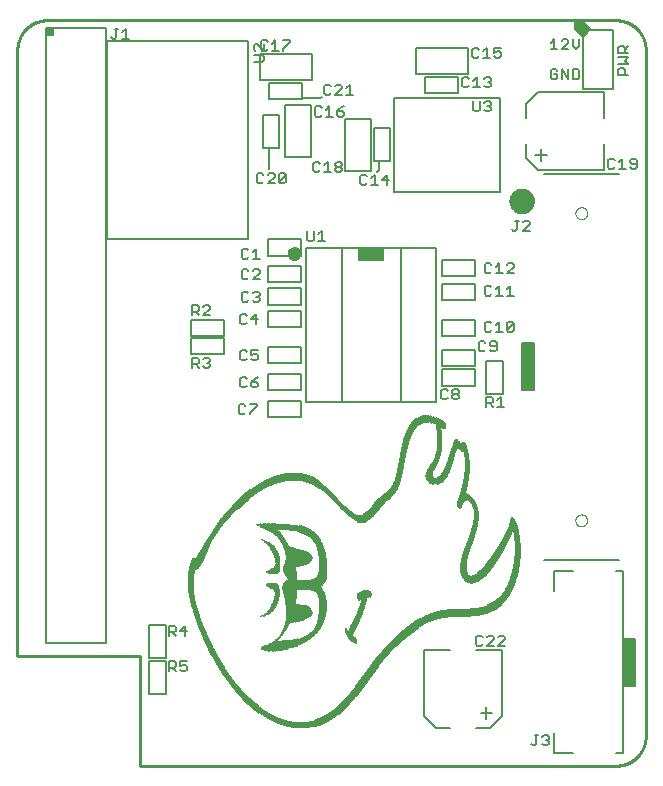
<source format=gto>
G75*
%MOIN*%
%OFA0B0*%
%FSLAX25Y25*%
%IPPOS*%
%LPD*%
%AMOC8*
5,1,8,0,0,1.08239X$1,22.5*
%
%ADD10C,0.01000*%
%ADD11C,0.00600*%
%ADD12C,0.00500*%
%ADD13R,0.02500X0.02500*%
%ADD14C,0.00000*%
%ADD15R,0.00033X0.02870*%
%ADD16R,0.00034X0.04230*%
%ADD17R,0.00033X0.05230*%
%ADD18R,0.00033X0.06070*%
%ADD19R,0.00034X0.06800*%
%ADD20R,0.00033X0.07470*%
%ADD21R,0.00033X0.08070*%
%ADD22R,0.00034X0.08600*%
%ADD23R,0.00033X0.09130*%
%ADD24R,0.00033X0.09670*%
%ADD25R,0.00034X0.10100*%
%ADD26R,0.00033X0.10530*%
%ADD27R,0.00033X0.10960*%
%ADD28R,0.00034X0.11360*%
%ADD29R,0.00033X0.11760*%
%ADD30R,0.00033X0.12160*%
%ADD31R,0.00034X0.12500*%
%ADD32R,0.00033X0.12840*%
%ADD33R,0.00033X0.13240*%
%ADD34R,0.00034X0.13530*%
%ADD35R,0.00033X0.13870*%
%ADD36R,0.00033X0.14160*%
%ADD37R,0.00034X0.14470*%
%ADD38R,0.00033X0.14760*%
%ADD39R,0.00033X0.15070*%
%ADD40R,0.00034X0.15330*%
%ADD41R,0.00033X0.15600*%
%ADD42R,0.00033X0.15900*%
%ADD43R,0.00034X0.16170*%
%ADD44R,0.00033X0.16430*%
%ADD45R,0.00033X0.16700*%
%ADD46R,0.00034X0.16930*%
%ADD47R,0.00033X0.17170*%
%ADD48R,0.00033X0.17430*%
%ADD49R,0.00034X0.17630*%
%ADD50R,0.00033X0.17900*%
%ADD51R,0.00033X0.18140*%
%ADD52R,0.00034X0.18340*%
%ADD53R,0.00033X0.18500*%
%ADD54R,0.00033X0.18670*%
%ADD55R,0.00034X0.18770*%
%ADD56R,0.00033X0.18870*%
%ADD57R,0.00033X0.18970*%
%ADD58R,0.00034X0.19100*%
%ADD59R,0.00033X0.19200*%
%ADD60R,0.00033X0.19300*%
%ADD61R,0.00034X0.19760*%
%ADD62R,0.00033X0.19900*%
%ADD63R,0.00033X0.20030*%
%ADD64R,0.00034X0.20160*%
%ADD65R,0.00033X0.11000*%
%ADD66R,0.00033X0.08760*%
%ADD67R,0.00033X0.09900*%
%ADD68R,0.00033X0.07600*%
%ADD69R,0.00034X0.09430*%
%ADD70R,0.00034X0.07070*%
%ADD71R,0.00033X0.09100*%
%ADD72R,0.00033X0.06700*%
%ADD73R,0.00033X0.08800*%
%ADD74R,0.00033X0.06470*%
%ADD75R,0.00034X0.08540*%
%ADD76R,0.00034X0.06240*%
%ADD77R,0.00033X0.08340*%
%ADD78R,0.00033X0.06040*%
%ADD79R,0.00033X0.08170*%
%ADD80R,0.00033X0.05830*%
%ADD81R,0.00034X0.07960*%
%ADD82R,0.00034X0.05630*%
%ADD83R,0.00033X0.07830*%
%ADD84R,0.00033X0.05530*%
%ADD85R,0.00033X0.07670*%
%ADD86R,0.00033X0.05330*%
%ADD87R,0.00034X0.07570*%
%ADD88R,0.00034X0.05200*%
%ADD89R,0.00033X0.07400*%
%ADD90R,0.00033X0.05070*%
%ADD91R,0.00033X0.07300*%
%ADD92R,0.00033X0.04930*%
%ADD93R,0.00034X0.07200*%
%ADD94R,0.00034X0.04800*%
%ADD95R,0.00033X0.07100*%
%ADD96R,0.00033X0.04660*%
%ADD97R,0.00033X0.07000*%
%ADD98R,0.00033X0.04540*%
%ADD99R,0.00034X0.06900*%
%ADD100R,0.00034X0.04430*%
%ADD101R,0.00033X0.06800*%
%ADD102R,0.00033X0.04340*%
%ADD103R,0.00033X0.06730*%
%ADD104R,0.00033X0.04200*%
%ADD105R,0.00034X0.06630*%
%ADD106R,0.00034X0.04060*%
%ADD107R,0.00033X0.06570*%
%ADD108R,0.00033X0.03970*%
%ADD109R,0.00033X0.06500*%
%ADD110R,0.00033X0.03930*%
%ADD111R,0.00034X0.06400*%
%ADD112R,0.00033X0.06330*%
%ADD113R,0.00033X0.04170*%
%ADD114R,0.00033X0.06240*%
%ADD115R,0.00033X0.04300*%
%ADD116R,0.00034X0.06200*%
%ADD117R,0.00034X0.04370*%
%ADD118R,0.00033X0.06130*%
%ADD119R,0.00033X0.04500*%
%ADD120R,0.00033X0.04600*%
%ADD121R,0.00034X0.06000*%
%ADD122R,0.00034X0.04700*%
%ADD123R,0.00033X0.05930*%
%ADD124R,0.00033X0.04800*%
%ADD125R,0.00033X0.05870*%
%ADD126R,0.00033X0.04870*%
%ADD127R,0.00034X0.05840*%
%ADD128R,0.00034X0.04970*%
%ADD129R,0.00033X0.05760*%
%ADD130R,0.00033X0.05040*%
%ADD131R,0.00033X0.05700*%
%ADD132R,0.00033X0.05140*%
%ADD133R,0.00034X0.05670*%
%ADD134R,0.00034X0.05160*%
%ADD135R,0.00033X0.05600*%
%ADD136R,0.00033X0.05260*%
%ADD137R,0.00033X0.05570*%
%ADD138R,0.00033X0.05300*%
%ADD139R,0.00034X0.05500*%
%ADD140R,0.00034X0.05340*%
%ADD141R,0.00033X0.05460*%
%ADD142R,0.00033X0.05370*%
%ADD143R,0.00033X0.05430*%
%ADD144R,0.00034X0.05370*%
%ADD145R,0.00034X0.05330*%
%ADD146R,0.00033X0.05200*%
%ADD147R,0.00033X0.05100*%
%ADD148R,0.00034X0.05270*%
%ADD149R,0.00034X0.05070*%
%ADD150R,0.00033X0.05170*%
%ADD151R,0.00033X0.04960*%
%ADD152R,0.00033X0.04900*%
%ADD153R,0.00034X0.05100*%
%ADD154R,0.00034X0.04870*%
%ADD155R,0.00033X0.04730*%
%ADD156R,0.00034X0.04670*%
%ADD157R,0.00033X0.04940*%
%ADD158R,0.00033X0.04670*%
%ADD159R,0.00034X0.04900*%
%ADD160R,0.00034X0.04560*%
%ADD161R,0.00033X0.04830*%
%ADD162R,0.00033X0.04530*%
%ADD163R,0.00034X0.04770*%
%ADD164R,0.00034X0.04470*%
%ADD165R,0.00033X0.04700*%
%ADD166R,0.00033X0.04430*%
%ADD167R,0.00033X0.04400*%
%ADD168R,0.00034X0.04660*%
%ADD169R,0.00033X0.04370*%
%ADD170R,0.00033X0.04560*%
%ADD171R,0.00033X0.04360*%
%ADD172R,0.00034X0.04570*%
%ADD173R,0.00034X0.04330*%
%ADD174R,0.00033X0.04260*%
%ADD175R,0.00034X0.04270*%
%ADD176R,0.00033X0.04270*%
%ADD177R,0.00033X0.04240*%
%ADD178R,0.00034X0.04160*%
%ADD179R,0.00033X0.04230*%
%ADD180R,0.00034X0.04170*%
%ADD181R,0.00034X0.04130*%
%ADD182R,0.00033X0.04130*%
%ADD183R,0.00033X0.04100*%
%ADD184R,0.00034X0.04140*%
%ADD185R,0.00033X0.04070*%
%ADD186R,0.00033X0.04030*%
%ADD187R,0.00034X0.04030*%
%ADD188R,0.00034X0.04100*%
%ADD189R,0.00033X0.04000*%
%ADD190R,0.00034X0.03960*%
%ADD191R,0.00033X0.03900*%
%ADD192R,0.00034X0.03870*%
%ADD193R,0.00034X0.04070*%
%ADD194R,0.00033X0.03870*%
%ADD195R,0.00033X0.04060*%
%ADD196R,0.00034X0.03830*%
%ADD197R,0.00033X0.03800*%
%ADD198R,0.00034X0.03760*%
%ADD199R,0.00033X0.03740*%
%ADD200R,0.00033X0.03700*%
%ADD201R,0.00034X0.03740*%
%ADD202R,0.00033X0.03660*%
%ADD203R,0.00034X0.03670*%
%ADD204R,0.00033X0.03640*%
%ADD205R,0.00033X0.04040*%
%ADD206R,0.00034X0.03600*%
%ADD207R,0.00033X0.03600*%
%ADD208R,0.00034X0.03560*%
%ADD209R,0.00033X0.03570*%
%ADD210R,0.00033X0.03530*%
%ADD211R,0.00034X0.03530*%
%ADD212R,0.00034X0.03500*%
%ADD213R,0.00033X0.03500*%
%ADD214R,0.00033X0.03460*%
%ADD215R,0.00034X0.03470*%
%ADD216R,0.00033X0.03430*%
%ADD217R,0.00033X0.03470*%
%ADD218R,0.00034X0.03430*%
%ADD219R,0.00034X0.04040*%
%ADD220R,0.00033X0.03400*%
%ADD221R,0.00034X0.03400*%
%ADD222R,0.00033X0.03370*%
%ADD223R,0.00034X0.03370*%
%ADD224R,0.00033X0.03330*%
%ADD225R,0.00033X0.03340*%
%ADD226R,0.00034X0.03330*%
%ADD227R,0.00033X0.03300*%
%ADD228R,0.00034X0.03300*%
%ADD229R,0.00034X0.03260*%
%ADD230R,0.00033X0.03270*%
%ADD231R,0.00033X0.03230*%
%ADD232R,0.00033X0.03240*%
%ADD233R,0.00034X0.03200*%
%ADD234R,0.00033X0.03200*%
%ADD235R,0.00033X0.04140*%
%ADD236R,0.00034X0.03170*%
%ADD237R,0.00033X0.03160*%
%ADD238R,0.00033X0.03170*%
%ADD239R,0.00034X0.03140*%
%ADD240R,0.00033X0.03130*%
%ADD241R,0.00033X0.03100*%
%ADD242R,0.00033X0.04160*%
%ADD243R,0.00034X0.03100*%
%ADD244R,0.00034X0.03130*%
%ADD245R,0.00034X0.03070*%
%ADD246R,0.00034X0.04200*%
%ADD247R,0.00033X0.03070*%
%ADD248R,0.00033X0.03060*%
%ADD249R,0.00034X0.03060*%
%ADD250R,0.00033X0.03030*%
%ADD251R,0.00033X0.03040*%
%ADD252R,0.00034X0.03030*%
%ADD253R,0.00034X0.03040*%
%ADD254R,0.00033X0.03000*%
%ADD255R,0.00034X0.03000*%
%ADD256R,0.00033X0.02970*%
%ADD257R,0.00034X0.02970*%
%ADD258R,0.00033X0.02960*%
%ADD259R,0.00034X0.02960*%
%ADD260R,0.00034X0.04000*%
%ADD261R,0.00034X0.03970*%
%ADD262R,0.00033X0.03940*%
%ADD263R,0.00033X0.03960*%
%ADD264R,0.00034X0.03900*%
%ADD265R,0.00034X0.03860*%
%ADD266R,0.00033X0.03860*%
%ADD267R,0.00034X0.03840*%
%ADD268R,0.00033X0.03830*%
%ADD269R,0.00034X0.03800*%
%ADD270R,0.00033X0.03840*%
%ADD271R,0.00033X0.03760*%
%ADD272R,0.00033X0.03770*%
%ADD273R,0.00034X0.03770*%
%ADD274R,0.00034X0.03730*%
%ADD275R,0.00033X0.03730*%
%ADD276R,0.00034X0.03700*%
%ADD277R,0.00033X0.03670*%
%ADD278R,0.00034X0.03660*%
%ADD279R,0.00033X0.02930*%
%ADD280R,0.00033X0.02940*%
%ADD281R,0.00033X0.03630*%
%ADD282R,0.00034X0.03630*%
%ADD283R,0.00034X0.03570*%
%ADD284R,0.00033X0.03560*%
%ADD285R,0.00034X0.02940*%
%ADD286R,0.00034X0.02930*%
%ADD287R,0.00034X0.03460*%
%ADD288R,0.00033X0.03440*%
%ADD289R,0.00034X0.02900*%
%ADD290R,0.00034X0.03360*%
%ADD291R,0.00033X0.02900*%
%ADD292R,0.00034X0.03230*%
%ADD293R,0.00034X0.03240*%
%ADD294R,0.00034X0.02860*%
%ADD295R,0.00033X0.02860*%
%ADD296R,0.00033X0.01800*%
%ADD297R,0.00034X0.02570*%
%ADD298R,0.00034X0.02870*%
%ADD299R,0.00033X0.04570*%
%ADD300R,0.00033X0.02840*%
%ADD301R,0.00033X0.05900*%
%ADD302R,0.00033X0.06740*%
%ADD303R,0.00034X0.07000*%
%ADD304R,0.00033X0.07270*%
%ADD305R,0.00033X0.02830*%
%ADD306R,0.00034X0.02830*%
%ADD307R,0.00034X0.07700*%
%ADD308R,0.00033X0.07940*%
%ADD309R,0.00033X0.08160*%
%ADD310R,0.00034X0.08400*%
%ADD311R,0.00033X0.08570*%
%ADD312R,0.00034X0.09000*%
%ADD313R,0.00033X0.09200*%
%ADD314R,0.00033X0.02800*%
%ADD315R,0.00033X0.09400*%
%ADD316R,0.00034X0.02760*%
%ADD317R,0.00034X0.09570*%
%ADD318R,0.00033X0.09760*%
%ADD319R,0.00033X0.02770*%
%ADD320R,0.00033X0.09930*%
%ADD321R,0.00034X0.02740*%
%ADD322R,0.00034X0.10140*%
%ADD323R,0.00033X0.10300*%
%ADD324R,0.00033X0.02730*%
%ADD325R,0.00033X0.10500*%
%ADD326R,0.00034X0.02800*%
%ADD327R,0.00034X0.02700*%
%ADD328R,0.00034X0.10670*%
%ADD329R,0.00033X0.10830*%
%ADD330R,0.00033X0.02700*%
%ADD331R,0.00034X0.02660*%
%ADD332R,0.00034X0.11160*%
%ADD333R,0.00033X0.11330*%
%ADD334R,0.00033X0.02670*%
%ADD335R,0.00033X0.06900*%
%ADD336R,0.00034X0.02640*%
%ADD337R,0.00034X0.06470*%
%ADD338R,0.00033X0.02640*%
%ADD339R,0.00033X0.06270*%
%ADD340R,0.00033X0.03540*%
%ADD341R,0.00033X0.02630*%
%ADD342R,0.00033X0.06100*%
%ADD343R,0.00034X0.02630*%
%ADD344R,0.00034X0.03270*%
%ADD345R,0.00033X0.02600*%
%ADD346R,0.00033X0.05840*%
%ADD347R,0.00034X0.02600*%
%ADD348R,0.00034X0.05770*%
%ADD349R,0.00033X0.02560*%
%ADD350R,0.00033X0.05730*%
%ADD351R,0.00033X0.05670*%
%ADD352R,0.00034X0.02770*%
%ADD353R,0.00034X0.02530*%
%ADD354R,0.00034X0.02730*%
%ADD355R,0.00033X0.02530*%
%ADD356R,0.00033X0.02540*%
%ADD357R,0.00034X0.02540*%
%ADD358R,0.00033X0.05470*%
%ADD359R,0.00033X0.02500*%
%ADD360R,0.00033X0.05400*%
%ADD361R,0.00033X0.02470*%
%ADD362R,0.00034X0.02500*%
%ADD363R,0.00034X0.05400*%
%ADD364R,0.00034X0.02400*%
%ADD365R,0.00033X0.02740*%
%ADD366R,0.00033X0.02400*%
%ADD367R,0.00033X0.05340*%
%ADD368R,0.00033X0.02330*%
%ADD369R,0.00034X0.02440*%
%ADD370R,0.00034X0.05300*%
%ADD371R,0.00034X0.02300*%
%ADD372R,0.00033X0.05270*%
%ADD373R,0.00033X0.02270*%
%ADD374R,0.00033X0.02260*%
%ADD375R,0.00034X0.02430*%
%ADD376R,0.00034X0.05240*%
%ADD377R,0.00034X0.02200*%
%ADD378R,0.00033X0.02430*%
%ADD379R,0.00033X0.02170*%
%ADD380R,0.00033X0.02160*%
%ADD381R,0.00034X0.05130*%
%ADD382R,0.00034X0.02140*%
%ADD383R,0.00033X0.02100*%
%ADD384R,0.00034X0.05060*%
%ADD385R,0.00034X0.02100*%
%ADD386R,0.00033X0.05060*%
%ADD387R,0.00033X0.02060*%
%ADD388R,0.00033X0.02370*%
%ADD389R,0.00033X0.05030*%
%ADD390R,0.00033X0.02040*%
%ADD391R,0.00034X0.02370*%
%ADD392R,0.00034X0.05000*%
%ADD393R,0.00034X0.02030*%
%ADD394R,0.00033X0.04970*%
%ADD395R,0.00033X0.02000*%
%ADD396R,0.00034X0.01970*%
%ADD397R,0.00033X0.01960*%
%ADD398R,0.00033X0.01970*%
%ADD399R,0.00034X0.02330*%
%ADD400R,0.00033X0.02300*%
%ADD401R,0.00033X0.01930*%
%ADD402R,0.00033X0.01940*%
%ADD403R,0.00034X0.01930*%
%ADD404R,0.00033X0.02340*%
%ADD405R,0.00033X0.04860*%
%ADD406R,0.00034X0.02340*%
%ADD407R,0.00034X0.04860*%
%ADD408R,0.00034X0.02670*%
%ADD409R,0.00034X0.04830*%
%ADD410R,0.00034X0.01900*%
%ADD411R,0.00033X0.01900*%
%ADD412R,0.00034X0.01940*%
%ADD413R,0.00034X0.04840*%
%ADD414R,0.00033X0.04840*%
%ADD415R,0.00033X0.02230*%
%ADD416R,0.00034X0.01960*%
%ADD417R,0.00033X0.02360*%
%ADD418R,0.00033X0.05130*%
%ADD419R,0.00034X0.02000*%
%ADD420R,0.00034X0.05800*%
%ADD421R,0.00033X0.06400*%
%ADD422R,0.00034X0.07400*%
%ADD423R,0.00033X0.02030*%
%ADD424R,0.00033X0.07900*%
%ADD425R,0.00033X0.02070*%
%ADD426R,0.00033X0.08330*%
%ADD427R,0.00034X0.02070*%
%ADD428R,0.00034X0.08730*%
%ADD429R,0.00033X0.09170*%
%ADD430R,0.00033X0.09540*%
%ADD431R,0.00034X0.04930*%
%ADD432R,0.00034X0.09900*%
%ADD433R,0.00033X0.02140*%
%ADD434R,0.00033X0.10270*%
%ADD435R,0.00033X0.10600*%
%ADD436R,0.00034X0.04960*%
%ADD437R,0.00034X0.02160*%
%ADD438R,0.00034X0.10930*%
%ADD439R,0.00033X0.05000*%
%ADD440R,0.00033X0.02200*%
%ADD441R,0.00033X0.11230*%
%ADD442R,0.00033X0.02760*%
%ADD443R,0.00033X0.11600*%
%ADD444R,0.00034X0.02230*%
%ADD445R,0.00034X0.11900*%
%ADD446R,0.00033X0.12200*%
%ADD447R,0.00033X0.12500*%
%ADD448R,0.00034X0.05230*%
%ADD449R,0.00034X0.12770*%
%ADD450R,0.00033X0.13030*%
%ADD451R,0.00033X0.13340*%
%ADD452R,0.00034X0.05460*%
%ADD453R,0.00034X0.02360*%
%ADD454R,0.00034X0.13600*%
%ADD455R,0.00033X0.02440*%
%ADD456R,0.00033X0.05740*%
%ADD457R,0.00033X0.14130*%
%ADD458R,0.00034X0.05900*%
%ADD459R,0.00034X0.02470*%
%ADD460R,0.00034X0.14370*%
%ADD461R,0.00033X0.14600*%
%ADD462R,0.00033X0.06430*%
%ADD463R,0.00033X0.14860*%
%ADD464R,0.00034X0.11970*%
%ADD465R,0.00034X0.15130*%
%ADD466R,0.00033X0.02570*%
%ADD467R,0.00033X0.11860*%
%ADD468R,0.00033X0.15360*%
%ADD469R,0.00033X0.11730*%
%ADD470R,0.00034X0.11630*%
%ADD471R,0.00034X0.15830*%
%ADD472R,0.00033X0.11540*%
%ADD473R,0.00033X0.16060*%
%ADD474R,0.00033X0.11400*%
%ADD475R,0.00034X0.11270*%
%ADD476R,0.00034X0.19070*%
%ADD477R,0.00033X0.11170*%
%ADD478R,0.00033X0.19170*%
%ADD479R,0.00033X0.11070*%
%ADD480R,0.00033X0.19230*%
%ADD481R,0.00034X0.11230*%
%ADD482R,0.00034X0.06170*%
%ADD483R,0.00033X0.10670*%
%ADD484R,0.00033X0.05660*%
%ADD485R,0.00033X0.10700*%
%ADD486R,0.00033X0.10200*%
%ADD487R,0.00034X0.10560*%
%ADD488R,0.00034X0.09870*%
%ADD489R,0.00033X0.10430*%
%ADD490R,0.00033X0.09600*%
%ADD491R,0.00033X0.04760*%
%ADD492R,0.00033X0.10340*%
%ADD493R,0.00033X0.09300*%
%ADD494R,0.00034X0.10200*%
%ADD495R,0.00034X0.09070*%
%ADD496R,0.00033X0.10070*%
%ADD497R,0.00033X0.08870*%
%ADD498R,0.00033X0.09940*%
%ADD499R,0.00033X0.08660*%
%ADD500R,0.00034X0.02560*%
%ADD501R,0.00034X0.09830*%
%ADD502R,0.00034X0.08470*%
%ADD503R,0.00033X0.09700*%
%ADD504R,0.00033X0.08300*%
%ADD505R,0.00033X0.09570*%
%ADD506R,0.00033X0.08130*%
%ADD507R,0.00034X0.07970*%
%ADD508R,0.00033X0.07800*%
%ADD509R,0.00033X0.03360*%
%ADD510R,0.00033X0.07660*%
%ADD511R,0.00034X0.09030*%
%ADD512R,0.00034X0.07500*%
%ADD513R,0.00034X0.03440*%
%ADD514R,0.00033X0.08900*%
%ADD515R,0.00033X0.07370*%
%ADD516R,0.00034X0.08630*%
%ADD517R,0.00034X0.07130*%
%ADD518R,0.00033X0.08460*%
%ADD519R,0.00034X0.08160*%
%ADD520R,0.00033X0.08030*%
%ADD521R,0.00033X0.07860*%
%ADD522R,0.00033X0.06600*%
%ADD523R,0.00034X0.07730*%
%ADD524R,0.00034X0.06500*%
%ADD525R,0.00033X0.07560*%
%ADD526R,0.00033X0.06440*%
%ADD527R,0.00033X0.07430*%
%ADD528R,0.00034X0.07260*%
%ADD529R,0.00034X0.06270*%
%ADD530R,0.00033X0.07070*%
%ADD531R,0.00033X0.06160*%
%ADD532R,0.00034X0.06730*%
%ADD533R,0.00034X0.06040*%
%ADD534R,0.00033X0.06540*%
%ADD535R,0.00033X0.05960*%
%ADD536R,0.00033X0.06370*%
%ADD537R,0.00034X0.06160*%
%ADD538R,0.00033X0.05970*%
%ADD539R,0.00034X0.05530*%
%ADD540R,0.00034X0.05730*%
%ADD541R,0.00034X0.05540*%
%ADD542R,0.00033X0.05500*%
%ADD543R,0.00034X0.02270*%
%ADD544R,0.00034X0.00870*%
%ADD545R,0.00034X0.04460*%
%ADD546R,0.00033X0.04330*%
%ADD547R,0.00034X0.03340*%
%ADD548R,0.00033X0.02460*%
%ADD549R,0.00033X0.02660*%
%ADD550R,0.00034X0.02040*%
%ADD551R,0.00033X0.01870*%
%ADD552R,0.00033X0.01700*%
%ADD553R,0.00034X0.01540*%
%ADD554R,0.00033X0.01370*%
%ADD555R,0.00033X0.01170*%
%ADD556R,0.00034X0.01000*%
%ADD557R,0.00033X0.00770*%
%ADD558R,0.00033X0.00540*%
%ADD559R,0.00034X0.04300*%
%ADD560R,0.00033X0.04640*%
%ADD561R,0.00033X0.05160*%
%ADD562R,0.00034X0.05430*%
%ADD563R,0.00034X0.05470*%
%ADD564R,0.00033X0.05440*%
%ADD565R,0.00034X0.04940*%
%ADD566R,0.00033X0.04770*%
%ADD567R,0.00034X0.04630*%
%ADD568R,0.00034X0.04530*%
%ADD569R,0.00034X0.04400*%
%ADD570R,0.00034X0.00400*%
%ADD571R,0.00033X0.00870*%
%ADD572R,0.00033X0.01140*%
%ADD573R,0.00034X0.01330*%
%ADD574R,0.00033X0.01500*%
%ADD575R,0.00033X0.01640*%
%ADD576R,0.00034X0.01730*%
%ADD577R,0.00033X0.01830*%
%ADD578R,0.00034X0.02170*%
%ADD579R,0.00033X0.03140*%
%ADD580R,0.00033X0.01000*%
%ADD581R,0.00033X0.06000*%
%ADD582R,0.00034X0.06460*%
%ADD583R,0.00033X0.07330*%
%ADD584R,0.00033X0.08430*%
%ADD585R,0.00034X0.08800*%
%ADD586R,0.00033X0.11430*%
%ADD587R,0.00034X0.11760*%
%ADD588R,0.00033X0.11900*%
%ADD589R,0.00033X0.12070*%
%ADD590R,0.00034X0.12200*%
%ADD591R,0.00033X0.12330*%
%ADD592R,0.00033X0.12470*%
%ADD593R,0.00034X0.12630*%
%ADD594R,0.00033X0.12730*%
%ADD595R,0.00033X0.12870*%
%ADD596R,0.00034X0.13000*%
%ADD597R,0.00033X0.13130*%
%ADD598R,0.00033X0.13260*%
%ADD599R,0.00034X0.13360*%
%ADD600R,0.00033X0.13470*%
%ADD601R,0.00033X0.13570*%
%ADD602R,0.00034X0.13670*%
%ADD603R,0.00033X0.13800*%
%ADD604R,0.00034X0.14000*%
%ADD605R,0.00033X0.14060*%
%ADD606R,0.00033X0.14200*%
%ADD607R,0.00034X0.14270*%
%ADD608R,0.00033X0.14400*%
%ADD609R,0.00033X0.14470*%
%ADD610R,0.00034X0.14560*%
%ADD611R,0.00033X0.06760*%
%ADD612R,0.00033X0.06860*%
%ADD613R,0.00034X0.05700*%
%ADD614R,0.00034X0.05600*%
%ADD615R,0.00034X0.04600*%
%ADD616R,0.00034X0.02240*%
%ADD617R,0.00033X0.02240*%
%ADD618R,0.00034X0.02840*%
%ADD619R,0.00034X0.02130*%
%ADD620R,0.00033X0.02130*%
%ADD621R,0.00033X0.03260*%
%ADD622R,0.00033X0.07030*%
%ADD623R,0.00034X0.06970*%
%ADD624R,0.00033X0.06930*%
%ADD625R,0.00033X0.06870*%
%ADD626R,0.00034X0.06600*%
%ADD627R,0.00033X0.06560*%
%ADD628R,0.00033X0.06200*%
%ADD629R,0.00033X0.06140*%
%ADD630R,0.00034X0.06060*%
%ADD631R,0.00034X0.05870*%
%ADD632R,0.00034X0.05660*%
%ADD633R,0.00034X0.01440*%
%ADD634R,0.00033X0.01200*%
%ADD635R,0.00033X0.00900*%
%ADD636R,0.00034X0.02460*%
%ADD637R,0.00034X0.03160*%
%ADD638R,0.00033X0.04440*%
%ADD639R,0.00034X0.04500*%
%ADD640R,0.00034X0.04730*%
%ADD641R,0.00033X0.05240*%
%ADD642R,0.00033X0.05540*%
%ADD643R,0.00033X0.05770*%
%ADD644R,0.00034X0.05830*%
%ADD645R,0.00033X0.05940*%
%ADD646R,0.00033X0.06060*%
%ADD647R,0.00033X0.06170*%
%ADD648R,0.00034X0.06230*%
%ADD649R,0.00033X0.06360*%
%ADD650R,0.00034X0.06440*%
%ADD651R,0.00033X0.06840*%
%ADD652R,0.00034X0.06870*%
%ADD653R,0.00033X0.06940*%
%ADD654R,0.00034X0.07100*%
%ADD655R,0.00033X0.07170*%
%ADD656R,0.00033X0.07260*%
%ADD657R,0.00034X0.07360*%
%ADD658R,0.00033X0.07500*%
%ADD659R,0.00034X0.07560*%
%ADD660R,0.00033X0.07730*%
%ADD661R,0.00034X0.07800*%
%ADD662R,0.00033X0.07960*%
%ADD663R,0.00034X0.08060*%
%ADD664R,0.00033X0.08200*%
%ADD665R,0.00034X0.08270*%
%ADD666R,0.00033X0.08370*%
%ADD667R,0.00033X0.08400*%
%ADD668R,0.00034X0.08500*%
%ADD669R,0.00033X0.08530*%
%ADD670R,0.00033X0.08600*%
%ADD671R,0.00034X0.08670*%
%ADD672R,0.00033X0.08740*%
%ADD673R,0.00034X0.08830*%
%ADD674R,0.00034X0.08970*%
%ADD675R,0.00033X0.09000*%
%ADD676R,0.00033X0.09030*%
%ADD677R,0.00034X0.09040*%
%ADD678R,0.00033X0.09060*%
%ADD679R,0.00034X0.09100*%
%ADD680R,0.00034X0.09130*%
%ADD681R,0.00033X0.08940*%
%ADD682R,0.00034X0.08900*%
%ADD683R,0.00033X0.08860*%
%ADD684R,0.00034X0.08770*%
%ADD685R,0.00033X0.08700*%
%ADD686R,0.00033X0.08630*%
%ADD687R,0.00033X0.08540*%
%ADD688R,0.00033X0.08470*%
%ADD689R,0.00034X0.08370*%
%ADD690R,0.00033X0.08230*%
%ADD691R,0.00034X0.08170*%
%ADD692R,0.00033X0.07970*%
%ADD693R,0.00034X0.07900*%
%ADD694R,0.00034X0.07630*%
%ADD695R,0.00033X0.07570*%
%ADD696R,0.00033X0.07440*%
%ADD697R,0.00034X0.07370*%
%ADD698R,0.00033X0.07160*%
%ADD699R,0.00033X0.06630*%
%ADD700R,0.00034X0.06530*%
%ADD701R,0.00034X0.06260*%
%ADD702R,0.00034X0.04760*%
%ADD703R,0.00033X0.04630*%
%ADD704R,0.00034X0.03940*%
%ADD705R,0.00034X0.03640*%
%ADD706R,0.00033X0.00230*%
%ADD707R,0.00033X0.00760*%
%ADD708R,0.00034X0.01500*%
%ADD709R,0.00033X0.01600*%
%ADD710R,0.00034X0.01770*%
%ADD711R,0.00033X0.01840*%
%ADD712R,0.00034X0.00300*%
%ADD713R,0.00033X0.00630*%
%ADD714R,0.00034X0.04540*%
%ADD715R,0.00034X0.06100*%
%ADD716R,0.00033X0.06260*%
%ADD717R,0.00034X0.06360*%
%ADD718R,0.00033X0.06460*%
%ADD719R,0.00033X0.06830*%
%ADD720R,0.00034X0.06930*%
%ADD721R,0.00033X0.07230*%
%ADD722R,0.00034X0.07430*%
%ADD723R,0.00034X0.07670*%
%ADD724R,0.00033X0.07740*%
%ADD725R,0.00033X0.04470*%
%ADD726R,0.00033X0.01860*%
%ADD727R,0.00033X0.01670*%
%ADD728R,0.00033X0.01530*%
%ADD729R,0.00034X0.04340*%
%ADD730R,0.00034X0.01430*%
%ADD731R,0.00033X0.01300*%
%ADD732R,0.00033X0.01160*%
%ADD733R,0.00034X0.00970*%
%ADD734R,0.00033X0.00400*%
%ADD735R,0.00034X0.00270*%
%ADD736R,0.00033X0.00800*%
%ADD737R,0.00033X0.01030*%
%ADD738R,0.00034X0.01200*%
%ADD739R,0.00034X0.01630*%
%ADD740R,0.00033X0.01730*%
%ADD741R,0.00033X0.01770*%
%ADD742R,0.00034X0.01870*%
%ADD743R,0.00034X0.02260*%
%ADD744R,0.00034X0.03930*%
%ADD745R,0.00034X0.02060*%
%ADD746R,0.00034X0.06070*%
%ADD747R,0.00033X0.06030*%
%ADD748R,0.00033X0.05630*%
%ADD749R,0.00033X0.01570*%
%ADD750R,0.00033X0.01230*%
%ADD751R,0.00034X0.01070*%
%ADD752R,0.00033X0.00860*%
%ADD753R,0.00033X0.00670*%
%ADD754R,0.00034X0.00200*%
%ADD755R,0.00033X0.08440*%
%ADD756R,0.00034X0.08930*%
%ADD757R,0.00034X0.07340*%
%ADD758R,0.00034X0.09630*%
%ADD759R,0.00033X0.09800*%
%ADD760R,0.00033X0.07770*%
%ADD761R,0.00033X0.10030*%
%ADD762R,0.00034X0.08000*%
%ADD763R,0.00034X0.10230*%
%ADD764R,0.00033X0.10400*%
%ADD765R,0.00034X0.08570*%
%ADD766R,0.00034X0.10760*%
%ADD767R,0.00033X0.08770*%
%ADD768R,0.00033X0.10930*%
%ADD769R,0.00033X0.11100*%
%ADD770R,0.00033X0.09270*%
%ADD771R,0.00033X0.09470*%
%ADD772R,0.00034X0.09600*%
%ADD773R,0.00034X0.11730*%
%ADD774R,0.00033X0.12030*%
%ADD775R,0.00034X0.10070*%
%ADD776R,0.00034X0.12160*%
%ADD777R,0.00033X0.12300*%
%ADD778R,0.00033X0.12430*%
%ADD779R,0.00034X0.10460*%
%ADD780R,0.00034X0.12560*%
%ADD781R,0.00033X0.10630*%
%ADD782R,0.00033X0.12700*%
%ADD783R,0.00033X0.10770*%
%ADD784R,0.00033X0.12830*%
%ADD785R,0.00034X0.10900*%
%ADD786R,0.00034X0.12930*%
%ADD787R,0.00033X0.11040*%
%ADD788R,0.00033X0.13070*%
%ADD789R,0.00033X0.11160*%
%ADD790R,0.00033X0.13200*%
%ADD791R,0.00034X0.11300*%
%ADD792R,0.00034X0.13300*%
%ADD793R,0.00033X0.13440*%
%ADD794R,0.00033X0.11530*%
%ADD795R,0.00033X0.13530*%
%ADD796R,0.00034X0.13630*%
%ADD797R,0.00033X0.11770*%
%ADD798R,0.00033X0.13730*%
%ADD799R,0.00033X0.13840*%
%ADD800R,0.00034X0.12000*%
%ADD801R,0.00034X0.13970*%
%ADD802R,0.00033X0.12140*%
%ADD803R,0.00033X0.12230*%
%ADD804R,0.00034X0.12370*%
%ADD805R,0.00034X0.14240*%
%ADD806R,0.00033X0.14330*%
%ADD807R,0.00033X0.12600*%
%ADD808R,0.00034X0.12670*%
%ADD809R,0.00034X0.14530*%
%ADD810R,0.00033X0.12760*%
%ADD811R,0.00033X0.14640*%
%ADD812R,0.00033X0.12900*%
%ADD813R,0.00033X0.14700*%
%ADD814R,0.00034X0.14800*%
%ADD815R,0.00033X0.13100*%
%ADD816R,0.00033X0.14900*%
%ADD817R,0.00033X0.14960*%
%ADD818R,0.00034X0.15040*%
%ADD819R,0.00033X0.13400*%
%ADD820R,0.00033X0.15100*%
%ADD821R,0.00033X0.13500*%
%ADD822R,0.00033X0.15200*%
%ADD823R,0.00034X0.15270*%
%ADD824R,0.00033X0.13700*%
%ADD825R,0.00033X0.15430*%
%ADD826R,0.00034X0.29360*%
%ADD827R,0.00033X0.29500*%
%ADD828R,0.00033X0.29600*%
%ADD829R,0.00034X0.29700*%
%ADD830R,0.00033X0.29800*%
%ADD831R,0.00033X0.29930*%
%ADD832R,0.00034X0.30000*%
%ADD833R,0.00033X0.30130*%
%ADD834R,0.00033X0.07360*%
%ADD835R,0.00033X0.06300*%
%ADD836R,0.00033X0.06960*%
%ADD837R,0.00034X0.09400*%
%ADD838R,0.00034X0.08430*%
%ADD839R,0.00033X0.04740*%
%ADD840R,0.00034X0.05570*%
%ADD841R,0.00033X0.07530*%
%ADD842R,0.00034X0.07170*%
%ADD843R,0.00034X0.05170*%
%ADD844R,0.00034X0.06370*%
%ADD845R,0.00033X0.06230*%
%ADD846R,0.00034X0.06030*%
%ADD847R,0.00033X0.00100*%
%ADD848R,0.00033X0.00070*%
%ADD849R,0.00034X0.01160*%
%ADD850R,0.00034X0.01140*%
%ADD851R,0.00033X0.01330*%
%ADD852R,0.00033X0.01340*%
%ADD853R,0.00034X0.04640*%
%ADD854R,0.00034X0.04740*%
%ADD855R,0.00034X0.05030*%
%ADD856R,0.00034X0.05260*%
%ADD857R,0.00033X0.05560*%
%ADD858R,0.00034X0.05560*%
%ADD859R,0.00033X0.05640*%
%ADD860R,0.00034X0.05640*%
%ADD861R,0.00033X0.05800*%
%ADD862R,0.00033X0.05860*%
%ADD863R,0.00034X0.05860*%
%ADD864R,0.00034X0.05930*%
%ADD865R,0.00034X0.05970*%
%ADD866R,0.00033X0.07200*%
%ADD867R,0.00034X0.07870*%
%ADD868R,0.00033X0.08500*%
%ADD869R,0.00033X0.10130*%
%ADD870R,0.00034X0.06140*%
%ADD871R,0.00034X0.11030*%
%ADD872R,0.00033X0.11800*%
%ADD873R,0.00034X0.12130*%
%ADD874R,0.00034X0.06130*%
%ADD875R,0.00033X0.18570*%
%ADD876R,0.00033X0.24770*%
%ADD877R,0.00034X0.24770*%
%ADD878R,0.00033X0.24800*%
%ADD879R,0.00033X0.24830*%
%ADD880R,0.00034X0.24830*%
%ADD881R,0.00033X0.24870*%
%ADD882R,0.00034X0.24900*%
%ADD883R,0.00033X0.24900*%
%ADD884R,0.00034X0.24930*%
%ADD885R,0.00033X0.24970*%
%ADD886R,0.00034X0.24970*%
%ADD887R,0.00033X0.25000*%
%ADD888R,0.00034X0.25030*%
%ADD889R,0.00033X0.25030*%
%ADD890R,0.00033X0.25070*%
%ADD891R,0.00034X0.25070*%
%ADD892R,0.00033X0.25100*%
%ADD893R,0.00034X0.25100*%
%ADD894R,0.00033X0.25130*%
%ADD895R,0.00033X0.25170*%
%ADD896R,0.00034X0.25170*%
%ADD897R,0.00033X0.25200*%
%ADD898R,0.00034X0.25200*%
%ADD899R,0.00033X0.25230*%
%ADD900R,0.00034X0.25270*%
%ADD901R,0.00033X0.25270*%
%ADD902R,0.00033X0.25300*%
%ADD903R,0.00034X0.25300*%
%ADD904R,0.00033X0.25330*%
%ADD905R,0.00034X0.25330*%
%ADD906R,0.00033X0.25370*%
%ADD907R,0.00034X0.25370*%
%ADD908R,0.00033X0.25400*%
%ADD909R,0.00034X0.25430*%
%ADD910R,0.00033X0.25430*%
%ADD911R,0.00034X0.25470*%
%ADD912R,0.00033X0.25470*%
%ADD913R,0.00033X0.25500*%
%ADD914R,0.00034X0.25500*%
%ADD915R,0.00034X0.25530*%
%ADD916R,0.00033X0.25530*%
%ADD917R,0.00033X0.25570*%
%ADD918R,0.00034X0.25570*%
%ADD919R,0.00034X0.25600*%
%ADD920R,0.00033X0.25600*%
%ADD921R,0.00034X0.25670*%
%ADD922R,0.00033X0.25770*%
%ADD923R,0.00033X0.25900*%
%ADD924R,0.00034X0.26030*%
%ADD925R,0.00033X0.26130*%
%ADD926R,0.00033X0.26230*%
%ADD927R,0.00034X0.26370*%
%ADD928R,0.00033X0.26500*%
%ADD929R,0.00033X0.26600*%
%ADD930R,0.00034X0.15300*%
%ADD931R,0.00033X0.15330*%
%ADD932R,0.00033X0.15370*%
%ADD933R,0.00034X0.15440*%
%ADD934R,0.00034X0.11400*%
%ADD935R,0.00033X0.11440*%
%ADD936R,0.00033X0.15470*%
%ADD937R,0.00034X0.15530*%
%ADD938R,0.00034X0.11440*%
%ADD939R,0.00033X0.15540*%
%ADD940R,0.00033X0.11460*%
%ADD941R,0.00033X0.15560*%
%ADD942R,0.00033X0.11470*%
%ADD943R,0.00034X0.15630*%
%ADD944R,0.00034X0.11460*%
%ADD945R,0.00033X0.15670*%
%ADD946R,0.00033X0.15700*%
%ADD947R,0.00033X0.11500*%
%ADD948R,0.00034X0.15740*%
%ADD949R,0.00034X0.11500*%
%ADD950R,0.00033X0.15760*%
%ADD951R,0.00033X0.15770*%
%ADD952R,0.00033X0.15870*%
%ADD953R,0.00033X0.15860*%
%ADD954R,0.00034X0.09730*%
%ADD955R,0.00034X0.11540*%
%ADD956R,0.00034X0.08330*%
%ADD957R,0.00034X0.11530*%
%ADD958R,0.00033X0.08000*%
%ADD959R,0.00034X0.07470*%
%ADD960R,0.00034X0.06700*%
%ADD961R,0.00034X0.04360*%
%ADD962R,0.00033X0.01430*%
%ADD963R,0.00034X0.01400*%
%ADD964R,0.00034X0.01300*%
%ADD965R,0.00033X0.01070*%
%ADD966R,0.00034X0.00230*%
%ADD967R,0.00034X0.01240*%
%ADD968R,0.00034X0.01700*%
%ADD969R,0.00034X0.01170*%
%ADD970R,0.00034X0.00900*%
%ADD971R,0.00033X0.01130*%
%ADD972R,0.00033X0.00370*%
%ADD973R,0.00034X0.01100*%
%ADD974R,0.00033X0.01100*%
%ADD975R,0.00033X0.01060*%
%ADD976R,0.00033X0.01040*%
%ADD977R,0.00034X0.01030*%
%ADD978R,0.00033X0.00970*%
%ADD979R,0.00033X0.00930*%
%ADD980R,0.00033X0.00940*%
%ADD981R,0.00034X0.00930*%
%ADD982R,0.00034X0.00830*%
%ADD983R,0.00033X0.00830*%
%ADD984R,0.00033X0.00840*%
%ADD985R,0.00034X0.00800*%
%ADD986R,0.00034X0.00840*%
%ADD987R,0.00034X0.05960*%
%ADD988R,0.00034X0.06330*%
%ADD989R,0.00034X0.07330*%
%ADD990R,0.00034X0.06940*%
%ADD991R,0.00034X0.07600*%
%ADD992R,0.00034X0.07230*%
%ADD993R,0.00033X0.07870*%
%ADD994R,0.00033X0.07930*%
%ADD995R,0.00033X0.07540*%
%ADD996R,0.00033X0.07630*%
%ADD997R,0.00034X0.08100*%
%ADD998R,0.00033X0.04460*%
%ADD999R,0.00034X0.03540*%
%ADD1000R,0.00034X0.01800*%
%ADD1001R,0.00033X0.01740*%
%ADD1002R,0.00034X0.01860*%
%ADD1003R,0.00034X0.01670*%
%ADD1004R,0.00034X0.01600*%
%ADD1005R,0.00033X0.01560*%
%ADD1006R,0.00034X0.01560*%
%ADD1007R,0.00033X0.01630*%
%ADD1008R,0.00033X0.01660*%
%ADD1009R,0.00034X0.01840*%
%ADD1010R,0.00034X0.01570*%
%ADD1011R,0.00033X0.01540*%
%ADD1012R,0.00033X0.01400*%
%ADD1013R,0.00033X0.01470*%
%ADD1014R,0.00034X0.01370*%
%ADD1015R,0.00034X0.01340*%
%ADD1016R,0.00033X0.01270*%
%ADD1017R,0.00034X0.01230*%
%ADD1018R,0.00033X0.01440*%
%ADD1019R,0.00033X0.01360*%
%ADD1020R,0.00034X0.01270*%
%ADD1021R,0.00034X0.01130*%
%ADD1022R,0.00034X0.01060*%
%ADD1023R,0.00033X0.01240*%
%ADD1024R,0.00034X0.01040*%
%ADD1025R,0.00033X0.00960*%
%ADD1026R,0.00034X0.00960*%
%ADD1027R,0.00034X0.00760*%
%ADD1028R,0.00033X0.00700*%
%ADD1029R,0.00033X0.00640*%
%ADD1030R,0.00034X0.00600*%
%ADD1031R,0.00034X0.00770*%
%ADD1032R,0.00033X0.00530*%
%ADD1033R,0.00033X0.00730*%
%ADD1034R,0.00033X0.00470*%
%ADD1035R,0.00034X0.00370*%
%ADD1036R,0.00034X0.00700*%
%ADD1037R,0.00033X0.00200*%
%ADD1038R,0.00033X0.00660*%
%ADD1039R,0.00034X0.00640*%
%ADD1040R,0.00033X0.00740*%
%ADD1041R,0.00033X0.00570*%
%ADD1042R,0.00033X0.00600*%
%ADD1043R,0.00034X0.00470*%
%ADD1044R,0.00034X0.00570*%
%ADD1045R,0.00033X0.00560*%
%ADD1046R,0.00033X0.00270*%
%ADD1047R,0.00034X0.00660*%
%ADD1048R,0.00034X0.00540*%
%ADD1049R,0.00033X0.00500*%
%ADD1050R,0.00034X0.00500*%
%ADD1051R,0.00033X0.00430*%
%ADD1052R,0.00034X0.00530*%
%ADD1053R,0.00034X0.00460*%
%ADD1054R,0.00034X0.00440*%
%ADD1055R,0.00034X0.00430*%
%ADD1056R,0.00034X0.00330*%
%ADD1057R,0.00034X0.01830*%
%ADD1058R,0.00033X0.00330*%
%ADD1059R,0.00034X0.01530*%
%ADD1060R,0.00033X0.00360*%
%ADD1061R,0.00033X0.00260*%
%ADD1062R,0.00033X0.00300*%
%ADD1063R,0.00033X0.00340*%
%ADD1064R,0.00033X0.00240*%
%ADD1065R,0.00034X0.01260*%
%ADD1066R,0.00034X0.00170*%
%ADD1067R,0.00033X0.00160*%
%ADD1068R,0.00034X0.00160*%
%ADD1069R,0.00033X0.00130*%
%ADD1070R,0.00033X0.00140*%
%ADD1071R,0.00034X0.00140*%
%ADD1072R,0.00034X0.00100*%
%ADD1073R,0.00033X0.00170*%
%ADD1074R,0.00034X0.00060*%
%ADD1075R,0.00033X0.00060*%
%ADD1076R,0.00033X0.00030*%
%ADD1077R,0.00034X0.00040*%
%ADD1078R,0.00033X0.00040*%
%ADD1079R,0.00034X0.00070*%
%ADD1080R,0.00034X0.00030*%
%ADD1081R,0.00033X0.01260*%
%ADD1082R,0.00034X0.00670*%
%ADD1083R,0.00034X0.00630*%
%ADD1084R,0.00034X0.04240*%
%ADD1085R,0.00034X0.04440*%
%ADD1086R,0.00034X0.04260*%
%ADD1087R,0.00033X0.06770*%
%ADD1088R,0.00033X0.17000*%
%ADD1089R,0.00034X0.16860*%
%ADD1090R,0.00033X0.16530*%
%ADD1091R,0.00034X0.16370*%
%ADD1092R,0.00033X0.16140*%
%ADD1093R,0.00033X0.15970*%
%ADD1094R,0.00034X0.15800*%
%ADD1095R,0.00033X0.15400*%
%ADD1096R,0.00034X0.15200*%
%ADD1097R,0.00033X0.15000*%
%ADD1098R,0.00033X0.14840*%
%ADD1099R,0.00034X0.14600*%
%ADD1100R,0.00033X0.14170*%
%ADD1101R,0.00033X0.13760*%
%ADD1102R,0.00034X0.13340*%
%ADD1103R,0.00033X0.12170*%
%ADD1104R,0.00034X0.11930*%
%ADD1105R,0.00033X0.11700*%
%ADD1106R,0.00034X0.11170*%
%ADD1107R,0.00033X0.10900*%
%ADD1108R,0.00033X0.10640*%
%ADD1109R,0.00034X0.10360*%
%ADD1110R,0.00034X0.09500*%
%ADD1111R,0.00033X0.09160*%
%ADD1112R,0.00033X0.08840*%
%ADD1113R,0.00033X0.08140*%
D10*
X0001500Y0038000D02*
X0042500Y0038000D01*
X0042500Y0001500D01*
X0201000Y0001500D01*
X0201242Y0001503D01*
X0201483Y0001512D01*
X0201724Y0001526D01*
X0201965Y0001547D01*
X0202205Y0001573D01*
X0202445Y0001605D01*
X0202684Y0001643D01*
X0202921Y0001686D01*
X0203158Y0001736D01*
X0203393Y0001791D01*
X0203627Y0001851D01*
X0203859Y0001918D01*
X0204090Y0001989D01*
X0204319Y0002067D01*
X0204546Y0002150D01*
X0204771Y0002238D01*
X0204994Y0002332D01*
X0205214Y0002431D01*
X0205432Y0002536D01*
X0205647Y0002645D01*
X0205860Y0002760D01*
X0206070Y0002880D01*
X0206276Y0003005D01*
X0206480Y0003135D01*
X0206681Y0003270D01*
X0206878Y0003410D01*
X0207072Y0003554D01*
X0207262Y0003703D01*
X0207448Y0003857D01*
X0207631Y0004015D01*
X0207810Y0004177D01*
X0207985Y0004344D01*
X0208156Y0004515D01*
X0208323Y0004690D01*
X0208485Y0004869D01*
X0208643Y0005052D01*
X0208797Y0005238D01*
X0208946Y0005428D01*
X0209090Y0005622D01*
X0209230Y0005819D01*
X0209365Y0006020D01*
X0209495Y0006224D01*
X0209620Y0006430D01*
X0209740Y0006640D01*
X0209855Y0006853D01*
X0209964Y0007068D01*
X0210069Y0007286D01*
X0210168Y0007506D01*
X0210262Y0007729D01*
X0210350Y0007954D01*
X0210433Y0008181D01*
X0210511Y0008410D01*
X0210582Y0008641D01*
X0210649Y0008873D01*
X0210709Y0009107D01*
X0210764Y0009342D01*
X0210814Y0009579D01*
X0210857Y0009816D01*
X0210895Y0010055D01*
X0210927Y0010295D01*
X0210953Y0010535D01*
X0210974Y0010776D01*
X0210988Y0011017D01*
X0210997Y0011258D01*
X0211000Y0011500D01*
X0211000Y0240000D01*
X0210997Y0240242D01*
X0210988Y0240483D01*
X0210974Y0240724D01*
X0210953Y0240965D01*
X0210927Y0241205D01*
X0210895Y0241445D01*
X0210857Y0241684D01*
X0210814Y0241921D01*
X0210764Y0242158D01*
X0210709Y0242393D01*
X0210649Y0242627D01*
X0210582Y0242859D01*
X0210511Y0243090D01*
X0210433Y0243319D01*
X0210350Y0243546D01*
X0210262Y0243771D01*
X0210168Y0243994D01*
X0210069Y0244214D01*
X0209964Y0244432D01*
X0209855Y0244647D01*
X0209740Y0244860D01*
X0209620Y0245070D01*
X0209495Y0245276D01*
X0209365Y0245480D01*
X0209230Y0245681D01*
X0209090Y0245878D01*
X0208946Y0246072D01*
X0208797Y0246262D01*
X0208643Y0246448D01*
X0208485Y0246631D01*
X0208323Y0246810D01*
X0208156Y0246985D01*
X0207985Y0247156D01*
X0207810Y0247323D01*
X0207631Y0247485D01*
X0207448Y0247643D01*
X0207262Y0247797D01*
X0207072Y0247946D01*
X0206878Y0248090D01*
X0206681Y0248230D01*
X0206480Y0248365D01*
X0206276Y0248495D01*
X0206070Y0248620D01*
X0205860Y0248740D01*
X0205647Y0248855D01*
X0205432Y0248964D01*
X0205214Y0249069D01*
X0204994Y0249168D01*
X0204771Y0249262D01*
X0204546Y0249350D01*
X0204319Y0249433D01*
X0204090Y0249511D01*
X0203859Y0249582D01*
X0203627Y0249649D01*
X0203393Y0249709D01*
X0203158Y0249764D01*
X0202921Y0249814D01*
X0202684Y0249857D01*
X0202445Y0249895D01*
X0202205Y0249927D01*
X0201965Y0249953D01*
X0201724Y0249974D01*
X0201483Y0249988D01*
X0201242Y0249997D01*
X0201000Y0250000D01*
X0011500Y0250000D01*
X0011258Y0249997D01*
X0011017Y0249988D01*
X0010776Y0249974D01*
X0010535Y0249953D01*
X0010295Y0249927D01*
X0010055Y0249895D01*
X0009816Y0249857D01*
X0009579Y0249814D01*
X0009342Y0249764D01*
X0009107Y0249709D01*
X0008873Y0249649D01*
X0008641Y0249582D01*
X0008410Y0249511D01*
X0008181Y0249433D01*
X0007954Y0249350D01*
X0007729Y0249262D01*
X0007506Y0249168D01*
X0007286Y0249069D01*
X0007068Y0248964D01*
X0006853Y0248855D01*
X0006640Y0248740D01*
X0006430Y0248620D01*
X0006224Y0248495D01*
X0006020Y0248365D01*
X0005819Y0248230D01*
X0005622Y0248090D01*
X0005428Y0247946D01*
X0005238Y0247797D01*
X0005052Y0247643D01*
X0004869Y0247485D01*
X0004690Y0247323D01*
X0004515Y0247156D01*
X0004344Y0246985D01*
X0004177Y0246810D01*
X0004015Y0246631D01*
X0003857Y0246448D01*
X0003703Y0246262D01*
X0003554Y0246072D01*
X0003410Y0245878D01*
X0003270Y0245681D01*
X0003135Y0245480D01*
X0003005Y0245276D01*
X0002880Y0245070D01*
X0002760Y0244860D01*
X0002645Y0244647D01*
X0002536Y0244432D01*
X0002431Y0244214D01*
X0002332Y0243994D01*
X0002238Y0243771D01*
X0002150Y0243546D01*
X0002067Y0243319D01*
X0001989Y0243090D01*
X0001918Y0242859D01*
X0001851Y0242627D01*
X0001791Y0242393D01*
X0001736Y0242158D01*
X0001686Y0241921D01*
X0001643Y0241684D01*
X0001605Y0241445D01*
X0001573Y0241205D01*
X0001547Y0240965D01*
X0001526Y0240724D01*
X0001512Y0240483D01*
X0001503Y0240242D01*
X0001500Y0240000D01*
X0001500Y0038000D01*
D11*
X0052088Y0036334D02*
X0052088Y0032931D01*
X0052088Y0034065D02*
X0053790Y0034065D01*
X0054357Y0034632D01*
X0054357Y0035766D01*
X0053790Y0036334D01*
X0052088Y0036334D01*
X0053222Y0034065D02*
X0054357Y0032931D01*
X0055771Y0033498D02*
X0056338Y0032931D01*
X0057473Y0032931D01*
X0058040Y0033498D01*
X0058040Y0034632D01*
X0057473Y0035199D01*
X0056906Y0035199D01*
X0055771Y0034632D01*
X0055771Y0036334D01*
X0058040Y0036334D01*
X0057373Y0044831D02*
X0057373Y0048234D01*
X0055671Y0046532D01*
X0057940Y0046532D01*
X0054257Y0046532D02*
X0053690Y0045965D01*
X0051988Y0045965D01*
X0051988Y0044831D02*
X0051988Y0048234D01*
X0053690Y0048234D01*
X0054257Y0047666D01*
X0054257Y0046532D01*
X0053122Y0045965D02*
X0054257Y0044831D01*
X0075855Y0118631D02*
X0076990Y0118631D01*
X0077557Y0119198D01*
X0078971Y0119198D02*
X0078971Y0118631D01*
X0078971Y0119198D02*
X0081240Y0121466D01*
X0081240Y0122034D01*
X0078971Y0122034D01*
X0077557Y0121466D02*
X0076990Y0122034D01*
X0075855Y0122034D01*
X0075288Y0121466D01*
X0075288Y0119198D01*
X0075855Y0118631D01*
X0076355Y0127631D02*
X0077490Y0127631D01*
X0078057Y0128198D01*
X0079471Y0128198D02*
X0079471Y0129332D01*
X0081173Y0129332D01*
X0081740Y0128765D01*
X0081740Y0128198D01*
X0081173Y0127631D01*
X0080038Y0127631D01*
X0079471Y0128198D01*
X0079471Y0129332D02*
X0080606Y0130466D01*
X0081740Y0131034D01*
X0078057Y0130466D02*
X0077490Y0131034D01*
X0076355Y0131034D01*
X0075788Y0130466D01*
X0075788Y0128198D01*
X0076355Y0127631D01*
X0076355Y0136631D02*
X0077490Y0136631D01*
X0078057Y0137198D01*
X0079471Y0137198D02*
X0080038Y0136631D01*
X0081173Y0136631D01*
X0081740Y0137198D01*
X0081740Y0138332D01*
X0081173Y0138899D01*
X0080606Y0138899D01*
X0079471Y0138332D01*
X0079471Y0140034D01*
X0081740Y0140034D01*
X0078057Y0139466D02*
X0077490Y0140034D01*
X0076355Y0140034D01*
X0075788Y0139466D01*
X0075788Y0137198D01*
X0076355Y0136631D01*
X0065740Y0136399D02*
X0065173Y0135832D01*
X0065740Y0135265D01*
X0065740Y0134698D01*
X0065173Y0134131D01*
X0064038Y0134131D01*
X0063471Y0134698D01*
X0062057Y0134131D02*
X0060922Y0135265D01*
X0061490Y0135265D02*
X0059788Y0135265D01*
X0059788Y0134131D02*
X0059788Y0137534D01*
X0061490Y0137534D01*
X0062057Y0136966D01*
X0062057Y0135832D01*
X0061490Y0135265D01*
X0063471Y0136966D02*
X0064038Y0137534D01*
X0065173Y0137534D01*
X0065740Y0136966D01*
X0065740Y0136399D01*
X0065173Y0135832D02*
X0064606Y0135832D01*
X0076355Y0148631D02*
X0077490Y0148631D01*
X0078057Y0149198D01*
X0076355Y0148631D02*
X0075788Y0149198D01*
X0075788Y0151466D01*
X0076355Y0152034D01*
X0077490Y0152034D01*
X0078057Y0151466D01*
X0079471Y0150332D02*
X0081740Y0150332D01*
X0081173Y0148631D02*
X0081173Y0152034D01*
X0079471Y0150332D01*
X0080538Y0156131D02*
X0079971Y0156698D01*
X0080538Y0156131D02*
X0081673Y0156131D01*
X0082240Y0156698D01*
X0082240Y0157265D01*
X0081673Y0157832D01*
X0081106Y0157832D01*
X0081673Y0157832D02*
X0082240Y0158399D01*
X0082240Y0158966D01*
X0081673Y0159534D01*
X0080538Y0159534D01*
X0079971Y0158966D01*
X0078557Y0158966D02*
X0077990Y0159534D01*
X0076855Y0159534D01*
X0076288Y0158966D01*
X0076288Y0156698D01*
X0076855Y0156131D01*
X0077990Y0156131D01*
X0078557Y0156698D01*
X0077990Y0163631D02*
X0078557Y0164198D01*
X0077990Y0163631D02*
X0076855Y0163631D01*
X0076288Y0164198D01*
X0076288Y0166466D01*
X0076855Y0167034D01*
X0077990Y0167034D01*
X0078557Y0166466D01*
X0079971Y0166466D02*
X0080538Y0167034D01*
X0081673Y0167034D01*
X0082240Y0166466D01*
X0082240Y0165899D01*
X0079971Y0163631D01*
X0082240Y0163631D01*
X0082240Y0170431D02*
X0079971Y0170431D01*
X0081106Y0170431D02*
X0081106Y0173834D01*
X0079971Y0172699D01*
X0078557Y0173266D02*
X0077990Y0173834D01*
X0076855Y0173834D01*
X0076288Y0173266D01*
X0076288Y0170998D01*
X0076855Y0170431D01*
X0077990Y0170431D01*
X0078557Y0170998D01*
X0065173Y0155034D02*
X0064038Y0155034D01*
X0063471Y0154466D01*
X0062057Y0154466D02*
X0062057Y0153332D01*
X0061490Y0152765D01*
X0059788Y0152765D01*
X0059788Y0151631D02*
X0059788Y0155034D01*
X0061490Y0155034D01*
X0062057Y0154466D01*
X0060922Y0152765D02*
X0062057Y0151631D01*
X0063471Y0151631D02*
X0065740Y0153899D01*
X0065740Y0154466D01*
X0065173Y0155034D01*
X0065740Y0151631D02*
X0063471Y0151631D01*
X0098146Y0176926D02*
X0098714Y0176359D01*
X0099848Y0176359D01*
X0100415Y0176926D01*
X0100415Y0179762D01*
X0101830Y0178628D02*
X0102964Y0179762D01*
X0102964Y0176359D01*
X0101830Y0176359D02*
X0104098Y0176359D01*
X0098146Y0176926D02*
X0098146Y0179762D01*
X0090356Y0195631D02*
X0089222Y0195631D01*
X0088654Y0196198D01*
X0090923Y0198466D01*
X0090923Y0196198D01*
X0090356Y0195631D01*
X0088654Y0196198D02*
X0088654Y0198466D01*
X0089222Y0199034D01*
X0090356Y0199034D01*
X0090923Y0198466D01*
X0087240Y0198466D02*
X0086673Y0199034D01*
X0085538Y0199034D01*
X0084971Y0198466D01*
X0083557Y0198466D02*
X0082990Y0199034D01*
X0081855Y0199034D01*
X0081288Y0198466D01*
X0081288Y0196198D01*
X0081855Y0195631D01*
X0082990Y0195631D01*
X0083557Y0196198D01*
X0084971Y0195631D02*
X0087240Y0197899D01*
X0087240Y0198466D01*
X0085500Y0200500D02*
X0085500Y0207400D01*
X0084971Y0195631D02*
X0087240Y0195631D01*
X0100139Y0199985D02*
X0100706Y0199418D01*
X0101840Y0199418D01*
X0102407Y0199985D01*
X0103822Y0199418D02*
X0106090Y0199418D01*
X0104956Y0199418D02*
X0104956Y0202821D01*
X0103822Y0201687D01*
X0102407Y0202254D02*
X0101840Y0202821D01*
X0100706Y0202821D01*
X0100139Y0202254D01*
X0100139Y0199985D01*
X0107505Y0199985D02*
X0107505Y0200552D01*
X0108072Y0201120D01*
X0109206Y0201120D01*
X0109773Y0200552D01*
X0109773Y0199985D01*
X0109206Y0199418D01*
X0108072Y0199418D01*
X0107505Y0199985D01*
X0108072Y0201120D02*
X0107505Y0201687D01*
X0107505Y0202254D01*
X0108072Y0202821D01*
X0109206Y0202821D01*
X0109773Y0202254D01*
X0109773Y0201687D01*
X0109206Y0201120D01*
X0115788Y0197966D02*
X0115788Y0195698D01*
X0116355Y0195131D01*
X0117490Y0195131D01*
X0118057Y0195698D01*
X0119471Y0195131D02*
X0121740Y0195131D01*
X0120606Y0195131D02*
X0120606Y0198534D01*
X0119471Y0197399D01*
X0118057Y0197966D02*
X0117490Y0198534D01*
X0116355Y0198534D01*
X0115788Y0197966D01*
X0121500Y0199500D02*
X0122000Y0200000D01*
X0122000Y0202900D01*
X0124856Y0198534D02*
X0123154Y0196832D01*
X0125423Y0196832D01*
X0124856Y0195131D02*
X0124856Y0198534D01*
X0109706Y0217918D02*
X0110273Y0218485D01*
X0110273Y0219052D01*
X0109706Y0219620D01*
X0108005Y0219620D01*
X0108005Y0218485D01*
X0108572Y0217918D01*
X0109706Y0217918D01*
X0108005Y0219620D02*
X0109139Y0220754D01*
X0110273Y0221321D01*
X0109740Y0225131D02*
X0107471Y0225131D01*
X0109740Y0227399D01*
X0109740Y0227966D01*
X0109173Y0228534D01*
X0108038Y0228534D01*
X0107471Y0227966D01*
X0106057Y0227966D02*
X0105490Y0228534D01*
X0104355Y0228534D01*
X0103788Y0227966D01*
X0103788Y0225698D01*
X0104355Y0225131D01*
X0105490Y0225131D01*
X0106057Y0225698D01*
X0103000Y0224500D02*
X0102500Y0224000D01*
X0096600Y0224000D01*
X0100639Y0220754D02*
X0100639Y0218485D01*
X0101206Y0217918D01*
X0102340Y0217918D01*
X0102907Y0218485D01*
X0104322Y0217918D02*
X0106590Y0217918D01*
X0105456Y0217918D02*
X0105456Y0221321D01*
X0104322Y0220187D01*
X0102907Y0220754D02*
X0102340Y0221321D01*
X0101206Y0221321D01*
X0100639Y0220754D01*
X0111154Y0225131D02*
X0113423Y0225131D01*
X0112289Y0225131D02*
X0112289Y0228534D01*
X0111154Y0227399D01*
X0092273Y0242754D02*
X0090005Y0240485D01*
X0090005Y0239918D01*
X0088590Y0239918D02*
X0086322Y0239918D01*
X0087456Y0239918D02*
X0087456Y0243321D01*
X0086322Y0242187D01*
X0084907Y0242754D02*
X0084340Y0243321D01*
X0083206Y0243321D01*
X0082639Y0242754D01*
X0082639Y0240485D01*
X0083206Y0239918D01*
X0084340Y0239918D01*
X0084907Y0240485D01*
X0083700Y0239717D02*
X0081431Y0241985D01*
X0080864Y0241985D01*
X0080297Y0241418D01*
X0080297Y0240284D01*
X0080864Y0239717D01*
X0080297Y0238302D02*
X0083133Y0238302D01*
X0083700Y0237735D01*
X0083700Y0236601D01*
X0083133Y0236034D01*
X0080297Y0236034D01*
X0083700Y0239717D02*
X0083700Y0241985D01*
X0090005Y0243321D02*
X0092273Y0243321D01*
X0092273Y0242754D01*
X0038752Y0243725D02*
X0036483Y0243725D01*
X0037617Y0243725D02*
X0037617Y0247128D01*
X0036483Y0245994D01*
X0035069Y0247128D02*
X0033934Y0247128D01*
X0034501Y0247128D02*
X0034501Y0244292D01*
X0033934Y0243725D01*
X0033367Y0243725D01*
X0032800Y0244292D01*
X0143355Y0127034D02*
X0142788Y0126466D01*
X0142788Y0124198D01*
X0143355Y0123631D01*
X0144490Y0123631D01*
X0145057Y0124198D01*
X0146471Y0124198D02*
X0146471Y0124765D01*
X0147038Y0125332D01*
X0148173Y0125332D01*
X0148740Y0124765D01*
X0148740Y0124198D01*
X0148173Y0123631D01*
X0147038Y0123631D01*
X0146471Y0124198D01*
X0147038Y0125332D02*
X0146471Y0125899D01*
X0146471Y0126466D01*
X0147038Y0127034D01*
X0148173Y0127034D01*
X0148740Y0126466D01*
X0148740Y0125899D01*
X0148173Y0125332D01*
X0145057Y0126466D02*
X0144490Y0127034D01*
X0143355Y0127034D01*
X0155855Y0139631D02*
X0156990Y0139631D01*
X0157557Y0140198D01*
X0158971Y0140198D02*
X0159538Y0139631D01*
X0160673Y0139631D01*
X0161240Y0140198D01*
X0161240Y0142466D01*
X0160673Y0143034D01*
X0159538Y0143034D01*
X0158971Y0142466D01*
X0158971Y0141899D01*
X0159538Y0141332D01*
X0161240Y0141332D01*
X0157557Y0142466D02*
X0156990Y0143034D01*
X0155855Y0143034D01*
X0155288Y0142466D01*
X0155288Y0140198D01*
X0155855Y0139631D01*
X0157855Y0146131D02*
X0158990Y0146131D01*
X0159557Y0146698D01*
X0160971Y0146131D02*
X0163240Y0146131D01*
X0162106Y0146131D02*
X0162106Y0149534D01*
X0160971Y0148399D01*
X0159557Y0148966D02*
X0158990Y0149534D01*
X0157855Y0149534D01*
X0157288Y0148966D01*
X0157288Y0146698D01*
X0157855Y0146131D01*
X0164654Y0146698D02*
X0166923Y0148966D01*
X0166923Y0146698D01*
X0166356Y0146131D01*
X0165222Y0146131D01*
X0164654Y0146698D01*
X0164654Y0148966D01*
X0165222Y0149534D01*
X0166356Y0149534D01*
X0166923Y0148966D01*
X0166923Y0158131D02*
X0164654Y0158131D01*
X0165789Y0158131D02*
X0165789Y0161534D01*
X0164654Y0160399D01*
X0163240Y0158131D02*
X0160971Y0158131D01*
X0162106Y0158131D02*
X0162106Y0161534D01*
X0160971Y0160399D01*
X0159557Y0160966D02*
X0158990Y0161534D01*
X0157855Y0161534D01*
X0157288Y0160966D01*
X0157288Y0158698D01*
X0157855Y0158131D01*
X0158990Y0158131D01*
X0159557Y0158698D01*
X0158990Y0165631D02*
X0159557Y0166198D01*
X0158990Y0165631D02*
X0157855Y0165631D01*
X0157288Y0166198D01*
X0157288Y0168466D01*
X0157855Y0169034D01*
X0158990Y0169034D01*
X0159557Y0168466D01*
X0160971Y0167899D02*
X0162106Y0169034D01*
X0162106Y0165631D01*
X0163240Y0165631D02*
X0160971Y0165631D01*
X0164654Y0165631D02*
X0166923Y0167899D01*
X0166923Y0168466D01*
X0166356Y0169034D01*
X0165222Y0169034D01*
X0164654Y0168466D01*
X0164654Y0165631D02*
X0166923Y0165631D01*
X0166867Y0179800D02*
X0167434Y0179800D01*
X0168001Y0180367D01*
X0168001Y0183203D01*
X0167434Y0183203D02*
X0168569Y0183203D01*
X0169983Y0182636D02*
X0170550Y0183203D01*
X0171685Y0183203D01*
X0172252Y0182636D01*
X0172252Y0182069D01*
X0169983Y0179800D01*
X0172252Y0179800D01*
X0166867Y0179800D02*
X0166300Y0180367D01*
X0198308Y0201052D02*
X0198875Y0200485D01*
X0200009Y0200485D01*
X0200576Y0201052D01*
X0201991Y0200485D02*
X0204260Y0200485D01*
X0203125Y0200485D02*
X0203125Y0203888D01*
X0201991Y0202754D01*
X0200576Y0203321D02*
X0200009Y0203888D01*
X0198875Y0203888D01*
X0198308Y0203321D01*
X0198308Y0201052D01*
X0205674Y0201052D02*
X0206241Y0200485D01*
X0207376Y0200485D01*
X0207943Y0201052D01*
X0207943Y0203321D01*
X0207376Y0203888D01*
X0206241Y0203888D01*
X0205674Y0203321D01*
X0205674Y0202754D01*
X0206241Y0202186D01*
X0207943Y0202186D01*
X0188318Y0230300D02*
X0186617Y0230300D01*
X0186617Y0233703D01*
X0188318Y0233703D01*
X0188885Y0233136D01*
X0188885Y0230867D01*
X0188318Y0230300D01*
X0185202Y0230300D02*
X0185202Y0233703D01*
X0182934Y0233703D02*
X0182934Y0230300D01*
X0181519Y0230867D02*
X0181519Y0232001D01*
X0180385Y0232001D01*
X0181519Y0230867D02*
X0180952Y0230300D01*
X0179818Y0230300D01*
X0179251Y0230867D01*
X0179251Y0233136D01*
X0179818Y0233703D01*
X0180952Y0233703D01*
X0181519Y0233136D01*
X0182934Y0233703D02*
X0185202Y0230300D01*
X0185202Y0240300D02*
X0182934Y0240300D01*
X0185202Y0242569D01*
X0185202Y0243136D01*
X0184635Y0243703D01*
X0183501Y0243703D01*
X0182934Y0243136D01*
X0181519Y0240300D02*
X0179251Y0240300D01*
X0180385Y0240300D02*
X0180385Y0243703D01*
X0179251Y0242569D01*
X0186617Y0243703D02*
X0186617Y0241434D01*
X0187751Y0240300D01*
X0188885Y0241434D01*
X0188885Y0243703D01*
X0201703Y0240740D02*
X0202270Y0241307D01*
X0203404Y0241307D01*
X0203971Y0240740D01*
X0203971Y0239038D01*
X0203971Y0240172D02*
X0205106Y0241307D01*
X0205106Y0239038D02*
X0201703Y0239038D01*
X0201703Y0240740D01*
X0201703Y0237624D02*
X0205106Y0237624D01*
X0203971Y0236489D01*
X0205106Y0235355D01*
X0201703Y0235355D01*
X0202270Y0233940D02*
X0201703Y0233373D01*
X0201703Y0231672D01*
X0205106Y0231672D01*
X0203971Y0231672D02*
X0203971Y0233373D01*
X0203404Y0233940D01*
X0202270Y0233940D01*
X0162773Y0237985D02*
X0162206Y0237418D01*
X0161072Y0237418D01*
X0160505Y0237985D01*
X0160505Y0239120D02*
X0161639Y0239687D01*
X0162206Y0239687D01*
X0162773Y0239120D01*
X0162773Y0237985D01*
X0160505Y0239120D02*
X0160505Y0240821D01*
X0162773Y0240821D01*
X0157956Y0240821D02*
X0157956Y0237418D01*
X0156822Y0237418D02*
X0159090Y0237418D01*
X0156822Y0239687D02*
X0157956Y0240821D01*
X0155407Y0240254D02*
X0154840Y0240821D01*
X0153706Y0240821D01*
X0153139Y0240254D01*
X0153139Y0237985D01*
X0153706Y0237418D01*
X0154840Y0237418D01*
X0155407Y0237985D01*
X0154606Y0231034D02*
X0154606Y0227631D01*
X0155740Y0227631D02*
X0153471Y0227631D01*
X0152057Y0228198D02*
X0151490Y0227631D01*
X0150355Y0227631D01*
X0149788Y0228198D01*
X0149788Y0230466D01*
X0150355Y0231034D01*
X0151490Y0231034D01*
X0152057Y0230466D01*
X0153471Y0229899D02*
X0154606Y0231034D01*
X0157154Y0230466D02*
X0157722Y0231034D01*
X0158856Y0231034D01*
X0159423Y0230466D01*
X0159423Y0229899D01*
X0158856Y0229332D01*
X0159423Y0228765D01*
X0159423Y0228198D01*
X0158856Y0227631D01*
X0157722Y0227631D01*
X0157154Y0228198D01*
X0158289Y0229332D02*
X0158856Y0229332D01*
X0158737Y0222999D02*
X0159304Y0222432D01*
X0159304Y0221865D01*
X0158737Y0221298D01*
X0159304Y0220730D01*
X0159304Y0220163D01*
X0158737Y0219596D01*
X0157602Y0219596D01*
X0157035Y0220163D01*
X0155621Y0220163D02*
X0155621Y0222999D01*
X0157035Y0222432D02*
X0157602Y0222999D01*
X0158737Y0222999D01*
X0158737Y0221298D02*
X0158169Y0221298D01*
X0155621Y0220163D02*
X0155053Y0219596D01*
X0153919Y0219596D01*
X0153352Y0220163D01*
X0153352Y0222999D01*
X0157788Y0124534D02*
X0159490Y0124534D01*
X0160057Y0123966D01*
X0160057Y0122832D01*
X0159490Y0122265D01*
X0157788Y0122265D01*
X0157788Y0121131D02*
X0157788Y0124534D01*
X0158922Y0122265D02*
X0160057Y0121131D01*
X0161471Y0121131D02*
X0163740Y0121131D01*
X0162606Y0121131D02*
X0162606Y0124534D01*
X0161471Y0123399D01*
X0162241Y0044888D02*
X0161674Y0044321D01*
X0162241Y0044888D02*
X0163376Y0044888D01*
X0163943Y0044321D01*
X0163943Y0043754D01*
X0161674Y0041485D01*
X0163943Y0041485D01*
X0160260Y0041485D02*
X0157991Y0041485D01*
X0160260Y0043754D01*
X0160260Y0044321D01*
X0159692Y0044888D01*
X0158558Y0044888D01*
X0157991Y0044321D01*
X0156576Y0044321D02*
X0156009Y0044888D01*
X0154875Y0044888D01*
X0154308Y0044321D01*
X0154308Y0042052D01*
X0154875Y0041485D01*
X0156009Y0041485D01*
X0156576Y0042052D01*
X0173934Y0011703D02*
X0175069Y0011703D01*
X0174501Y0011703D02*
X0174501Y0008867D01*
X0173934Y0008300D01*
X0173367Y0008300D01*
X0172800Y0008867D01*
X0176483Y0008867D02*
X0177050Y0008300D01*
X0178185Y0008300D01*
X0178752Y0008867D01*
X0178752Y0009434D01*
X0178185Y0010001D01*
X0177617Y0010001D01*
X0178185Y0010001D02*
X0178752Y0010569D01*
X0178752Y0011136D01*
X0178185Y0011703D01*
X0177050Y0011703D01*
X0176483Y0011136D01*
D12*
X0180563Y0012378D02*
X0180563Y0005685D01*
X0186862Y0005685D01*
X0201035Y0005685D02*
X0203398Y0005685D01*
X0203398Y0066315D01*
X0201035Y0066315D01*
X0201902Y0070228D02*
X0177098Y0070228D01*
X0180563Y0066315D02*
X0186862Y0066315D01*
X0180563Y0066315D02*
X0180563Y0059622D01*
X0162992Y0039992D02*
X0162992Y0017945D01*
X0159055Y0014008D01*
X0154331Y0014008D01*
X0157874Y0017157D02*
X0157874Y0021094D01*
X0155906Y0019126D02*
X0159843Y0019126D01*
X0145669Y0014008D02*
X0140945Y0014008D01*
X0137008Y0017945D01*
X0137008Y0039992D01*
X0145669Y0039992D01*
X0154331Y0039992D02*
X0162992Y0039992D01*
X0203398Y0039885D02*
X0207335Y0039885D01*
X0207335Y0039387D02*
X0203398Y0039387D01*
X0203398Y0038888D02*
X0207335Y0038888D01*
X0207335Y0038390D02*
X0203398Y0038390D01*
X0203398Y0037891D02*
X0207335Y0037891D01*
X0207335Y0037393D02*
X0203398Y0037393D01*
X0203398Y0036894D02*
X0207335Y0036894D01*
X0207335Y0036396D02*
X0203398Y0036396D01*
X0203398Y0035897D02*
X0207335Y0035897D01*
X0207335Y0035399D02*
X0203398Y0035399D01*
X0203398Y0034900D02*
X0207335Y0034900D01*
X0207335Y0034402D02*
X0203398Y0034402D01*
X0203398Y0033903D02*
X0207335Y0033903D01*
X0207335Y0033405D02*
X0203398Y0033405D01*
X0203398Y0032906D02*
X0207335Y0032906D01*
X0207335Y0032408D02*
X0203398Y0032408D01*
X0203398Y0031909D02*
X0207335Y0031909D01*
X0207335Y0031411D02*
X0203398Y0031411D01*
X0203398Y0030912D02*
X0207335Y0030912D01*
X0207335Y0030414D02*
X0203398Y0030414D01*
X0203398Y0029915D02*
X0207335Y0029915D01*
X0207335Y0029417D02*
X0203398Y0029417D01*
X0203398Y0028918D02*
X0207335Y0028918D01*
X0207335Y0028420D02*
X0203398Y0028420D01*
X0203398Y0028126D02*
X0203398Y0043874D01*
X0207335Y0043874D01*
X0207335Y0028126D01*
X0203398Y0028126D01*
X0203398Y0040384D02*
X0207335Y0040384D01*
X0207335Y0040882D02*
X0203398Y0040882D01*
X0203398Y0041381D02*
X0207335Y0041381D01*
X0207335Y0041879D02*
X0203398Y0041879D01*
X0203398Y0042378D02*
X0207335Y0042378D01*
X0207335Y0042876D02*
X0203398Y0042876D01*
X0203398Y0043375D02*
X0207335Y0043375D01*
X0207335Y0043873D02*
X0203398Y0043873D01*
X0141154Y0122909D02*
X0129343Y0122909D01*
X0129343Y0174091D01*
X0141154Y0174091D01*
X0141154Y0122909D01*
X0142988Y0128244D02*
X0154012Y0128244D01*
X0154012Y0133756D01*
X0142988Y0133756D01*
X0142988Y0128244D01*
X0142988Y0134744D02*
X0154012Y0134744D01*
X0154012Y0140256D01*
X0142988Y0140256D01*
X0142988Y0134744D01*
X0142988Y0144744D02*
X0154012Y0144744D01*
X0154012Y0150256D01*
X0142988Y0150256D01*
X0142988Y0144744D01*
X0142988Y0156744D02*
X0154012Y0156744D01*
X0154012Y0162256D01*
X0142988Y0162256D01*
X0142988Y0156744D01*
X0142988Y0164744D02*
X0154012Y0164744D01*
X0154012Y0170256D01*
X0142988Y0170256D01*
X0142988Y0164744D01*
X0129343Y0174091D02*
X0109657Y0174091D01*
X0109657Y0122909D01*
X0097846Y0122909D01*
X0097846Y0174091D01*
X0109657Y0174091D01*
X0115563Y0174091D02*
X0115563Y0170154D01*
X0123437Y0170154D01*
X0123437Y0174091D01*
X0115563Y0174091D01*
X0115563Y0173985D02*
X0123437Y0173985D01*
X0123437Y0173486D02*
X0115563Y0173486D01*
X0115563Y0172988D02*
X0123437Y0172988D01*
X0123437Y0172489D02*
X0115563Y0172489D01*
X0115563Y0171991D02*
X0123437Y0171991D01*
X0123437Y0171492D02*
X0115563Y0171492D01*
X0115563Y0170994D02*
X0123437Y0170994D01*
X0123437Y0170495D02*
X0115563Y0170495D01*
X0096012Y0171444D02*
X0084988Y0171444D01*
X0084988Y0176956D01*
X0096012Y0176956D01*
X0096012Y0171444D01*
X0095762Y0171492D02*
X0092057Y0171492D01*
X0091990Y0171684D02*
X0091941Y0172122D01*
X0091990Y0172560D01*
X0092136Y0172976D01*
X0092370Y0173349D01*
X0092682Y0173661D01*
X0093055Y0173896D01*
X0093471Y0174041D01*
X0093909Y0174091D01*
X0094347Y0174041D01*
X0094764Y0173896D01*
X0095137Y0173661D01*
X0095448Y0173349D01*
X0095683Y0172976D01*
X0095829Y0172560D01*
X0095878Y0172122D01*
X0095829Y0171684D01*
X0095683Y0171268D01*
X0095448Y0170895D01*
X0095137Y0170583D01*
X0094764Y0170348D01*
X0094347Y0170203D01*
X0093909Y0170154D01*
X0093471Y0170203D01*
X0093055Y0170348D01*
X0092682Y0170583D01*
X0092370Y0170895D01*
X0092136Y0171268D01*
X0091990Y0171684D01*
X0091956Y0171991D02*
X0095863Y0171991D01*
X0095837Y0172489D02*
X0091982Y0172489D01*
X0092143Y0172988D02*
X0095676Y0172988D01*
X0095311Y0173486D02*
X0092507Y0173486D01*
X0093311Y0173985D02*
X0094508Y0173985D01*
X0095511Y0170994D02*
X0092308Y0170994D01*
X0092822Y0170495D02*
X0094997Y0170495D01*
X0096012Y0168256D02*
X0084988Y0168256D01*
X0084988Y0162744D01*
X0096012Y0162744D01*
X0096012Y0168256D01*
X0096012Y0160756D02*
X0084988Y0160756D01*
X0084988Y0155244D01*
X0096012Y0155244D01*
X0096012Y0160756D01*
X0096012Y0153256D02*
X0084988Y0153256D01*
X0084988Y0147744D01*
X0096012Y0147744D01*
X0096012Y0153256D01*
X0096012Y0141256D02*
X0084988Y0141256D01*
X0084988Y0135744D01*
X0096012Y0135744D01*
X0096012Y0141256D01*
X0096012Y0132256D02*
X0084988Y0132256D01*
X0084988Y0126744D01*
X0096012Y0126744D01*
X0096012Y0132256D01*
X0096012Y0123256D02*
X0084988Y0123256D01*
X0084988Y0117744D01*
X0096012Y0117744D01*
X0096012Y0123256D01*
X0109657Y0122909D02*
X0129343Y0122909D01*
X0157744Y0125488D02*
X0157744Y0136512D01*
X0163256Y0136512D01*
X0163256Y0125488D01*
X0157744Y0125488D01*
X0169815Y0126626D02*
X0173752Y0126626D01*
X0173752Y0142374D01*
X0169815Y0142374D01*
X0169815Y0126626D01*
X0173752Y0126626D01*
X0173752Y0127125D02*
X0169815Y0127125D01*
X0169815Y0127623D02*
X0173752Y0127623D01*
X0173752Y0128122D02*
X0169815Y0128122D01*
X0169815Y0128620D02*
X0173752Y0128620D01*
X0173752Y0129119D02*
X0169815Y0129119D01*
X0169815Y0129617D02*
X0173752Y0129617D01*
X0173752Y0130116D02*
X0169815Y0130116D01*
X0169815Y0130614D02*
X0173752Y0130614D01*
X0173752Y0131113D02*
X0169815Y0131113D01*
X0169815Y0131611D02*
X0173752Y0131611D01*
X0173752Y0132110D02*
X0169815Y0132110D01*
X0169815Y0132608D02*
X0173752Y0132608D01*
X0173752Y0133107D02*
X0169815Y0133107D01*
X0169815Y0133605D02*
X0173752Y0133605D01*
X0173752Y0134104D02*
X0169815Y0134104D01*
X0169815Y0134603D02*
X0173752Y0134603D01*
X0173752Y0135101D02*
X0169815Y0135101D01*
X0169815Y0135600D02*
X0173752Y0135600D01*
X0173752Y0136098D02*
X0169815Y0136098D01*
X0169815Y0136597D02*
X0173752Y0136597D01*
X0173752Y0137095D02*
X0169815Y0137095D01*
X0169815Y0137594D02*
X0173752Y0137594D01*
X0173752Y0138092D02*
X0169815Y0138092D01*
X0169815Y0138591D02*
X0173752Y0138591D01*
X0173752Y0139089D02*
X0169815Y0139089D01*
X0169815Y0139588D02*
X0173752Y0139588D01*
X0173752Y0140086D02*
X0169815Y0140086D01*
X0169815Y0140585D02*
X0173752Y0140585D01*
X0173752Y0141083D02*
X0169815Y0141083D01*
X0169815Y0141582D02*
X0173752Y0141582D01*
X0173752Y0142080D02*
X0169815Y0142080D01*
X0169815Y0185681D02*
X0170499Y0185741D01*
X0171161Y0185919D01*
X0171783Y0186209D01*
X0172346Y0186602D01*
X0172831Y0187087D01*
X0173225Y0187650D01*
X0173515Y0188272D01*
X0173692Y0188934D01*
X0173752Y0189618D01*
X0173692Y0190302D01*
X0173515Y0190965D01*
X0173225Y0191587D01*
X0172831Y0192149D01*
X0172346Y0192634D01*
X0171783Y0193028D01*
X0171161Y0193318D01*
X0170499Y0193495D01*
X0169815Y0193555D01*
X0169131Y0193495D01*
X0168468Y0193318D01*
X0167846Y0193028D01*
X0167284Y0192634D01*
X0166799Y0192149D01*
X0166405Y0191587D01*
X0166115Y0190965D01*
X0165938Y0190302D01*
X0165878Y0189618D01*
X0165938Y0188934D01*
X0166115Y0188272D01*
X0166405Y0187650D01*
X0166799Y0187087D01*
X0167284Y0186602D01*
X0167846Y0186209D01*
X0168468Y0185919D01*
X0169131Y0185741D01*
X0169815Y0185681D01*
X0168403Y0185949D02*
X0171227Y0185949D01*
X0172125Y0186448D02*
X0167505Y0186448D01*
X0166940Y0186946D02*
X0172690Y0186946D01*
X0173081Y0187445D02*
X0166549Y0187445D01*
X0166268Y0187943D02*
X0173361Y0187943D01*
X0173560Y0188442D02*
X0166070Y0188442D01*
X0165937Y0188940D02*
X0173693Y0188940D01*
X0173736Y0189439D02*
X0165894Y0189439D01*
X0165906Y0189937D02*
X0173724Y0189937D01*
X0173656Y0190436D02*
X0165974Y0190436D01*
X0166107Y0190934D02*
X0173523Y0190934D01*
X0173296Y0191433D02*
X0166334Y0191433D01*
X0166647Y0191931D02*
X0172983Y0191931D01*
X0172550Y0192430D02*
X0167080Y0192430D01*
X0167705Y0192928D02*
X0171925Y0192928D01*
X0170754Y0193427D02*
X0168876Y0193427D01*
X0162528Y0192752D02*
X0162528Y0224248D01*
X0127094Y0224248D01*
X0127094Y0192752D01*
X0162528Y0192752D01*
X0171008Y0203945D02*
X0171008Y0208669D01*
X0171008Y0203945D02*
X0174945Y0200008D01*
X0196992Y0200008D01*
X0196992Y0208669D01*
X0201902Y0198772D02*
X0177098Y0198772D01*
X0176126Y0203157D02*
X0176126Y0207094D01*
X0178094Y0205126D02*
X0174157Y0205126D01*
X0171008Y0217331D02*
X0171008Y0222055D01*
X0174945Y0225992D01*
X0196992Y0225992D01*
X0196992Y0217331D01*
X0199921Y0227079D02*
X0190079Y0227079D01*
X0190079Y0246921D01*
X0199921Y0246921D01*
X0199921Y0227079D01*
X0190000Y0244500D02*
X0192500Y0247000D01*
X0190000Y0249500D01*
X0187500Y0249500D01*
X0187500Y0247000D01*
X0190000Y0244500D01*
X0189726Y0244774D02*
X0190274Y0244774D01*
X0190772Y0245272D02*
X0189228Y0245272D01*
X0188729Y0245771D02*
X0191271Y0245771D01*
X0191769Y0246269D02*
X0188231Y0246269D01*
X0187732Y0246768D02*
X0192268Y0246768D01*
X0192234Y0247266D02*
X0187500Y0247266D01*
X0187500Y0247765D02*
X0191735Y0247765D01*
X0191237Y0248263D02*
X0187500Y0248263D01*
X0187500Y0248762D02*
X0190738Y0248762D01*
X0190240Y0249260D02*
X0187500Y0249260D01*
X0151661Y0240831D02*
X0151661Y0232169D01*
X0134339Y0232169D01*
X0134339Y0240831D01*
X0151661Y0240831D01*
X0148512Y0231256D02*
X0137488Y0231256D01*
X0137488Y0225744D01*
X0148512Y0225744D01*
X0148512Y0231256D01*
X0125756Y0214012D02*
X0120244Y0214012D01*
X0120244Y0202988D01*
X0125756Y0202988D01*
X0125756Y0214012D01*
X0119331Y0217161D02*
X0110669Y0217161D01*
X0110669Y0199839D01*
X0119331Y0199839D01*
X0119331Y0217161D01*
X0099331Y0221661D02*
X0099331Y0204339D01*
X0090669Y0204339D01*
X0090669Y0221661D01*
X0099331Y0221661D01*
X0096512Y0223744D02*
X0096512Y0229256D01*
X0085488Y0229256D01*
X0085488Y0223744D01*
X0096512Y0223744D01*
X0099661Y0230169D02*
X0099661Y0238831D01*
X0082339Y0238831D01*
X0082339Y0230169D01*
X0099661Y0230169D01*
X0088756Y0218512D02*
X0088756Y0207488D01*
X0083244Y0207488D01*
X0083244Y0218512D01*
X0088756Y0218512D01*
X0078500Y0243100D02*
X0031500Y0243100D01*
X0031500Y0177100D01*
X0078500Y0177100D01*
X0078500Y0243100D01*
X0031000Y0247500D02*
X0011000Y0247500D01*
X0011000Y0152500D01*
X0011000Y0137500D01*
X0011000Y0042500D01*
X0031000Y0042500D01*
X0031000Y0247500D01*
X0059488Y0150256D02*
X0070512Y0150256D01*
X0070512Y0144744D01*
X0059488Y0144744D01*
X0059488Y0150256D01*
X0059488Y0144256D02*
X0059488Y0138744D01*
X0070512Y0138744D01*
X0070512Y0144256D01*
X0059488Y0144256D01*
X0050956Y0048312D02*
X0045444Y0048312D01*
X0045444Y0037288D01*
X0050956Y0037288D01*
X0050956Y0048312D01*
X0050956Y0036312D02*
X0045444Y0036312D01*
X0045444Y0025288D01*
X0050956Y0025288D01*
X0050956Y0036312D01*
D13*
X0012250Y0246250D03*
D14*
X0187531Y0185681D02*
X0187533Y0185769D01*
X0187539Y0185857D01*
X0187549Y0185945D01*
X0187563Y0186033D01*
X0187580Y0186119D01*
X0187602Y0186205D01*
X0187627Y0186289D01*
X0187657Y0186373D01*
X0187689Y0186455D01*
X0187726Y0186535D01*
X0187766Y0186614D01*
X0187810Y0186691D01*
X0187857Y0186766D01*
X0187907Y0186838D01*
X0187961Y0186909D01*
X0188017Y0186976D01*
X0188077Y0187042D01*
X0188139Y0187104D01*
X0188205Y0187164D01*
X0188272Y0187220D01*
X0188343Y0187274D01*
X0188415Y0187324D01*
X0188490Y0187371D01*
X0188567Y0187415D01*
X0188646Y0187455D01*
X0188726Y0187492D01*
X0188808Y0187524D01*
X0188892Y0187554D01*
X0188976Y0187579D01*
X0189062Y0187601D01*
X0189148Y0187618D01*
X0189236Y0187632D01*
X0189324Y0187642D01*
X0189412Y0187648D01*
X0189500Y0187650D01*
X0189588Y0187648D01*
X0189676Y0187642D01*
X0189764Y0187632D01*
X0189852Y0187618D01*
X0189938Y0187601D01*
X0190024Y0187579D01*
X0190108Y0187554D01*
X0190192Y0187524D01*
X0190274Y0187492D01*
X0190354Y0187455D01*
X0190433Y0187415D01*
X0190510Y0187371D01*
X0190585Y0187324D01*
X0190657Y0187274D01*
X0190728Y0187220D01*
X0190795Y0187164D01*
X0190861Y0187104D01*
X0190923Y0187042D01*
X0190983Y0186976D01*
X0191039Y0186909D01*
X0191093Y0186838D01*
X0191143Y0186766D01*
X0191190Y0186691D01*
X0191234Y0186614D01*
X0191274Y0186535D01*
X0191311Y0186455D01*
X0191343Y0186373D01*
X0191373Y0186289D01*
X0191398Y0186205D01*
X0191420Y0186119D01*
X0191437Y0186033D01*
X0191451Y0185945D01*
X0191461Y0185857D01*
X0191467Y0185769D01*
X0191469Y0185681D01*
X0191467Y0185593D01*
X0191461Y0185505D01*
X0191451Y0185417D01*
X0191437Y0185329D01*
X0191420Y0185243D01*
X0191398Y0185157D01*
X0191373Y0185073D01*
X0191343Y0184989D01*
X0191311Y0184907D01*
X0191274Y0184827D01*
X0191234Y0184748D01*
X0191190Y0184671D01*
X0191143Y0184596D01*
X0191093Y0184524D01*
X0191039Y0184453D01*
X0190983Y0184386D01*
X0190923Y0184320D01*
X0190861Y0184258D01*
X0190795Y0184198D01*
X0190728Y0184142D01*
X0190657Y0184088D01*
X0190585Y0184038D01*
X0190510Y0183991D01*
X0190433Y0183947D01*
X0190354Y0183907D01*
X0190274Y0183870D01*
X0190192Y0183838D01*
X0190108Y0183808D01*
X0190024Y0183783D01*
X0189938Y0183761D01*
X0189852Y0183744D01*
X0189764Y0183730D01*
X0189676Y0183720D01*
X0189588Y0183714D01*
X0189500Y0183712D01*
X0189412Y0183714D01*
X0189324Y0183720D01*
X0189236Y0183730D01*
X0189148Y0183744D01*
X0189062Y0183761D01*
X0188976Y0183783D01*
X0188892Y0183808D01*
X0188808Y0183838D01*
X0188726Y0183870D01*
X0188646Y0183907D01*
X0188567Y0183947D01*
X0188490Y0183991D01*
X0188415Y0184038D01*
X0188343Y0184088D01*
X0188272Y0184142D01*
X0188205Y0184198D01*
X0188139Y0184258D01*
X0188077Y0184320D01*
X0188017Y0184386D01*
X0187961Y0184453D01*
X0187907Y0184524D01*
X0187857Y0184596D01*
X0187810Y0184671D01*
X0187766Y0184748D01*
X0187726Y0184827D01*
X0187689Y0184907D01*
X0187657Y0184989D01*
X0187627Y0185073D01*
X0187602Y0185157D01*
X0187580Y0185243D01*
X0187563Y0185329D01*
X0187549Y0185417D01*
X0187539Y0185505D01*
X0187533Y0185593D01*
X0187531Y0185681D01*
X0187531Y0083319D02*
X0187533Y0083407D01*
X0187539Y0083495D01*
X0187549Y0083583D01*
X0187563Y0083671D01*
X0187580Y0083757D01*
X0187602Y0083843D01*
X0187627Y0083927D01*
X0187657Y0084011D01*
X0187689Y0084093D01*
X0187726Y0084173D01*
X0187766Y0084252D01*
X0187810Y0084329D01*
X0187857Y0084404D01*
X0187907Y0084476D01*
X0187961Y0084547D01*
X0188017Y0084614D01*
X0188077Y0084680D01*
X0188139Y0084742D01*
X0188205Y0084802D01*
X0188272Y0084858D01*
X0188343Y0084912D01*
X0188415Y0084962D01*
X0188490Y0085009D01*
X0188567Y0085053D01*
X0188646Y0085093D01*
X0188726Y0085130D01*
X0188808Y0085162D01*
X0188892Y0085192D01*
X0188976Y0085217D01*
X0189062Y0085239D01*
X0189148Y0085256D01*
X0189236Y0085270D01*
X0189324Y0085280D01*
X0189412Y0085286D01*
X0189500Y0085288D01*
X0189588Y0085286D01*
X0189676Y0085280D01*
X0189764Y0085270D01*
X0189852Y0085256D01*
X0189938Y0085239D01*
X0190024Y0085217D01*
X0190108Y0085192D01*
X0190192Y0085162D01*
X0190274Y0085130D01*
X0190354Y0085093D01*
X0190433Y0085053D01*
X0190510Y0085009D01*
X0190585Y0084962D01*
X0190657Y0084912D01*
X0190728Y0084858D01*
X0190795Y0084802D01*
X0190861Y0084742D01*
X0190923Y0084680D01*
X0190983Y0084614D01*
X0191039Y0084547D01*
X0191093Y0084476D01*
X0191143Y0084404D01*
X0191190Y0084329D01*
X0191234Y0084252D01*
X0191274Y0084173D01*
X0191311Y0084093D01*
X0191343Y0084011D01*
X0191373Y0083927D01*
X0191398Y0083843D01*
X0191420Y0083757D01*
X0191437Y0083671D01*
X0191451Y0083583D01*
X0191461Y0083495D01*
X0191467Y0083407D01*
X0191469Y0083319D01*
X0191467Y0083231D01*
X0191461Y0083143D01*
X0191451Y0083055D01*
X0191437Y0082967D01*
X0191420Y0082881D01*
X0191398Y0082795D01*
X0191373Y0082711D01*
X0191343Y0082627D01*
X0191311Y0082545D01*
X0191274Y0082465D01*
X0191234Y0082386D01*
X0191190Y0082309D01*
X0191143Y0082234D01*
X0191093Y0082162D01*
X0191039Y0082091D01*
X0190983Y0082024D01*
X0190923Y0081958D01*
X0190861Y0081896D01*
X0190795Y0081836D01*
X0190728Y0081780D01*
X0190657Y0081726D01*
X0190585Y0081676D01*
X0190510Y0081629D01*
X0190433Y0081585D01*
X0190354Y0081545D01*
X0190274Y0081508D01*
X0190192Y0081476D01*
X0190108Y0081446D01*
X0190024Y0081421D01*
X0189938Y0081399D01*
X0189852Y0081382D01*
X0189764Y0081368D01*
X0189676Y0081358D01*
X0189588Y0081352D01*
X0189500Y0081350D01*
X0189412Y0081352D01*
X0189324Y0081358D01*
X0189236Y0081368D01*
X0189148Y0081382D01*
X0189062Y0081399D01*
X0188976Y0081421D01*
X0188892Y0081446D01*
X0188808Y0081476D01*
X0188726Y0081508D01*
X0188646Y0081545D01*
X0188567Y0081585D01*
X0188490Y0081629D01*
X0188415Y0081676D01*
X0188343Y0081726D01*
X0188272Y0081780D01*
X0188205Y0081836D01*
X0188139Y0081896D01*
X0188077Y0081958D01*
X0188017Y0082024D01*
X0187961Y0082091D01*
X0187907Y0082162D01*
X0187857Y0082234D01*
X0187810Y0082309D01*
X0187766Y0082386D01*
X0187726Y0082465D01*
X0187689Y0082545D01*
X0187657Y0082627D01*
X0187627Y0082711D01*
X0187602Y0082795D01*
X0187580Y0082881D01*
X0187563Y0082967D01*
X0187549Y0083055D01*
X0187539Y0083143D01*
X0187533Y0083231D01*
X0187531Y0083319D01*
D15*
X0169334Y0073215D03*
X0154666Y0064085D03*
X0151666Y0064185D03*
X0155066Y0052815D03*
X0155134Y0052815D03*
X0155166Y0052815D03*
X0154966Y0052785D03*
X0154934Y0052785D03*
X0154866Y0052785D03*
X0155566Y0052885D03*
X0137734Y0050185D03*
X0137534Y0050085D03*
X0137334Y0049985D03*
X0137234Y0049915D03*
X0137166Y0049885D03*
X0137134Y0049885D03*
X0137034Y0049815D03*
X0136966Y0049785D03*
X0136866Y0049715D03*
X0116734Y0083785D03*
X0116666Y0083785D03*
X0099866Y0078485D03*
X0099834Y0078515D03*
X0090234Y0076415D03*
X0080534Y0092985D03*
X0080566Y0093015D03*
X0080666Y0093085D03*
X0080734Y0093115D03*
X0080866Y0093215D03*
X0068834Y0081385D03*
X0066066Y0077015D03*
X0086434Y0041085D03*
X0092434Y0041985D03*
X0092466Y0041985D03*
X0092534Y0041985D03*
X0099266Y0052615D03*
X0072366Y0030415D03*
X0072434Y0030315D03*
X0072166Y0030685D03*
X0072034Y0030885D03*
X0071966Y0030985D03*
X0071934Y0031015D03*
X0071866Y0031115D03*
X0071734Y0031315D03*
X0107134Y0018785D03*
X0107166Y0018815D03*
X0107266Y0018885D03*
X0107434Y0019015D03*
X0107534Y0019085D03*
X0107566Y0019115D03*
X0138266Y0098215D03*
X0148434Y0108615D03*
X0135134Y0116115D03*
D16*
X0165400Y0078735D03*
X0169300Y0073235D03*
X0114800Y0049865D03*
X0112600Y0045535D03*
X0098100Y0052635D03*
X0100700Y0061635D03*
X0098100Y0070635D03*
X0101700Y0076135D03*
X0064400Y0073665D03*
X0062600Y0048735D03*
X0062700Y0048465D03*
D17*
X0096666Y0052565D03*
X0104766Y0066835D03*
X0145834Y0102435D03*
X0145866Y0102535D03*
X0141766Y0114735D03*
X0149466Y0089935D03*
X0169266Y0073235D03*
D18*
X0169234Y0073215D03*
X0166734Y0063385D03*
X0141834Y0105585D03*
X0141834Y0114285D03*
X0094734Y0070885D03*
X0094666Y0070885D03*
X0094634Y0070885D03*
X0094734Y0052385D03*
X0094766Y0052385D03*
D19*
X0088500Y0069150D03*
X0128700Y0097980D03*
X0139800Y0098880D03*
X0150300Y0092420D03*
X0169200Y0073220D03*
D20*
X0169166Y0073215D03*
X0154834Y0084385D03*
D21*
X0169134Y0073215D03*
X0142866Y0109915D03*
X0129166Y0099885D03*
D22*
X0129400Y0100920D03*
X0169100Y0073220D03*
D23*
X0169066Y0073215D03*
X0091366Y0058585D03*
D24*
X0169034Y0073215D03*
D25*
X0169000Y0073200D03*
D26*
X0168966Y0073215D03*
D27*
X0168934Y0073200D03*
D28*
X0168900Y0073200D03*
X0092000Y0069300D03*
D29*
X0168866Y0073200D03*
D30*
X0168834Y0073200D03*
D31*
X0168800Y0073200D03*
D32*
X0168766Y0073200D03*
D33*
X0168734Y0073200D03*
D34*
X0168700Y0073185D03*
D35*
X0168666Y0073185D03*
X0151466Y0100815D03*
X0142134Y0110215D03*
D36*
X0168634Y0073200D03*
D37*
X0168600Y0073185D03*
D38*
X0168566Y0073200D03*
D39*
X0168534Y0073185D03*
D40*
X0168500Y0073185D03*
D41*
X0168466Y0073180D03*
X0151234Y0100680D03*
X0059966Y0062220D03*
D42*
X0168434Y0073170D03*
D43*
X0168400Y0073165D03*
D44*
X0168366Y0073165D03*
D45*
X0168334Y0073170D03*
X0060166Y0062070D03*
D46*
X0168300Y0073185D03*
D47*
X0168266Y0073165D03*
X0060266Y0061965D03*
D48*
X0168234Y0073165D03*
D49*
X0168200Y0073165D03*
D50*
X0168166Y0073170D03*
D51*
X0168134Y0073150D03*
D52*
X0168100Y0073150D03*
D53*
X0168066Y0073130D03*
D54*
X0168034Y0073085D03*
D55*
X0168000Y0073068D03*
D56*
X0167966Y0073052D03*
D57*
X0167934Y0073035D03*
X0151134Y0099265D03*
D58*
X0167900Y0073037D03*
D59*
X0167866Y0073053D03*
D60*
X0167834Y0073070D03*
D61*
X0167800Y0072900D03*
D62*
X0167766Y0072870D03*
D63*
X0167734Y0072835D03*
D64*
X0167700Y0072800D03*
D65*
X0167666Y0068150D03*
X0154234Y0083920D03*
D66*
X0167666Y0078500D03*
X0150434Y0068200D03*
X0130334Y0105200D03*
D67*
X0167634Y0067500D03*
D68*
X0167634Y0079120D03*
X0116634Y0055850D03*
X0104566Y0067220D03*
D69*
X0150600Y0068335D03*
X0167600Y0067165D03*
D70*
X0167600Y0079415D03*
X0088400Y0069215D03*
D71*
X0094634Y0061630D03*
X0129834Y0102870D03*
X0129866Y0103030D03*
X0129934Y0103330D03*
X0129966Y0103500D03*
X0130034Y0103800D03*
X0167566Y0066900D03*
D72*
X0167566Y0079670D03*
X0150266Y0092300D03*
X0139734Y0098830D03*
X0128666Y0097870D03*
X0088534Y0069100D03*
D73*
X0129534Y0101520D03*
X0154634Y0084250D03*
X0167534Y0066650D03*
D74*
X0167534Y0079915D03*
X0154966Y0084485D03*
X0101834Y0061615D03*
D75*
X0167500Y0066450D03*
D76*
X0167500Y0080100D03*
D77*
X0167466Y0066250D03*
D78*
X0167466Y0080300D03*
X0094866Y0052400D03*
X0094834Y0052400D03*
D79*
X0087666Y0058235D03*
X0102166Y0061635D03*
X0167434Y0066065D03*
D80*
X0167434Y0080465D03*
X0139266Y0098565D03*
X0101634Y0061635D03*
X0090966Y0059865D03*
X0088534Y0058935D03*
X0060666Y0055035D03*
D81*
X0167400Y0065900D03*
D82*
X0167400Y0080635D03*
X0153800Y0079865D03*
X0149700Y0090565D03*
X0131800Y0110865D03*
D83*
X0167366Y0065735D03*
D84*
X0167366Y0080785D03*
X0153734Y0079615D03*
X0139134Y0098515D03*
X0146366Y0104015D03*
X0146434Y0104215D03*
X0146466Y0104315D03*
X0146534Y0104515D03*
X0146566Y0104615D03*
X0146634Y0104815D03*
X0146666Y0104915D03*
X0146734Y0105085D03*
X0146766Y0105185D03*
X0146834Y0105385D03*
X0096134Y0052515D03*
X0096066Y0052515D03*
D85*
X0088166Y0069415D03*
X0167334Y0065585D03*
D86*
X0166266Y0062085D03*
X0167334Y0080915D03*
X0166334Y0081385D03*
X0145966Y0102815D03*
X0101434Y0061615D03*
X0096466Y0070715D03*
X0096434Y0070715D03*
D87*
X0167300Y0065435D03*
D88*
X0167300Y0081050D03*
X0145800Y0102350D03*
X0139000Y0098450D03*
X0117500Y0057280D03*
X0096700Y0052550D03*
D89*
X0088034Y0058520D03*
X0167266Y0065280D03*
D90*
X0166066Y0061585D03*
X0149734Y0067685D03*
X0167266Y0081185D03*
X0145666Y0101985D03*
X0138934Y0098415D03*
X0128034Y0095785D03*
X0101966Y0075385D03*
X0096966Y0070685D03*
X0096934Y0070685D03*
X0096934Y0052585D03*
X0096966Y0052585D03*
D91*
X0088066Y0058530D03*
X0102366Y0073700D03*
X0128866Y0098630D03*
X0167234Y0065130D03*
D92*
X0167234Y0081315D03*
X0155134Y0084615D03*
X0151934Y0074185D03*
X0151866Y0073985D03*
X0127966Y0095585D03*
X0101934Y0075485D03*
X0101234Y0061615D03*
X0097166Y0052585D03*
X0097134Y0052585D03*
X0061166Y0053085D03*
X0060634Y0068285D03*
D93*
X0116800Y0056120D03*
X0167200Y0065020D03*
D94*
X0167200Y0081420D03*
X0149300Y0089620D03*
X0149700Y0067650D03*
X0116100Y0053080D03*
X0101900Y0075580D03*
X0063100Y0071280D03*
X0062900Y0070950D03*
X0062800Y0070780D03*
X0062700Y0070620D03*
X0061300Y0052620D03*
D95*
X0088134Y0058600D03*
X0104334Y0054770D03*
X0116834Y0056170D03*
X0167166Y0064870D03*
D96*
X0167166Y0081550D03*
X0149266Y0089550D03*
X0132466Y0112550D03*
X0097566Y0070650D03*
X0097534Y0070650D03*
X0115866Y0052450D03*
X0115834Y0052350D03*
X0063666Y0072250D03*
X0061466Y0052050D03*
D97*
X0058866Y0062920D03*
X0060334Y0067120D03*
X0116866Y0056220D03*
X0150366Y0092620D03*
X0128766Y0098250D03*
X0167134Y0064750D03*
D98*
X0167134Y0081650D03*
X0141566Y0104250D03*
X0138734Y0098350D03*
X0097734Y0070650D03*
X0090734Y0060250D03*
X0063934Y0072750D03*
D99*
X0167100Y0064630D03*
D100*
X0165500Y0060335D03*
X0167100Y0081765D03*
X0138700Y0098335D03*
X0100900Y0061635D03*
X0091200Y0074135D03*
X0064100Y0073065D03*
X0115400Y0051265D03*
D101*
X0167066Y0064480D03*
D102*
X0167066Y0081850D03*
X0144834Y0100050D03*
X0101734Y0076050D03*
X0062234Y0049750D03*
X0062266Y0049650D03*
D103*
X0116966Y0056385D03*
X0131266Y0109115D03*
X0167034Y0064385D03*
D104*
X0165234Y0059780D03*
X0161066Y0071050D03*
X0161134Y0071150D03*
X0161266Y0071350D03*
X0161334Y0071450D03*
X0161434Y0071620D03*
X0161466Y0071650D03*
X0161534Y0071750D03*
X0161566Y0071820D03*
X0161634Y0071920D03*
X0161766Y0072120D03*
X0161834Y0072220D03*
X0162066Y0072580D03*
X0165334Y0078580D03*
X0165366Y0078650D03*
X0167034Y0081950D03*
X0151334Y0065050D03*
X0138634Y0098320D03*
X0141434Y0103820D03*
X0147666Y0107980D03*
X0150766Y0107180D03*
X0132866Y0113350D03*
X0098134Y0070620D03*
X0091034Y0067250D03*
X0087566Y0056120D03*
X0098134Y0052620D03*
X0100666Y0061620D03*
X0114734Y0049720D03*
X0114766Y0049780D03*
X0064466Y0073780D03*
X0064434Y0073720D03*
X0061634Y0069180D03*
X0062666Y0048550D03*
X0062734Y0048380D03*
X0062766Y0048280D03*
X0062834Y0048120D03*
X0062866Y0048020D03*
X0062934Y0047850D03*
D105*
X0088300Y0058735D03*
X0117000Y0056435D03*
X0131300Y0109235D03*
X0167000Y0064265D03*
D106*
X0165100Y0059550D03*
X0160100Y0069650D03*
X0163600Y0075150D03*
X0164100Y0076050D03*
X0167000Y0082050D03*
X0166900Y0082150D03*
X0064600Y0074050D03*
X0063800Y0045750D03*
D107*
X0060466Y0056035D03*
X0058834Y0062935D03*
X0088334Y0058765D03*
X0104666Y0067035D03*
X0131334Y0109365D03*
X0166966Y0064135D03*
D108*
X0164934Y0059265D03*
X0159434Y0068735D03*
X0166966Y0082135D03*
X0144434Y0099265D03*
X0133134Y0113835D03*
X0087834Y0080265D03*
X0100366Y0061635D03*
X0098366Y0052635D03*
X0113834Y0047865D03*
X0113866Y0047935D03*
X0113934Y0048065D03*
X0064634Y0043865D03*
X0064466Y0044235D03*
X0060866Y0068765D03*
X0064734Y0074335D03*
D109*
X0094766Y0061630D03*
X0131366Y0109470D03*
X0139634Y0098770D03*
X0166934Y0064030D03*
D110*
X0159266Y0068515D03*
X0159234Y0068485D03*
X0159166Y0068385D03*
X0166934Y0082185D03*
X0133166Y0113885D03*
X0098434Y0070615D03*
X0091066Y0074585D03*
X0087734Y0071985D03*
X0087766Y0080285D03*
X0100334Y0061615D03*
X0113766Y0047715D03*
X0117866Y0057985D03*
X0088066Y0041715D03*
X0065034Y0043015D03*
X0064934Y0043215D03*
X0064866Y0043385D03*
X0064766Y0043585D03*
X0061366Y0068885D03*
X0064766Y0074415D03*
D111*
X0060500Y0055850D03*
X0166900Y0063920D03*
D112*
X0166866Y0063815D03*
X0150134Y0091915D03*
X0139534Y0098715D03*
X0128534Y0097385D03*
D113*
X0098166Y0070635D03*
X0100634Y0061635D03*
X0098166Y0052635D03*
X0090666Y0060335D03*
X0088066Y0080165D03*
X0114666Y0049565D03*
X0160666Y0070465D03*
X0160734Y0070565D03*
X0160866Y0070765D03*
X0160934Y0070865D03*
X0161666Y0071965D03*
X0161734Y0072065D03*
X0161866Y0072265D03*
X0161934Y0072365D03*
X0161966Y0072435D03*
X0162034Y0072535D03*
X0162166Y0072735D03*
X0162234Y0072835D03*
X0162366Y0073065D03*
X0162434Y0073165D03*
X0162534Y0073335D03*
X0165134Y0078135D03*
X0165234Y0078365D03*
X0165266Y0078435D03*
X0166866Y0082135D03*
X0063166Y0047265D03*
X0062966Y0047765D03*
D114*
X0166834Y0063700D03*
D115*
X0165366Y0060070D03*
X0165566Y0079130D03*
X0166834Y0082100D03*
X0143134Y0109770D03*
X0138666Y0098330D03*
X0127666Y0094800D03*
X0132766Y0113170D03*
X0098034Y0070630D03*
X0100766Y0061630D03*
X0102034Y0048600D03*
X0115034Y0050400D03*
X0115066Y0050470D03*
X0117766Y0057770D03*
X0087834Y0071670D03*
X0064334Y0073530D03*
X0061766Y0069330D03*
X0061734Y0069300D03*
X0062334Y0049470D03*
X0062366Y0049370D03*
D116*
X0155000Y0084520D03*
X0166800Y0063580D03*
D117*
X0165700Y0079465D03*
X0166800Y0082065D03*
X0150800Y0107065D03*
X0132700Y0113035D03*
X0115200Y0050765D03*
X0064200Y0073265D03*
X0062100Y0050135D03*
D118*
X0094434Y0070915D03*
X0094466Y0070915D03*
X0101734Y0061615D03*
X0151366Y0072085D03*
X0166766Y0063485D03*
D119*
X0165566Y0060470D03*
X0165534Y0060400D03*
X0165834Y0079800D03*
X0166766Y0082030D03*
X0145034Y0100470D03*
X0145066Y0100530D03*
X0132566Y0112770D03*
X0127766Y0095070D03*
X0100934Y0061630D03*
X0097766Y0070630D03*
X0097766Y0052600D03*
X0115566Y0051670D03*
X0061734Y0051230D03*
D120*
X0061566Y0051750D03*
X0061534Y0051850D03*
X0062166Y0069850D03*
X0088766Y0059120D03*
X0097634Y0052620D03*
X0097666Y0052620D03*
X0097666Y0070650D03*
X0097634Y0070650D03*
X0101834Y0075780D03*
X0091234Y0073980D03*
X0115766Y0052180D03*
X0115734Y0052080D03*
X0138766Y0098350D03*
X0145134Y0100680D03*
X0145166Y0100750D03*
X0166734Y0081980D03*
X0165934Y0080080D03*
X0165666Y0060680D03*
D121*
X0166700Y0063280D03*
X0154000Y0080680D03*
X0131600Y0110250D03*
X0128400Y0096920D03*
X0094900Y0070850D03*
X0095000Y0052420D03*
X0113200Y0045880D03*
D122*
X0115900Y0052530D03*
X0104800Y0066770D03*
X0097500Y0052600D03*
X0089000Y0068730D03*
X0063600Y0072130D03*
X0062400Y0070170D03*
X0138800Y0098370D03*
X0147400Y0107200D03*
X0166700Y0081970D03*
D123*
X0166666Y0063185D03*
X0113166Y0045885D03*
X0104466Y0054785D03*
X0101666Y0061615D03*
X0095166Y0070815D03*
X0095134Y0070815D03*
X0095134Y0052415D03*
X0095066Y0052415D03*
X0060634Y0055185D03*
D124*
X0060666Y0068380D03*
X0062734Y0070680D03*
X0062766Y0070720D03*
X0062866Y0070880D03*
X0062934Y0070980D03*
X0062966Y0071050D03*
X0063034Y0071150D03*
X0063066Y0071220D03*
X0063134Y0071320D03*
X0063166Y0071380D03*
X0063266Y0071550D03*
X0097366Y0070650D03*
X0097366Y0052580D03*
X0112766Y0045650D03*
X0116066Y0052980D03*
X0138834Y0098380D03*
X0145366Y0101220D03*
X0132334Y0112250D03*
X0166666Y0081920D03*
X0166066Y0080480D03*
X0165834Y0061050D03*
D125*
X0166634Y0063085D03*
X0095334Y0070815D03*
X0095266Y0070815D03*
X0095234Y0070815D03*
X0088766Y0068915D03*
X0060466Y0067785D03*
D126*
X0097234Y0052585D03*
X0097266Y0052585D03*
X0102166Y0049085D03*
X0145434Y0101385D03*
X0152466Y0075685D03*
X0152434Y0075585D03*
X0152266Y0075115D03*
X0152234Y0075015D03*
X0166634Y0081885D03*
D127*
X0166600Y0063000D03*
X0095400Y0070800D03*
D128*
X0097100Y0070665D03*
X0153000Y0077235D03*
X0166600Y0081835D03*
X0166000Y0061435D03*
D129*
X0166566Y0062900D03*
X0149834Y0091000D03*
X0095566Y0070800D03*
D130*
X0091166Y0067400D03*
X0112834Y0045700D03*
X0151734Y0073600D03*
X0166566Y0081800D03*
X0166034Y0061500D03*
X0145634Y0101900D03*
D131*
X0149766Y0090770D03*
X0131766Y0110770D03*
X0095766Y0070770D03*
X0095734Y0070770D03*
X0104734Y0066900D03*
X0117334Y0057000D03*
X0088566Y0058970D03*
X0166534Y0062800D03*
D132*
X0166134Y0061750D03*
X0166534Y0081750D03*
X0138966Y0098450D03*
X0116534Y0054350D03*
X0061034Y0053550D03*
D133*
X0060500Y0067915D03*
X0095800Y0052485D03*
X0166500Y0062715D03*
D134*
X0166500Y0081700D03*
X0096800Y0070700D03*
D135*
X0095966Y0070750D03*
X0095934Y0070750D03*
X0088834Y0068850D03*
X0117366Y0057050D03*
X0149634Y0090350D03*
X0149666Y0090450D03*
X0153766Y0079750D03*
X0151466Y0072620D03*
X0166466Y0062620D03*
X0139166Y0098520D03*
X0131834Y0110950D03*
D136*
X0166466Y0081650D03*
X0102234Y0049350D03*
X0096634Y0052550D03*
X0096566Y0052550D03*
X0090866Y0060050D03*
D137*
X0091234Y0067565D03*
X0096034Y0070735D03*
X0101534Y0061635D03*
X0128234Y0096365D03*
X0155066Y0084565D03*
X0166434Y0062535D03*
D138*
X0166234Y0062000D03*
X0151566Y0073000D03*
X0149766Y0067700D03*
X0166434Y0081600D03*
X0150934Y0106470D03*
X0145934Y0102730D03*
X0139034Y0098470D03*
X0128134Y0096070D03*
X0102034Y0075170D03*
X0096566Y0070700D03*
X0096534Y0070700D03*
X0096534Y0052530D03*
X0117466Y0057230D03*
D139*
X0117400Y0057100D03*
X0101500Y0061630D03*
X0096200Y0070730D03*
X0060800Y0054470D03*
X0146300Y0103800D03*
X0146700Y0105000D03*
X0146900Y0105570D03*
X0153700Y0079500D03*
X0166400Y0062430D03*
D140*
X0166400Y0081550D03*
X0096500Y0052550D03*
X0060900Y0054050D03*
D141*
X0146966Y0105750D03*
X0166366Y0062350D03*
D142*
X0153566Y0079065D03*
X0166366Y0081465D03*
X0147066Y0106065D03*
X0139066Y0098465D03*
X0131966Y0111335D03*
X0096434Y0052535D03*
X0096366Y0052535D03*
X0112934Y0045765D03*
D143*
X0096334Y0052535D03*
X0096266Y0052535D03*
X0088866Y0068835D03*
X0096266Y0070735D03*
X0102066Y0075065D03*
X0131934Y0111235D03*
X0141766Y0105135D03*
X0166334Y0062265D03*
D144*
X0166300Y0062165D03*
X0096400Y0052535D03*
D145*
X0096500Y0070715D03*
X0132000Y0111415D03*
X0146000Y0102915D03*
X0149500Y0090015D03*
X0166300Y0081285D03*
D146*
X0166266Y0081150D03*
X0153366Y0078380D03*
X0141734Y0104950D03*
X0132066Y0111580D03*
X0096734Y0070680D03*
X0101366Y0061620D03*
X0096734Y0052550D03*
X0088666Y0059050D03*
D147*
X0090834Y0060100D03*
X0094834Y0061630D03*
X0088934Y0068770D03*
X0096866Y0052570D03*
X0061066Y0053430D03*
X0058734Y0063000D03*
X0132134Y0111770D03*
X0153266Y0078070D03*
X0153234Y0077970D03*
X0151666Y0073370D03*
X0166234Y0081030D03*
D148*
X0155100Y0084585D03*
X0166200Y0061915D03*
X0101400Y0061615D03*
X0096600Y0070715D03*
X0091200Y0067485D03*
D149*
X0096900Y0070685D03*
X0101300Y0061615D03*
X0102200Y0049215D03*
X0141700Y0104785D03*
X0151700Y0073485D03*
X0166200Y0080915D03*
D150*
X0153334Y0078265D03*
X0151634Y0073265D03*
X0149434Y0089865D03*
X0145734Y0102165D03*
X0145766Y0102265D03*
X0128066Y0095865D03*
X0104534Y0054765D03*
X0096834Y0052565D03*
X0096766Y0052565D03*
X0166166Y0061835D03*
D151*
X0151834Y0073900D03*
X0166166Y0080800D03*
X0132234Y0112000D03*
X0117566Y0057400D03*
X0061134Y0053200D03*
D152*
X0097166Y0070670D03*
X0097234Y0070670D03*
X0116234Y0053470D03*
X0149334Y0089670D03*
X0145466Y0101470D03*
X0141666Y0104630D03*
X0138866Y0098400D03*
X0132266Y0112100D03*
X0141734Y0114900D03*
X0166134Y0080700D03*
X0152866Y0076830D03*
X0152834Y0076730D03*
X0152066Y0074570D03*
X0152034Y0074470D03*
X0151966Y0074270D03*
X0165934Y0061270D03*
D153*
X0166100Y0061670D03*
X0149400Y0089800D03*
X0145700Y0102070D03*
X0116500Y0054270D03*
X0096900Y0052570D03*
X0060600Y0068200D03*
D154*
X0132300Y0112185D03*
X0152500Y0075785D03*
X0152300Y0075215D03*
X0152200Y0074915D03*
X0166100Y0080585D03*
D155*
X0166034Y0080385D03*
X0145266Y0100985D03*
X0147366Y0107085D03*
X0127866Y0095315D03*
X0101866Y0075685D03*
X0115966Y0052715D03*
X0063534Y0072015D03*
X0063466Y0071885D03*
X0062534Y0070385D03*
X0062466Y0070285D03*
X0061366Y0052385D03*
D156*
X0063700Y0072315D03*
X0166000Y0080285D03*
D157*
X0152934Y0077050D03*
X0165966Y0061350D03*
X0116266Y0053550D03*
X0091266Y0073750D03*
X0088966Y0068750D03*
D158*
X0101066Y0061615D03*
X0097566Y0052615D03*
X0062334Y0070085D03*
X0145234Y0100915D03*
X0165966Y0080185D03*
D159*
X0152900Y0076930D03*
X0152800Y0076630D03*
X0152000Y0074370D03*
X0165900Y0061200D03*
X0147300Y0106870D03*
X0101200Y0061630D03*
X0097200Y0052600D03*
X0090800Y0060170D03*
X0097200Y0070670D03*
X0061200Y0052970D03*
D160*
X0115700Y0052000D03*
X0165900Y0080000D03*
D161*
X0152566Y0075965D03*
X0152534Y0075865D03*
X0165866Y0061135D03*
X0147334Y0106965D03*
X0116166Y0053265D03*
X0116134Y0053165D03*
X0101166Y0061635D03*
X0097334Y0070665D03*
X0091134Y0067365D03*
X0062834Y0070835D03*
X0061266Y0052735D03*
D162*
X0061666Y0051415D03*
X0062034Y0069685D03*
X0062066Y0069715D03*
X0063966Y0072815D03*
X0097734Y0052615D03*
X0100966Y0061615D03*
X0115666Y0051915D03*
X0149666Y0067615D03*
X0165866Y0079915D03*
X0147466Y0107415D03*
D163*
X0145300Y0101065D03*
X0165800Y0060965D03*
X0097400Y0070665D03*
X0063200Y0071435D03*
X0062600Y0070465D03*
D164*
X0061800Y0051015D03*
X0097800Y0052615D03*
X0145000Y0100385D03*
X0147500Y0107515D03*
X0165800Y0079715D03*
D165*
X0165766Y0060900D03*
X0165734Y0060830D03*
X0132434Y0112470D03*
X0090766Y0060200D03*
X0097466Y0052600D03*
X0097534Y0052600D03*
X0104566Y0054770D03*
X0112734Y0045630D03*
X0115934Y0052630D03*
X0063634Y0072200D03*
X0063566Y0072070D03*
X0062434Y0070230D03*
X0062366Y0070130D03*
X0061434Y0052170D03*
D166*
X0064134Y0073135D03*
X0094866Y0061635D03*
X0097834Y0070635D03*
X0097866Y0070635D03*
X0115434Y0051335D03*
X0115366Y0051165D03*
X0127734Y0094965D03*
X0141534Y0104135D03*
X0144966Y0100335D03*
X0132666Y0112965D03*
X0165766Y0079635D03*
D167*
X0165734Y0079550D03*
X0165466Y0060250D03*
X0144934Y0100250D03*
X0147534Y0107620D03*
X0117734Y0057720D03*
X0115334Y0051080D03*
X0102066Y0048720D03*
X0097866Y0052620D03*
X0100866Y0061620D03*
X0091066Y0067280D03*
X0087866Y0071550D03*
X0101766Y0075950D03*
X0064166Y0073180D03*
X0061866Y0069450D03*
X0061934Y0050620D03*
X0061966Y0050520D03*
X0062034Y0050320D03*
X0062066Y0050220D03*
D168*
X0060700Y0068450D03*
X0062300Y0070050D03*
X0165700Y0060750D03*
D169*
X0165666Y0079365D03*
X0152266Y0101235D03*
X0115266Y0050935D03*
X0115234Y0050865D03*
X0112634Y0045565D03*
X0100834Y0061635D03*
X0097966Y0070635D03*
X0097934Y0070635D03*
X0097934Y0052635D03*
X0064234Y0073335D03*
X0061834Y0069435D03*
X0062134Y0050035D03*
D170*
X0062134Y0069800D03*
X0132534Y0112700D03*
X0149234Y0089500D03*
X0165634Y0060600D03*
D171*
X0165434Y0060200D03*
X0165634Y0079300D03*
X0147566Y0107700D03*
X0141666Y0115200D03*
X0115166Y0050700D03*
D172*
X0102100Y0048835D03*
X0101000Y0061635D03*
X0097700Y0070635D03*
X0127800Y0095135D03*
X0165600Y0060535D03*
X0062100Y0069765D03*
X0061600Y0051635D03*
D173*
X0061800Y0069385D03*
X0087600Y0056215D03*
X0091400Y0049415D03*
X0098000Y0052615D03*
X0100800Y0061615D03*
X0141500Y0104015D03*
X0165600Y0079215D03*
X0165400Y0060115D03*
D174*
X0165534Y0079050D03*
X0114966Y0050250D03*
X0114934Y0050150D03*
X0091166Y0074250D03*
D175*
X0115000Y0050315D03*
X0114900Y0050085D03*
X0144800Y0099985D03*
X0165500Y0078985D03*
X0165300Y0059915D03*
D176*
X0165334Y0059985D03*
X0149634Y0067585D03*
X0165466Y0078885D03*
X0144766Y0099915D03*
X0141466Y0103915D03*
X0147634Y0107885D03*
X0127634Y0094715D03*
X0100734Y0061615D03*
X0098066Y0052615D03*
X0098034Y0052615D03*
X0088166Y0080115D03*
X0064366Y0073585D03*
X0062434Y0049185D03*
X0062466Y0049085D03*
X0062534Y0048915D03*
X0062566Y0048815D03*
D177*
X0114866Y0050000D03*
X0165434Y0078800D03*
X0132834Y0113300D03*
D178*
X0165300Y0078500D03*
X0162200Y0072800D03*
X0161300Y0071400D03*
X0161100Y0071100D03*
X0160900Y0070800D03*
D179*
X0165266Y0059865D03*
X0149134Y0089335D03*
X0144734Y0099835D03*
X0114834Y0049935D03*
X0098066Y0070635D03*
X0088134Y0080135D03*
X0061666Y0069235D03*
X0062634Y0048635D03*
D180*
X0063100Y0047435D03*
X0061600Y0069135D03*
X0064500Y0073865D03*
X0114600Y0049435D03*
X0117800Y0057835D03*
X0155200Y0084665D03*
X0162300Y0072965D03*
X0162100Y0072635D03*
X0161800Y0072165D03*
X0161000Y0070965D03*
X0160800Y0070665D03*
X0160600Y0070365D03*
X0165200Y0059735D03*
X0132900Y0113435D03*
D181*
X0141400Y0103715D03*
X0144600Y0099585D03*
X0165200Y0078285D03*
X0162700Y0073615D03*
X0162500Y0073285D03*
X0162400Y0073115D03*
X0160700Y0070515D03*
X0160500Y0070215D03*
X0160400Y0070085D03*
X0114500Y0049215D03*
X0102000Y0048485D03*
X0098200Y0052615D03*
X0100600Y0061615D03*
X0098200Y0070615D03*
X0087800Y0071785D03*
X0063200Y0047185D03*
D182*
X0063266Y0047015D03*
X0063066Y0047515D03*
X0061566Y0069115D03*
X0064534Y0073915D03*
X0088034Y0080185D03*
X0091134Y0074385D03*
X0101666Y0076215D03*
X0114534Y0049285D03*
X0127566Y0094585D03*
X0132934Y0113485D03*
X0165166Y0078215D03*
X0165066Y0077985D03*
X0165034Y0077915D03*
X0163066Y0074215D03*
X0162934Y0073985D03*
X0162866Y0073885D03*
X0162834Y0073815D03*
X0162766Y0073715D03*
X0162634Y0073485D03*
X0162566Y0073385D03*
X0162466Y0073215D03*
X0160634Y0070415D03*
X0160566Y0070315D03*
X0160534Y0070285D03*
X0160466Y0070185D03*
X0160434Y0070115D03*
X0160334Y0069985D03*
X0165166Y0059685D03*
D183*
X0165134Y0059600D03*
X0160134Y0069700D03*
X0160234Y0069830D03*
X0160266Y0069900D03*
X0160366Y0070030D03*
X0163034Y0074170D03*
X0163134Y0074330D03*
X0163166Y0074400D03*
X0163234Y0074500D03*
X0163266Y0074570D03*
X0163334Y0074670D03*
X0163366Y0074730D03*
X0163466Y0074900D03*
X0164866Y0077570D03*
X0164934Y0077700D03*
X0164966Y0077770D03*
X0141634Y0115330D03*
X0132966Y0113530D03*
X0127534Y0094500D03*
X0100566Y0061630D03*
X0098266Y0052630D03*
X0098234Y0052630D03*
X0087534Y0056000D03*
X0098234Y0070630D03*
X0098266Y0070630D03*
X0087966Y0080200D03*
X0064566Y0074000D03*
X0061534Y0069070D03*
X0063366Y0046770D03*
X0063434Y0046600D03*
X0063466Y0046530D03*
X0063534Y0046370D03*
X0063566Y0046300D03*
X0063634Y0046130D03*
X0112566Y0045500D03*
X0114334Y0048870D03*
X0114366Y0048930D03*
X0114434Y0049070D03*
D184*
X0162600Y0073450D03*
X0165100Y0078050D03*
X0147700Y0108050D03*
D185*
X0147734Y0108115D03*
X0141366Y0103615D03*
X0144566Y0099515D03*
X0164834Y0077485D03*
X0164734Y0077285D03*
X0164634Y0077085D03*
X0164534Y0076885D03*
X0164434Y0076685D03*
X0164166Y0076185D03*
X0164134Y0076115D03*
X0164066Y0075985D03*
X0163866Y0075615D03*
X0163734Y0075385D03*
X0163634Y0075185D03*
X0163566Y0075085D03*
X0163534Y0075015D03*
X0160066Y0069615D03*
X0159934Y0069415D03*
X0159834Y0069285D03*
X0165066Y0059485D03*
X0117834Y0057915D03*
X0114266Y0048715D03*
X0100534Y0061615D03*
X0087766Y0071885D03*
X0087934Y0080215D03*
X0060834Y0068715D03*
X0063734Y0045885D03*
X0063766Y0045815D03*
X0063866Y0045585D03*
X0088234Y0041785D03*
D186*
X0088166Y0041765D03*
X0098334Y0052635D03*
X0100466Y0061635D03*
X0098334Y0070635D03*
X0090634Y0060365D03*
X0114166Y0048535D03*
X0114234Y0048665D03*
X0127466Y0094365D03*
X0133034Y0113665D03*
X0164366Y0076565D03*
X0164266Y0076365D03*
X0164034Y0075935D03*
X0159966Y0069465D03*
X0159866Y0069335D03*
X0159734Y0069135D03*
X0165034Y0059435D03*
X0064634Y0074135D03*
X0063834Y0045665D03*
X0063934Y0045435D03*
X0063966Y0045365D03*
X0064066Y0045135D03*
X0064134Y0044965D03*
D187*
X0064200Y0044835D03*
X0064000Y0045265D03*
X0091000Y0067235D03*
X0098300Y0070635D03*
X0100500Y0061635D03*
X0098300Y0052635D03*
X0087900Y0080235D03*
X0127500Y0094435D03*
X0159900Y0069365D03*
X0159800Y0069235D03*
X0164000Y0075865D03*
X0164200Y0076235D03*
X0164300Y0076435D03*
X0164400Y0076635D03*
X0165000Y0059365D03*
D188*
X0160200Y0069800D03*
X0160300Y0069930D03*
X0162800Y0073770D03*
X0162900Y0073930D03*
X0163000Y0074100D03*
X0163100Y0074270D03*
X0163200Y0074430D03*
X0163500Y0074970D03*
X0164900Y0077630D03*
X0165000Y0077830D03*
X0149100Y0089300D03*
X0138600Y0098300D03*
X0133000Y0113600D03*
X0088000Y0080200D03*
X0114400Y0049000D03*
X0063500Y0046470D03*
X0063400Y0046700D03*
X0063300Y0046930D03*
D189*
X0064234Y0044750D03*
X0064266Y0044680D03*
X0064334Y0044520D03*
X0064366Y0044450D03*
X0064434Y0044320D03*
X0064566Y0044020D03*
X0061434Y0068950D03*
X0087866Y0080250D03*
X0098366Y0070620D03*
X0100434Y0061620D03*
X0101966Y0048380D03*
X0112534Y0045480D03*
X0113966Y0048120D03*
X0114034Y0048250D03*
X0114066Y0048320D03*
X0114134Y0048450D03*
X0088134Y0041750D03*
X0088834Y0059150D03*
X0133066Y0113720D03*
X0141334Y0103520D03*
X0144466Y0099320D03*
X0147766Y0108180D03*
X0149066Y0089250D03*
X0159666Y0069050D03*
X0159634Y0069020D03*
X0159566Y0068920D03*
X0159534Y0068880D03*
X0159466Y0068780D03*
X0164966Y0059320D03*
D190*
X0164900Y0059200D03*
X0159400Y0068700D03*
X0144400Y0099200D03*
X0113900Y0048000D03*
X0087500Y0055900D03*
D191*
X0087466Y0055800D03*
X0091366Y0049130D03*
X0088034Y0041700D03*
X0098434Y0052630D03*
X0098466Y0052630D03*
X0100266Y0061630D03*
X0098466Y0070630D03*
X0087734Y0080300D03*
X0060966Y0068770D03*
X0060934Y0068770D03*
X0065134Y0042800D03*
X0065166Y0042730D03*
X0065234Y0042600D03*
X0065266Y0042530D03*
X0113334Y0046900D03*
X0113634Y0047470D03*
X0113666Y0047530D03*
X0113734Y0047670D03*
X0127366Y0094170D03*
X0138534Y0098300D03*
X0144366Y0099130D03*
X0159066Y0068270D03*
X0159034Y0068230D03*
X0158966Y0068130D03*
X0158934Y0068100D03*
X0164866Y0059130D03*
X0164834Y0059070D03*
D192*
X0164800Y0059015D03*
X0158800Y0067915D03*
X0144300Y0099015D03*
X0098500Y0070615D03*
X0087700Y0080315D03*
X0113600Y0047415D03*
X0119400Y0032815D03*
X0119300Y0032685D03*
X0118900Y0032115D03*
X0118800Y0031985D03*
X0118600Y0031715D03*
X0118500Y0031585D03*
X0118100Y0031015D03*
X0118000Y0030885D03*
X0117800Y0030615D03*
X0117700Y0030485D03*
X0088000Y0041685D03*
D193*
X0088200Y0041785D03*
X0063900Y0045515D03*
X0063700Y0045985D03*
X0063600Y0046215D03*
X0061500Y0069015D03*
X0091100Y0074485D03*
X0114300Y0048785D03*
X0160000Y0069515D03*
X0163300Y0074615D03*
X0163400Y0074785D03*
X0163700Y0075315D03*
X0163900Y0075685D03*
X0164500Y0076815D03*
X0164600Y0077015D03*
X0164700Y0077215D03*
X0164800Y0077415D03*
D194*
X0158866Y0068015D03*
X0158834Y0067985D03*
X0158766Y0067885D03*
X0151366Y0064885D03*
X0164734Y0058915D03*
X0164766Y0058985D03*
X0149034Y0089215D03*
X0144334Y0099085D03*
X0147834Y0108285D03*
X0133234Y0113985D03*
X0127334Y0094115D03*
X0101566Y0076485D03*
X0091034Y0074685D03*
X0100234Y0061615D03*
X0101934Y0048285D03*
X0118934Y0032185D03*
X0118966Y0032215D03*
X0119034Y0032315D03*
X0118866Y0032085D03*
X0118666Y0031815D03*
X0118566Y0031685D03*
X0118534Y0031615D03*
X0118434Y0031485D03*
X0118366Y0031385D03*
X0118234Y0031215D03*
X0118166Y0031115D03*
X0118134Y0031085D03*
X0118066Y0030985D03*
X0117866Y0030715D03*
X0117734Y0030515D03*
X0117634Y0030385D03*
X0117434Y0030115D03*
X0117366Y0030015D03*
X0117266Y0029885D03*
X0119234Y0032585D03*
X0119666Y0033185D03*
X0065534Y0041985D03*
X0065466Y0042115D03*
X0065434Y0042185D03*
X0065366Y0042315D03*
X0065334Y0042385D03*
D195*
X0063666Y0046050D03*
X0144534Y0099450D03*
X0164766Y0077350D03*
X0164666Y0077150D03*
X0164566Y0076950D03*
X0164466Y0076750D03*
X0163934Y0075750D03*
X0163834Y0075550D03*
X0163766Y0075450D03*
X0163666Y0075250D03*
X0163434Y0074850D03*
X0160166Y0069750D03*
X0160034Y0069550D03*
D196*
X0164700Y0058865D03*
X0120000Y0033635D03*
X0119800Y0033365D03*
X0119700Y0033235D03*
X0119500Y0032965D03*
X0119000Y0032265D03*
X0117600Y0030335D03*
X0117400Y0030065D03*
X0117300Y0029935D03*
X0117100Y0029665D03*
X0117000Y0029535D03*
X0098500Y0052635D03*
X0100200Y0061635D03*
X0087700Y0072065D03*
X0087900Y0041635D03*
X0065700Y0041635D03*
X0065600Y0041835D03*
X0061300Y0068835D03*
D197*
X0061266Y0068780D03*
X0061066Y0068750D03*
X0064934Y0074750D03*
X0087634Y0080350D03*
X0101534Y0076550D03*
X0100134Y0061620D03*
X0087434Y0055720D03*
X0087866Y0041620D03*
X0065866Y0041320D03*
X0065834Y0041380D03*
X0065766Y0041520D03*
X0065734Y0041580D03*
X0113534Y0047320D03*
X0120666Y0034550D03*
X0120566Y0034420D03*
X0120466Y0034280D03*
X0120434Y0034220D03*
X0120366Y0034150D03*
X0120334Y0034080D03*
X0120266Y0034020D03*
X0120234Y0033950D03*
X0120134Y0033820D03*
X0120034Y0033680D03*
X0119934Y0033550D03*
X0116634Y0029020D03*
X0116534Y0028880D03*
X0116434Y0028750D03*
X0116366Y0028650D03*
X0116334Y0028620D03*
X0116234Y0028480D03*
X0116134Y0028350D03*
X0116034Y0028220D03*
X0158434Y0067480D03*
X0158466Y0067520D03*
X0164666Y0058820D03*
X0164634Y0058750D03*
X0144234Y0098920D03*
X0147866Y0108320D03*
X0133334Y0114150D03*
X0127266Y0093980D03*
D198*
X0121900Y0088400D03*
X0121200Y0087600D03*
X0121100Y0087500D03*
X0158200Y0067200D03*
X0164600Y0058700D03*
X0121000Y0035000D03*
X0120700Y0034600D03*
X0116100Y0028300D03*
X0115800Y0027900D03*
D199*
X0115534Y0027550D03*
X0115366Y0027350D03*
X0120966Y0034950D03*
X0121266Y0035350D03*
X0121334Y0035450D03*
X0157966Y0066950D03*
X0158066Y0067050D03*
X0158234Y0067250D03*
X0164566Y0058650D03*
X0122134Y0088650D03*
X0122034Y0088550D03*
X0121866Y0088350D03*
X0121766Y0088250D03*
X0120966Y0087350D03*
X0061234Y0068750D03*
D200*
X0066366Y0040330D03*
X0066434Y0040200D03*
X0066466Y0040130D03*
X0066534Y0040000D03*
X0066566Y0039930D03*
X0087734Y0041570D03*
X0087766Y0041570D03*
X0098634Y0052630D03*
X0099866Y0061630D03*
X0099934Y0061630D03*
X0098634Y0070630D03*
X0090966Y0074870D03*
X0087466Y0080400D03*
X0112466Y0045430D03*
X0121834Y0036100D03*
X0121766Y0036000D03*
X0121734Y0035970D03*
X0121666Y0035870D03*
X0121634Y0035830D03*
X0121566Y0035730D03*
X0121534Y0035700D03*
X0121434Y0035570D03*
X0115334Y0027300D03*
X0115234Y0027170D03*
X0115134Y0027030D03*
X0115066Y0026970D03*
X0115034Y0026900D03*
X0114966Y0026830D03*
X0114866Y0026700D03*
X0114766Y0026570D03*
X0157834Y0066800D03*
X0157866Y0066830D03*
X0157934Y0066900D03*
X0164534Y0058600D03*
X0164466Y0058500D03*
X0155234Y0084700D03*
X0144134Y0098730D03*
X0150666Y0107500D03*
X0147934Y0108400D03*
X0141566Y0115570D03*
X0133434Y0114300D03*
X0127166Y0093830D03*
X0127134Y0093770D03*
X0122166Y0088700D03*
X0120566Y0086900D03*
X0120534Y0086870D03*
X0120466Y0086800D03*
X0120434Y0086770D03*
D201*
X0120700Y0087050D03*
X0120800Y0087150D03*
X0133400Y0114250D03*
X0164500Y0058550D03*
X0121200Y0035250D03*
X0115600Y0027650D03*
X0115300Y0027250D03*
X0066300Y0040450D03*
X0066200Y0040650D03*
X0066100Y0040850D03*
D202*
X0066666Y0039750D03*
X0088866Y0059150D03*
X0090566Y0060450D03*
X0087634Y0072250D03*
X0090934Y0074950D03*
X0065034Y0074950D03*
X0114666Y0026450D03*
X0114834Y0026650D03*
X0114434Y0026150D03*
X0121866Y0036150D03*
X0122034Y0036350D03*
X0164366Y0058350D03*
X0164434Y0058450D03*
X0141066Y0102850D03*
X0133466Y0114350D03*
X0133534Y0114450D03*
X0122334Y0088850D03*
X0122234Y0088750D03*
X0120334Y0086650D03*
X0120234Y0086550D03*
X0120166Y0086450D03*
X0120066Y0086350D03*
D203*
X0120100Y0086385D03*
X0120300Y0086615D03*
X0122300Y0088815D03*
X0127100Y0093715D03*
X0144100Y0098685D03*
X0133500Y0114415D03*
X0099800Y0061615D03*
X0122000Y0036315D03*
X0121900Y0036185D03*
X0121700Y0035915D03*
X0114800Y0026615D03*
X0114700Y0026485D03*
X0066700Y0039685D03*
X0066600Y0039885D03*
X0164400Y0058385D03*
D204*
X0164334Y0058300D03*
X0157466Y0066400D03*
X0157566Y0066500D03*
X0122466Y0089000D03*
X0122366Y0088900D03*
X0133566Y0114500D03*
X0122234Y0036600D03*
X0122066Y0036400D03*
X0114634Y0026400D03*
X0114466Y0026200D03*
X0114234Y0025900D03*
D205*
X0104834Y0066700D03*
X0101634Y0076300D03*
X0064666Y0074200D03*
X0061466Y0069000D03*
X0064034Y0045200D03*
X0064166Y0044900D03*
X0138566Y0098300D03*
X0150734Y0107300D03*
X0164334Y0076500D03*
X0164234Y0076300D03*
X0163966Y0075800D03*
X0159766Y0069200D03*
D206*
X0157400Y0066350D03*
X0164300Y0058250D03*
X0144000Y0098520D03*
X0141000Y0102720D03*
X0133600Y0114550D03*
X0127000Y0093550D03*
X0122500Y0089020D03*
X0119900Y0086180D03*
X0119800Y0086080D03*
X0119700Y0085980D03*
X0099600Y0061620D03*
X0087600Y0072320D03*
X0067000Y0039120D03*
X0113900Y0025480D03*
X0114000Y0025620D03*
X0114200Y0025850D03*
X0122500Y0036950D03*
X0122600Y0037080D03*
D207*
X0122566Y0037050D03*
X0122534Y0036980D03*
X0122466Y0036920D03*
X0122366Y0036780D03*
X0122634Y0037120D03*
X0122734Y0037250D03*
X0114166Y0025820D03*
X0114134Y0025780D03*
X0114066Y0025680D03*
X0114034Y0025650D03*
X0113934Y0025520D03*
X0113866Y0025450D03*
X0098734Y0052620D03*
X0099566Y0061620D03*
X0099634Y0061620D03*
X0094966Y0061620D03*
X0098734Y0070620D03*
X0087366Y0080450D03*
X0087334Y0080450D03*
X0119666Y0085950D03*
X0119734Y0086020D03*
X0119766Y0086050D03*
X0119834Y0086120D03*
X0119866Y0086150D03*
X0119934Y0086220D03*
X0122534Y0089050D03*
X0127034Y0093620D03*
X0148966Y0089120D03*
X0157366Y0066320D03*
X0164266Y0058220D03*
X0164234Y0058150D03*
X0087634Y0041520D03*
X0067066Y0038980D03*
X0067034Y0039050D03*
X0066966Y0039180D03*
X0066934Y0039250D03*
D208*
X0087600Y0041500D03*
X0113500Y0025000D03*
X0122700Y0037200D03*
X0101400Y0076800D03*
X0164200Y0058100D03*
D209*
X0164166Y0058065D03*
X0157334Y0066265D03*
X0157234Y0066165D03*
X0157134Y0066065D03*
X0138434Y0098265D03*
X0140934Y0102565D03*
X0140966Y0102635D03*
X0133666Y0114635D03*
X0122634Y0089165D03*
X0119566Y0085835D03*
X0119466Y0085735D03*
X0098766Y0070635D03*
X0099334Y0061635D03*
X0099366Y0061635D03*
X0099434Y0061635D03*
X0099466Y0061635D03*
X0099534Y0061635D03*
X0095034Y0061635D03*
X0087334Y0055465D03*
X0091334Y0048935D03*
X0087534Y0041465D03*
X0098766Y0052635D03*
X0113966Y0025565D03*
X0113766Y0025335D03*
X0113734Y0025265D03*
X0113634Y0025165D03*
X0113534Y0025035D03*
X0122666Y0037165D03*
X0122834Y0037365D03*
X0067134Y0038865D03*
X0065134Y0075165D03*
X0065166Y0075235D03*
D210*
X0087566Y0072415D03*
X0090866Y0075115D03*
X0087266Y0080485D03*
X0087234Y0080485D03*
X0095066Y0061615D03*
X0099066Y0061615D03*
X0099134Y0061615D03*
X0099166Y0061615D03*
X0099234Y0061615D03*
X0099266Y0061615D03*
X0112434Y0045385D03*
X0123066Y0037685D03*
X0123034Y0037615D03*
X0123166Y0037785D03*
X0123266Y0037915D03*
X0122866Y0037415D03*
X0113566Y0025085D03*
X0113434Y0024915D03*
X0113266Y0024715D03*
X0113234Y0024685D03*
X0117966Y0058185D03*
X0119334Y0085615D03*
X0119434Y0085715D03*
X0122666Y0089185D03*
X0140866Y0102415D03*
X0164134Y0058015D03*
X0164066Y0057915D03*
X0164034Y0057885D03*
X0067434Y0038315D03*
X0067334Y0038485D03*
X0067266Y0038615D03*
X0067234Y0038685D03*
D211*
X0099100Y0061615D03*
X0099200Y0061615D03*
X0099300Y0061615D03*
X0119300Y0085585D03*
X0119400Y0085685D03*
X0122700Y0089215D03*
X0126900Y0093415D03*
X0140900Y0102485D03*
X0133700Y0114685D03*
X0164100Y0057985D03*
X0123100Y0037715D03*
X0123000Y0037585D03*
X0113600Y0025115D03*
X0113400Y0024885D03*
D212*
X0113300Y0024770D03*
X0113200Y0024630D03*
X0113100Y0024530D03*
X0113000Y0024400D03*
X0123200Y0037830D03*
X0123300Y0037970D03*
X0123500Y0038200D03*
X0098800Y0052630D03*
X0098800Y0061630D03*
X0098700Y0061630D03*
X0098900Y0061630D03*
X0099000Y0061630D03*
X0095100Y0061630D03*
X0090900Y0067170D03*
X0098800Y0070630D03*
X0087200Y0080500D03*
X0065200Y0075300D03*
X0067400Y0038370D03*
X0067500Y0038200D03*
X0119200Y0085470D03*
X0126800Y0093270D03*
X0156900Y0065830D03*
X0157000Y0065930D03*
X0164000Y0057830D03*
D213*
X0163966Y0057800D03*
X0156834Y0065770D03*
X0156866Y0065800D03*
X0156934Y0065870D03*
X0156966Y0065900D03*
X0157034Y0065970D03*
X0151434Y0064630D03*
X0126866Y0093370D03*
X0122766Y0089300D03*
X0122734Y0089270D03*
X0119266Y0085530D03*
X0119234Y0085500D03*
X0101334Y0076900D03*
X0098834Y0070630D03*
X0098834Y0061630D03*
X0098866Y0061630D03*
X0098934Y0061630D03*
X0098966Y0061630D03*
X0099034Y0061630D03*
X0098766Y0061630D03*
X0098734Y0061630D03*
X0095166Y0061630D03*
X0095134Y0061630D03*
X0090534Y0060470D03*
X0090834Y0075200D03*
X0087166Y0080530D03*
X0065234Y0075370D03*
X0087434Y0041430D03*
X0087466Y0041430D03*
X0067566Y0038070D03*
X0067534Y0038130D03*
X0067366Y0038430D03*
X0112934Y0024330D03*
X0112966Y0024370D03*
X0113134Y0024570D03*
X0113166Y0024600D03*
X0113334Y0024800D03*
X0123234Y0037870D03*
X0123334Y0038000D03*
X0123366Y0038030D03*
X0123466Y0038170D03*
X0143934Y0098400D03*
X0139966Y0100770D03*
X0148034Y0108500D03*
X0141534Y0115700D03*
X0133766Y0114770D03*
X0133734Y0114730D03*
D214*
X0133834Y0114850D03*
X0140834Y0102350D03*
X0140734Y0102150D03*
X0140134Y0101050D03*
X0143834Y0098250D03*
X0122834Y0089350D03*
X0119166Y0085450D03*
X0119066Y0085350D03*
X0087134Y0080550D03*
X0065266Y0075450D03*
X0067634Y0037950D03*
X0112866Y0024250D03*
X0113034Y0024450D03*
X0123534Y0038250D03*
X0163934Y0057750D03*
D215*
X0163900Y0057715D03*
X0140000Y0100815D03*
X0140100Y0100985D03*
X0140800Y0102285D03*
X0150400Y0107685D03*
X0133800Y0114815D03*
X0122900Y0089415D03*
X0122800Y0089315D03*
X0119100Y0085385D03*
X0119000Y0085285D03*
X0098600Y0061615D03*
X0098500Y0061615D03*
X0095200Y0061615D03*
X0087300Y0055385D03*
X0087400Y0041415D03*
X0067700Y0037815D03*
X0067600Y0038015D03*
X0112800Y0024185D03*
X0112900Y0024285D03*
X0123400Y0038085D03*
X0123600Y0038315D03*
D216*
X0123634Y0038365D03*
X0123766Y0038535D03*
X0123866Y0038635D03*
X0123966Y0038765D03*
X0112766Y0024135D03*
X0112534Y0023865D03*
X0112266Y0023565D03*
X0098866Y0052635D03*
X0098434Y0061635D03*
X0098366Y0061635D03*
X0098334Y0061635D03*
X0098266Y0061635D03*
X0098234Y0061635D03*
X0098166Y0061635D03*
X0098134Y0061635D03*
X0098066Y0061635D03*
X0095434Y0061635D03*
X0095366Y0061635D03*
X0095334Y0061635D03*
X0098866Y0070635D03*
X0101234Y0077065D03*
X0087066Y0080565D03*
X0118834Y0085135D03*
X0118866Y0085165D03*
X0118934Y0085235D03*
X0118966Y0085265D03*
X0126734Y0093165D03*
X0148066Y0108535D03*
X0156566Y0065535D03*
X0163866Y0057665D03*
X0163766Y0057535D03*
X0068034Y0037235D03*
X0067866Y0037535D03*
X0067734Y0037765D03*
D217*
X0067766Y0037715D03*
X0067666Y0037885D03*
X0089134Y0068685D03*
X0087534Y0072485D03*
X0095234Y0061615D03*
X0095266Y0061615D03*
X0098466Y0061615D03*
X0098534Y0061615D03*
X0098566Y0061615D03*
X0098634Y0061615D03*
X0098666Y0061615D03*
X0098834Y0052615D03*
X0101266Y0077015D03*
X0119034Y0085315D03*
X0119134Y0085415D03*
X0122866Y0089385D03*
X0126766Y0093215D03*
X0126834Y0093315D03*
X0140034Y0100885D03*
X0140066Y0100915D03*
X0140766Y0102215D03*
X0143866Y0098285D03*
X0150434Y0107685D03*
X0148934Y0089085D03*
X0156766Y0065715D03*
X0156734Y0065685D03*
X0156666Y0065615D03*
X0156634Y0065585D03*
X0163834Y0057615D03*
X0123734Y0038485D03*
X0123566Y0038285D03*
X0123434Y0038115D03*
X0113066Y0024485D03*
X0112834Y0024215D03*
X0112666Y0024015D03*
X0112634Y0023985D03*
D218*
X0112600Y0023935D03*
X0112500Y0023835D03*
X0123800Y0038565D03*
X0098400Y0061635D03*
X0098300Y0061635D03*
X0098200Y0061635D03*
X0098100Y0061635D03*
X0095400Y0061635D03*
X0095300Y0061635D03*
X0090800Y0075265D03*
X0067900Y0037465D03*
X0126700Y0093135D03*
X0140200Y0101165D03*
X0140300Y0101335D03*
X0140700Y0102065D03*
X0150600Y0107665D03*
X0133900Y0114935D03*
X0156600Y0065565D03*
X0156500Y0065465D03*
X0163800Y0057565D03*
D219*
X0159700Y0069100D03*
X0163800Y0075500D03*
X0144500Y0099400D03*
X0114200Y0048600D03*
D220*
X0124266Y0039120D03*
X0124134Y0038950D03*
X0124066Y0038880D03*
X0124034Y0038850D03*
X0123934Y0038720D03*
X0112434Y0023750D03*
X0112366Y0023680D03*
X0112334Y0023650D03*
X0112234Y0023520D03*
X0112166Y0023450D03*
X0112134Y0023420D03*
X0087334Y0041380D03*
X0087266Y0055320D03*
X0095466Y0061620D03*
X0095534Y0061620D03*
X0095566Y0061620D03*
X0097734Y0061620D03*
X0097766Y0061620D03*
X0097834Y0061620D03*
X0097866Y0061620D03*
X0097934Y0061620D03*
X0097966Y0061620D03*
X0098034Y0061620D03*
X0090766Y0075350D03*
X0087034Y0080580D03*
X0065334Y0075580D03*
X0067966Y0037350D03*
X0068066Y0037180D03*
X0068134Y0037050D03*
X0118734Y0085050D03*
X0118766Y0085080D03*
X0122934Y0089450D03*
X0122966Y0089480D03*
X0123034Y0089550D03*
X0126634Y0093050D03*
X0126666Y0093080D03*
X0140234Y0101220D03*
X0140266Y0101280D03*
X0140334Y0101380D03*
X0140366Y0101450D03*
X0140434Y0101580D03*
X0140466Y0101650D03*
X0140534Y0101750D03*
X0140566Y0101820D03*
X0140634Y0101950D03*
X0143766Y0098150D03*
X0133934Y0114980D03*
X0156466Y0065450D03*
X0156434Y0065420D03*
X0156366Y0065350D03*
X0156334Y0065320D03*
X0163666Y0057420D03*
X0163734Y0057480D03*
D221*
X0163700Y0057450D03*
X0156400Y0065380D03*
X0138400Y0098250D03*
X0140400Y0101520D03*
X0140500Y0101680D03*
X0140600Y0101880D03*
X0148100Y0108550D03*
X0123000Y0089520D03*
X0118800Y0085120D03*
X0118700Y0085020D03*
X0101200Y0077120D03*
X0098900Y0070620D03*
X0098000Y0061620D03*
X0097900Y0061620D03*
X0097800Y0061620D03*
X0095600Y0061620D03*
X0095500Y0061620D03*
X0098900Y0052620D03*
X0087300Y0041380D03*
X0068100Y0037120D03*
X0068000Y0037280D03*
X0087500Y0072550D03*
X0087000Y0080580D03*
X0065300Y0075520D03*
X0112400Y0045350D03*
X0118000Y0058250D03*
X0124100Y0038920D03*
X0123900Y0038680D03*
X0112400Y0023720D03*
X0112300Y0023620D03*
X0112200Y0023480D03*
X0112100Y0023380D03*
D222*
X0112066Y0023335D03*
X0111966Y0023235D03*
X0111866Y0023135D03*
X0124234Y0039065D03*
X0124366Y0039235D03*
X0097666Y0061635D03*
X0097634Y0061635D03*
X0097566Y0061635D03*
X0097534Y0061635D03*
X0097466Y0061635D03*
X0097434Y0061635D03*
X0097366Y0061635D03*
X0097334Y0061635D03*
X0097266Y0061635D03*
X0097234Y0061635D03*
X0097166Y0061635D03*
X0097134Y0061635D03*
X0095966Y0061635D03*
X0095934Y0061635D03*
X0095866Y0061635D03*
X0095834Y0061635D03*
X0095766Y0061635D03*
X0095734Y0061635D03*
X0095666Y0061635D03*
X0095634Y0061635D03*
X0098934Y0070635D03*
X0101166Y0077165D03*
X0118634Y0084965D03*
X0123066Y0089565D03*
X0126566Y0092965D03*
X0148134Y0108565D03*
X0154034Y0088065D03*
X0156266Y0065265D03*
X0156234Y0065235D03*
X0151466Y0064565D03*
X0163634Y0057365D03*
X0087234Y0055235D03*
X0087266Y0041365D03*
X0068266Y0036835D03*
X0068234Y0036865D03*
X0065366Y0075665D03*
D223*
X0095700Y0061635D03*
X0095800Y0061635D03*
X0095900Y0061635D03*
X0097100Y0061635D03*
X0097200Y0061635D03*
X0097300Y0061635D03*
X0097400Y0061635D03*
X0097500Y0061635D03*
X0097600Y0061635D03*
X0097700Y0061635D03*
X0118600Y0084935D03*
X0124400Y0039265D03*
X0124300Y0039165D03*
X0124200Y0039035D03*
X0112000Y0023265D03*
X0111900Y0023165D03*
X0068300Y0036765D03*
X0068200Y0036935D03*
X0163600Y0057335D03*
D224*
X0163566Y0057285D03*
X0163434Y0057115D03*
X0156166Y0065185D03*
X0143666Y0098015D03*
X0134034Y0115085D03*
X0126534Y0092915D03*
X0123166Y0089685D03*
X0118534Y0084885D03*
X0118466Y0084815D03*
X0118434Y0084785D03*
X0118334Y0084715D03*
X0097066Y0061615D03*
X0097034Y0061615D03*
X0096966Y0061615D03*
X0096934Y0061615D03*
X0096866Y0061615D03*
X0096834Y0061615D03*
X0096766Y0061615D03*
X0096734Y0061615D03*
X0096666Y0061615D03*
X0096634Y0061615D03*
X0096566Y0061615D03*
X0096534Y0061615D03*
X0096466Y0061615D03*
X0096434Y0061615D03*
X0096366Y0061615D03*
X0096334Y0061615D03*
X0096266Y0061615D03*
X0096234Y0061615D03*
X0096166Y0061615D03*
X0096134Y0061615D03*
X0096066Y0061615D03*
X0096034Y0061615D03*
X0098934Y0052615D03*
X0098966Y0052615D03*
X0087466Y0072615D03*
X0090734Y0075415D03*
X0086934Y0080615D03*
X0068466Y0036485D03*
X0111634Y0022885D03*
X0111666Y0022915D03*
X0111734Y0022985D03*
X0111766Y0023015D03*
X0111834Y0023085D03*
X0124534Y0039415D03*
X0124666Y0039585D03*
X0124766Y0039685D03*
D225*
X0124734Y0039650D03*
X0124634Y0039550D03*
X0124566Y0039450D03*
X0124466Y0039350D03*
X0156134Y0065150D03*
X0163534Y0057250D03*
X0163366Y0057050D03*
X0123134Y0089650D03*
X0118366Y0084750D03*
X0090866Y0067150D03*
X0087234Y0041350D03*
X0068434Y0036550D03*
X0068366Y0036650D03*
D226*
X0068400Y0036585D03*
X0068500Y0036415D03*
X0096000Y0061615D03*
X0096100Y0061615D03*
X0096200Y0061615D03*
X0096300Y0061615D03*
X0096400Y0061615D03*
X0096500Y0061615D03*
X0096600Y0061615D03*
X0096700Y0061615D03*
X0096800Y0061615D03*
X0096900Y0061615D03*
X0097000Y0061615D03*
X0086900Y0080615D03*
X0124800Y0039715D03*
X0124700Y0039615D03*
X0124600Y0039485D03*
X0124500Y0039385D03*
X0156100Y0065115D03*
X0156200Y0065215D03*
X0163500Y0057215D03*
X0163400Y0057085D03*
X0126500Y0092885D03*
D227*
X0126466Y0092830D03*
X0126434Y0092800D03*
X0123266Y0089770D03*
X0123234Y0089730D03*
X0118266Y0084670D03*
X0118234Y0084630D03*
X0101066Y0077300D03*
X0101034Y0077330D03*
X0098966Y0070630D03*
X0086866Y0080630D03*
X0086834Y0080630D03*
X0065434Y0075800D03*
X0087166Y0041330D03*
X0068766Y0035970D03*
X0068666Y0036130D03*
X0068634Y0036200D03*
X0068566Y0036300D03*
X0068534Y0036370D03*
X0111366Y0022600D03*
X0111434Y0022670D03*
X0111466Y0022700D03*
X0111534Y0022770D03*
X0111566Y0022800D03*
X0124834Y0039770D03*
X0124866Y0039800D03*
X0124934Y0039870D03*
X0124966Y0039900D03*
X0125034Y0039970D03*
X0156034Y0065070D03*
X0156066Y0065100D03*
X0163466Y0057170D03*
X0163334Y0057000D03*
X0163266Y0056930D03*
X0163234Y0056900D03*
X0143634Y0097970D03*
X0138366Y0098230D03*
X0150166Y0107700D03*
X0134134Y0115200D03*
X0134066Y0115130D03*
D228*
X0134100Y0115170D03*
X0141500Y0115800D03*
X0126400Y0092770D03*
X0123300Y0089800D03*
X0123200Y0089700D03*
X0118400Y0084770D03*
X0118300Y0084700D03*
X0099000Y0070630D03*
X0090700Y0075500D03*
X0087200Y0055170D03*
X0068700Y0036070D03*
X0065400Y0075730D03*
X0111600Y0022830D03*
X0111500Y0022730D03*
X0111400Y0022630D03*
X0124900Y0039830D03*
X0125000Y0039930D03*
X0156000Y0065030D03*
X0163300Y0056970D03*
D229*
X0163200Y0056850D03*
X0163100Y0056750D03*
X0155900Y0064950D03*
X0125300Y0040250D03*
X0125200Y0040150D03*
X0125100Y0040050D03*
X0088900Y0059150D03*
X0086800Y0080650D03*
D230*
X0100966Y0077415D03*
X0104866Y0066615D03*
X0118034Y0058315D03*
X0125534Y0040515D03*
X0125434Y0040415D03*
X0125334Y0040315D03*
X0125266Y0040215D03*
X0125234Y0040185D03*
X0125166Y0040115D03*
X0125134Y0040085D03*
X0125066Y0040015D03*
X0111266Y0022485D03*
X0111166Y0022385D03*
X0111066Y0022285D03*
X0101734Y0047715D03*
X0088634Y0041415D03*
X0088334Y0041385D03*
X0088266Y0041385D03*
X0087134Y0041315D03*
X0068934Y0035685D03*
X0068866Y0035785D03*
X0068734Y0036015D03*
X0118066Y0084515D03*
X0118166Y0084585D03*
X0126334Y0092685D03*
X0126366Y0092715D03*
X0143566Y0097885D03*
X0150134Y0107685D03*
X0148166Y0108585D03*
X0149534Y0067515D03*
X0155934Y0064985D03*
X0155966Y0065015D03*
X0163166Y0056815D03*
X0163134Y0056785D03*
D231*
X0163066Y0056735D03*
X0155866Y0064935D03*
X0155734Y0064835D03*
X0143534Y0097835D03*
X0126234Y0092565D03*
X0123466Y0089965D03*
X0123434Y0089935D03*
X0123366Y0089865D03*
X0117966Y0084435D03*
X0099034Y0070635D03*
X0090666Y0075565D03*
X0090634Y0075635D03*
X0086766Y0080665D03*
X0086734Y0080665D03*
X0065466Y0075865D03*
X0088666Y0041435D03*
X0088734Y0041435D03*
X0088766Y0041435D03*
X0088834Y0041435D03*
X0088866Y0041435D03*
X0088934Y0041435D03*
X0089034Y0041465D03*
X0089066Y0041465D03*
X0089134Y0041465D03*
X0089166Y0041465D03*
X0069066Y0035465D03*
X0068966Y0035635D03*
X0110634Y0021835D03*
X0110666Y0021865D03*
X0110734Y0021935D03*
X0110766Y0021965D03*
X0110834Y0022035D03*
X0110866Y0022065D03*
X0110934Y0022135D03*
X0110966Y0022165D03*
X0125634Y0040635D03*
X0125666Y0040665D03*
X0125734Y0040735D03*
X0125766Y0040765D03*
X0125834Y0040835D03*
X0125866Y0040865D03*
X0125934Y0040935D03*
X0125966Y0040965D03*
X0126034Y0041035D03*
X0126066Y0041065D03*
D232*
X0112366Y0045300D03*
X0089366Y0041500D03*
X0088566Y0041400D03*
X0088534Y0041400D03*
X0088466Y0041400D03*
X0088434Y0041400D03*
X0088366Y0041400D03*
X0087066Y0041300D03*
X0087166Y0055100D03*
X0087434Y0072700D03*
X0118034Y0084500D03*
X0126266Y0092600D03*
X0155834Y0064900D03*
X0163034Y0056700D03*
X0069034Y0035500D03*
D233*
X0069200Y0035250D03*
X0069300Y0035080D03*
X0087000Y0041280D03*
X0089000Y0041450D03*
X0089200Y0041480D03*
X0089300Y0041480D03*
X0089500Y0041520D03*
X0089600Y0041520D03*
X0089700Y0041550D03*
X0089800Y0041550D03*
X0090000Y0041580D03*
X0087900Y0067120D03*
X0090600Y0075720D03*
X0086700Y0080680D03*
X0100900Y0077480D03*
X0117900Y0084380D03*
X0123500Y0089980D03*
X0126100Y0092420D03*
X0134300Y0115380D03*
X0150100Y0107680D03*
X0163000Y0056650D03*
X0162900Y0056550D03*
X0162800Y0056450D03*
X0132700Y0046920D03*
X0132300Y0046620D03*
X0132000Y0046380D03*
X0131900Y0046320D03*
X0131800Y0046220D03*
X0131700Y0046150D03*
X0131500Y0045980D03*
X0131400Y0045920D03*
X0131200Y0045750D03*
X0131000Y0045580D03*
X0130900Y0045520D03*
X0130800Y0045420D03*
X0130700Y0045350D03*
X0130600Y0045250D03*
X0130500Y0045180D03*
X0130400Y0045080D03*
X0130300Y0045020D03*
X0130200Y0044920D03*
X0130100Y0044850D03*
X0130000Y0044750D03*
X0129800Y0044580D03*
X0129600Y0044420D03*
X0129300Y0044150D03*
X0129000Y0043880D03*
X0128700Y0043620D03*
X0128300Y0043250D03*
X0127800Y0042780D03*
X0127000Y0042020D03*
X0126900Y0041920D03*
X0126800Y0041820D03*
X0126700Y0041720D03*
X0126600Y0041620D03*
X0126500Y0041520D03*
X0126400Y0041420D03*
X0126300Y0041320D03*
X0126200Y0041220D03*
X0126100Y0041120D03*
X0110500Y0021680D03*
D234*
X0110534Y0021720D03*
X0110566Y0021750D03*
X0126134Y0041150D03*
X0126166Y0041180D03*
X0126234Y0041250D03*
X0126266Y0041280D03*
X0126334Y0041350D03*
X0126366Y0041380D03*
X0126434Y0041450D03*
X0126466Y0041480D03*
X0126534Y0041550D03*
X0126566Y0041580D03*
X0126634Y0041650D03*
X0126666Y0041680D03*
X0126734Y0041750D03*
X0126766Y0041780D03*
X0126834Y0041850D03*
X0126866Y0041880D03*
X0126934Y0041950D03*
X0126966Y0041980D03*
X0127034Y0042050D03*
X0127766Y0042750D03*
X0128266Y0043220D03*
X0128666Y0043580D03*
X0128966Y0043850D03*
X0129034Y0043920D03*
X0129266Y0044120D03*
X0129334Y0044180D03*
X0129534Y0044350D03*
X0129566Y0044380D03*
X0129766Y0044550D03*
X0129834Y0044620D03*
X0129866Y0044650D03*
X0130034Y0044780D03*
X0130066Y0044820D03*
X0130234Y0044950D03*
X0130266Y0044980D03*
X0130434Y0045120D03*
X0130466Y0045150D03*
X0130634Y0045280D03*
X0130666Y0045320D03*
X0130834Y0045450D03*
X0130866Y0045480D03*
X0130966Y0045550D03*
X0131034Y0045620D03*
X0131066Y0045650D03*
X0131166Y0045720D03*
X0131234Y0045780D03*
X0131266Y0045820D03*
X0131334Y0045850D03*
X0131366Y0045880D03*
X0131434Y0045950D03*
X0131534Y0046020D03*
X0131566Y0046050D03*
X0131666Y0046120D03*
X0131734Y0046180D03*
X0131834Y0046250D03*
X0131866Y0046280D03*
X0131966Y0046350D03*
X0132034Y0046420D03*
X0132134Y0046480D03*
X0132166Y0046520D03*
X0132266Y0046580D03*
X0132434Y0046720D03*
X0132566Y0046820D03*
X0155634Y0064750D03*
X0155666Y0064780D03*
X0155766Y0064850D03*
X0162966Y0056620D03*
X0162934Y0056580D03*
X0162866Y0056520D03*
X0162834Y0056480D03*
X0162766Y0056420D03*
X0162734Y0056380D03*
X0155266Y0084720D03*
X0148866Y0089020D03*
X0143466Y0097750D03*
X0134234Y0115320D03*
X0134266Y0115350D03*
X0134334Y0115420D03*
X0126166Y0092480D03*
X0126134Y0092450D03*
X0126066Y0092380D03*
X0117934Y0084420D03*
X0117866Y0084380D03*
X0117834Y0084350D03*
X0100934Y0077450D03*
X0099066Y0052620D03*
X0099034Y0052620D03*
X0090034Y0041580D03*
X0089834Y0041550D03*
X0089766Y0041550D03*
X0089734Y0041550D03*
X0089634Y0041520D03*
X0089566Y0041520D03*
X0089534Y0041520D03*
X0089466Y0041520D03*
X0089434Y0041520D03*
X0089334Y0041480D03*
X0089266Y0041480D03*
X0089234Y0041480D03*
X0088966Y0041450D03*
X0087034Y0041280D03*
X0069334Y0035020D03*
X0069266Y0035120D03*
X0069234Y0035180D03*
X0069166Y0035280D03*
X0069134Y0035350D03*
X0065534Y0076020D03*
D235*
X0063134Y0047350D03*
X0063334Y0046850D03*
X0114466Y0049150D03*
X0114566Y0049350D03*
X0144634Y0099650D03*
X0162966Y0074050D03*
X0162734Y0073650D03*
X0162666Y0073550D03*
D236*
X0155600Y0064735D03*
X0162700Y0056335D03*
X0133400Y0047435D03*
X0133300Y0047365D03*
X0133000Y0047135D03*
X0132900Y0047065D03*
X0132600Y0046835D03*
X0132500Y0046765D03*
X0132200Y0046535D03*
X0132100Y0046465D03*
X0131600Y0046065D03*
X0131300Y0045835D03*
X0131100Y0045665D03*
X0129900Y0044665D03*
X0129500Y0044335D03*
X0129400Y0044235D03*
X0129200Y0044065D03*
X0129100Y0043965D03*
X0128600Y0043535D03*
X0128500Y0043435D03*
X0128400Y0043335D03*
X0128200Y0043165D03*
X0128100Y0043065D03*
X0128000Y0042965D03*
X0127900Y0042865D03*
X0101700Y0047635D03*
X0090400Y0041635D03*
X0089900Y0041565D03*
X0069500Y0034735D03*
X0117700Y0084265D03*
X0117800Y0084335D03*
D237*
X0117766Y0084300D03*
X0148234Y0108600D03*
X0151534Y0064400D03*
X0155566Y0064700D03*
X0162666Y0056300D03*
X0133066Y0047200D03*
X0132934Y0047100D03*
X0132666Y0046900D03*
X0132534Y0046800D03*
X0131766Y0046200D03*
X0131634Y0046100D03*
X0131134Y0045700D03*
X0130766Y0045400D03*
X0130534Y0045200D03*
X0130166Y0044900D03*
X0129934Y0044700D03*
X0129466Y0044300D03*
X0129366Y0044200D03*
X0129234Y0044100D03*
X0129134Y0044000D03*
X0128566Y0043500D03*
X0128466Y0043400D03*
X0128366Y0043300D03*
X0128234Y0043200D03*
X0128134Y0043100D03*
X0128034Y0043000D03*
X0127934Y0042900D03*
X0127834Y0042800D03*
X0090166Y0041600D03*
X0090134Y0041600D03*
X0090066Y0041600D03*
X0069534Y0034700D03*
X0069466Y0034800D03*
X0086634Y0080700D03*
X0086666Y0080700D03*
D238*
X0087366Y0072835D03*
X0090834Y0067135D03*
X0099066Y0070635D03*
X0100866Y0077535D03*
X0100834Y0077565D03*
X0087134Y0055035D03*
X0089666Y0041535D03*
X0089866Y0041565D03*
X0089934Y0041565D03*
X0089966Y0041565D03*
X0090334Y0041635D03*
X0090366Y0041635D03*
X0086966Y0041265D03*
X0069566Y0034635D03*
X0069434Y0034865D03*
X0069366Y0034965D03*
X0065566Y0076065D03*
X0110466Y0021665D03*
X0110434Y0021635D03*
X0110366Y0021565D03*
X0110334Y0021535D03*
X0110266Y0021465D03*
X0110234Y0021435D03*
X0110166Y0021365D03*
X0110134Y0021335D03*
X0110066Y0021265D03*
X0127066Y0042065D03*
X0127134Y0042135D03*
X0127166Y0042165D03*
X0127234Y0042235D03*
X0127266Y0042265D03*
X0127334Y0042335D03*
X0127366Y0042365D03*
X0127434Y0042435D03*
X0127466Y0042465D03*
X0127534Y0042535D03*
X0127566Y0042565D03*
X0127634Y0042635D03*
X0127666Y0042665D03*
X0127734Y0042735D03*
X0127866Y0042835D03*
X0127966Y0042935D03*
X0128066Y0043035D03*
X0128166Y0043135D03*
X0128334Y0043265D03*
X0128434Y0043365D03*
X0128534Y0043465D03*
X0128634Y0043565D03*
X0128734Y0043635D03*
X0128766Y0043665D03*
X0128834Y0043735D03*
X0128866Y0043765D03*
X0128934Y0043835D03*
X0129066Y0043935D03*
X0129166Y0044035D03*
X0129434Y0044265D03*
X0129634Y0044435D03*
X0129666Y0044465D03*
X0129734Y0044535D03*
X0129966Y0044735D03*
X0130134Y0044865D03*
X0130334Y0045035D03*
X0130366Y0045065D03*
X0130566Y0045235D03*
X0130734Y0045365D03*
X0130934Y0045535D03*
X0131466Y0045965D03*
X0131934Y0046335D03*
X0132066Y0046435D03*
X0132234Y0046565D03*
X0132334Y0046635D03*
X0132366Y0046665D03*
X0132466Y0046735D03*
X0132634Y0046865D03*
X0132734Y0046935D03*
X0132766Y0046965D03*
X0132834Y0047035D03*
X0132866Y0047035D03*
X0132966Y0047135D03*
X0133034Y0047165D03*
X0133134Y0047235D03*
X0133166Y0047265D03*
X0133266Y0047335D03*
X0133434Y0047465D03*
X0133534Y0047535D03*
X0155534Y0064665D03*
X0162634Y0056265D03*
X0143434Y0097735D03*
X0138334Y0098235D03*
X0126034Y0092335D03*
X0125966Y0092265D03*
X0125934Y0092235D03*
X0125866Y0092165D03*
X0123634Y0090135D03*
X0123566Y0090065D03*
X0123534Y0090035D03*
D239*
X0099100Y0070650D03*
X0090500Y0041650D03*
X0086900Y0041250D03*
X0065600Y0076150D03*
X0133700Y0047650D03*
X0155500Y0064650D03*
X0162600Y0056250D03*
X0162500Y0056150D03*
X0162400Y0056050D03*
D240*
X0162434Y0056085D03*
X0162466Y0056115D03*
X0162534Y0056185D03*
X0162566Y0056215D03*
X0162234Y0055915D03*
X0155466Y0064615D03*
X0153966Y0088285D03*
X0150066Y0107685D03*
X0148266Y0108615D03*
X0141466Y0115915D03*
X0134434Y0115515D03*
X0125834Y0092115D03*
X0123734Y0090215D03*
X0117734Y0084285D03*
X0117634Y0084215D03*
X0117566Y0084185D03*
X0100734Y0077685D03*
X0090566Y0075785D03*
X0086566Y0080715D03*
X0091266Y0048585D03*
X0090866Y0041715D03*
X0090734Y0041685D03*
X0090666Y0041685D03*
X0090634Y0041685D03*
X0090266Y0041615D03*
X0090234Y0041615D03*
X0109966Y0021185D03*
X0109866Y0021085D03*
X0109766Y0020985D03*
X0133234Y0047315D03*
X0133334Y0047385D03*
X0133366Y0047415D03*
X0133466Y0047485D03*
X0133634Y0047615D03*
X0133666Y0047615D03*
X0133734Y0047685D03*
X0133766Y0047715D03*
X0133866Y0047785D03*
X0133934Y0047815D03*
X0134066Y0047915D03*
X0069766Y0034315D03*
X0069666Y0034485D03*
X0069634Y0034515D03*
D241*
X0069734Y0034370D03*
X0069834Y0034200D03*
X0069934Y0034030D03*
X0069966Y0034000D03*
X0070066Y0033830D03*
X0086866Y0041230D03*
X0090766Y0041700D03*
X0090834Y0041700D03*
X0090934Y0041730D03*
X0090966Y0041730D03*
X0091034Y0041730D03*
X0091134Y0041770D03*
X0091166Y0041770D03*
X0109734Y0020970D03*
X0109666Y0020900D03*
X0109634Y0020870D03*
X0109566Y0020800D03*
X0109534Y0020770D03*
X0134034Y0047900D03*
X0134134Y0047970D03*
X0134166Y0048000D03*
X0134234Y0048030D03*
X0134266Y0048070D03*
X0134334Y0048100D03*
X0134366Y0048130D03*
X0134434Y0048170D03*
X0134466Y0048200D03*
X0134566Y0048270D03*
X0155334Y0064530D03*
X0155366Y0064570D03*
X0155434Y0064600D03*
X0162366Y0056030D03*
X0162334Y0056000D03*
X0162266Y0055930D03*
X0162166Y0055870D03*
X0162134Y0055830D03*
X0162066Y0055770D03*
X0162034Y0055730D03*
X0161866Y0055600D03*
X0143334Y0097600D03*
X0125734Y0092030D03*
X0125666Y0091970D03*
X0125634Y0091930D03*
X0125566Y0091870D03*
X0125534Y0091830D03*
X0117534Y0084170D03*
X0117434Y0084100D03*
X0100666Y0077770D03*
X0100634Y0077800D03*
X0099134Y0070630D03*
X0087334Y0072900D03*
X0086534Y0080730D03*
X0065634Y0076200D03*
D242*
X0089066Y0068700D03*
X0114634Y0049500D03*
X0154134Y0087500D03*
X0144666Y0099700D03*
X0162334Y0073000D03*
X0162266Y0072900D03*
X0162134Y0072700D03*
X0161366Y0071500D03*
X0161234Y0071300D03*
X0161166Y0071200D03*
X0161034Y0071000D03*
X0160966Y0070900D03*
X0160834Y0070700D03*
X0160766Y0070600D03*
X0063234Y0047100D03*
X0063034Y0047600D03*
D243*
X0069800Y0034270D03*
X0069900Y0034100D03*
X0070000Y0033930D03*
X0087100Y0054970D03*
X0090600Y0041670D03*
X0090800Y0041700D03*
X0091000Y0041730D03*
X0091200Y0041770D03*
X0109700Y0020930D03*
X0109600Y0020830D03*
X0109500Y0020730D03*
X0133900Y0047800D03*
X0134000Y0047870D03*
X0134100Y0047930D03*
X0134200Y0048000D03*
X0134300Y0048070D03*
X0155300Y0064500D03*
X0162300Y0055970D03*
X0162100Y0055800D03*
X0161900Y0055630D03*
X0143300Y0097570D03*
X0125700Y0092000D03*
X0125600Y0091900D03*
X0117600Y0084200D03*
X0117500Y0084130D03*
D244*
X0123700Y0090185D03*
X0125800Y0092085D03*
X0143400Y0097685D03*
X0134400Y0115485D03*
X0134500Y0115585D03*
X0100700Y0077715D03*
X0086600Y0080715D03*
X0099100Y0052615D03*
X0090900Y0041715D03*
X0090700Y0041685D03*
X0090300Y0041615D03*
X0110000Y0021215D03*
X0109900Y0021115D03*
X0109800Y0021015D03*
X0133100Y0047215D03*
X0133500Y0047515D03*
X0133600Y0047585D03*
X0133800Y0047715D03*
X0155400Y0064585D03*
X0162200Y0055885D03*
X0069700Y0034415D03*
X0069600Y0034585D03*
D245*
X0070100Y0033785D03*
X0070200Y0033615D03*
X0086800Y0041215D03*
X0091300Y0041785D03*
X0091500Y0041815D03*
X0090500Y0060615D03*
X0090500Y0075915D03*
X0100600Y0077815D03*
X0117400Y0084085D03*
X0123800Y0090285D03*
X0123900Y0090385D03*
X0125300Y0091615D03*
X0125400Y0091715D03*
X0125500Y0091815D03*
X0134600Y0115685D03*
X0148300Y0108615D03*
X0162000Y0055715D03*
X0161700Y0055485D03*
X0161600Y0055385D03*
X0161500Y0055315D03*
X0134800Y0048415D03*
X0134600Y0048285D03*
X0134500Y0048215D03*
X0109100Y0020385D03*
X0076600Y0089815D03*
X0076900Y0090085D03*
X0077400Y0090515D03*
X0077600Y0090685D03*
D246*
X0088100Y0080150D03*
X0104600Y0054750D03*
X0114700Y0049650D03*
X0127600Y0094650D03*
X0144700Y0099780D03*
X0162000Y0072480D03*
X0161900Y0072320D03*
X0161700Y0072020D03*
X0161600Y0071850D03*
X0161500Y0071720D03*
X0161400Y0071550D03*
X0161200Y0071250D03*
X0063000Y0047680D03*
X0062900Y0047950D03*
X0060800Y0068650D03*
D247*
X0065666Y0076285D03*
X0075934Y0089215D03*
X0076266Y0089515D03*
X0076334Y0089585D03*
X0076566Y0089785D03*
X0076934Y0090115D03*
X0077134Y0090285D03*
X0077166Y0090315D03*
X0077366Y0090485D03*
X0090466Y0075985D03*
X0087634Y0060785D03*
X0099134Y0052615D03*
X0091466Y0041815D03*
X0091334Y0041785D03*
X0091266Y0041785D03*
X0091234Y0041785D03*
X0086834Y0041215D03*
X0086766Y0041185D03*
X0086734Y0041185D03*
X0070334Y0033415D03*
X0070266Y0033515D03*
X0070234Y0033585D03*
X0070166Y0033685D03*
X0070134Y0033715D03*
X0070034Y0033885D03*
X0109034Y0020315D03*
X0109134Y0020415D03*
X0109266Y0020515D03*
X0109334Y0020585D03*
X0109366Y0020615D03*
X0109434Y0020685D03*
X0109466Y0020715D03*
X0134634Y0048315D03*
X0134734Y0048385D03*
X0134934Y0048515D03*
X0135034Y0048585D03*
X0155166Y0064415D03*
X0155266Y0064485D03*
X0161966Y0055685D03*
X0161834Y0055585D03*
X0161766Y0055515D03*
X0161734Y0055485D03*
X0161634Y0055415D03*
X0153934Y0088385D03*
X0148834Y0088985D03*
X0143266Y0097515D03*
X0150034Y0107685D03*
X0134534Y0115615D03*
X0125466Y0091785D03*
X0125366Y0091685D03*
X0123934Y0090415D03*
X0123834Y0090315D03*
X0117466Y0084115D03*
D248*
X0117334Y0084050D03*
X0123866Y0090350D03*
X0125334Y0091650D03*
X0125434Y0091750D03*
X0134566Y0115650D03*
X0100566Y0077850D03*
X0086466Y0080750D03*
X0076866Y0090050D03*
X0076634Y0089850D03*
X0075966Y0089250D03*
X0101666Y0047550D03*
X0112334Y0045250D03*
X0109066Y0020350D03*
X0091066Y0041750D03*
X0134534Y0048250D03*
X0134666Y0048350D03*
X0134834Y0048450D03*
X0151566Y0064350D03*
X0155234Y0064450D03*
X0161934Y0055650D03*
X0161666Y0055450D03*
X0161534Y0055350D03*
D249*
X0161800Y0055550D03*
X0134700Y0048350D03*
X0134400Y0048150D03*
X0109400Y0020650D03*
X0109300Y0020550D03*
X0091100Y0041750D03*
X0065700Y0076350D03*
X0076300Y0089550D03*
X0086500Y0080750D03*
D250*
X0086434Y0080765D03*
X0077834Y0090865D03*
X0077766Y0090835D03*
X0077666Y0090735D03*
X0077566Y0090665D03*
X0077534Y0090635D03*
X0077466Y0090565D03*
X0077434Y0090535D03*
X0077334Y0090465D03*
X0077234Y0090365D03*
X0077066Y0090235D03*
X0076966Y0090135D03*
X0076834Y0090035D03*
X0076766Y0089965D03*
X0076734Y0089935D03*
X0076666Y0089865D03*
X0076534Y0089765D03*
X0076434Y0089665D03*
X0076166Y0089435D03*
X0076066Y0089335D03*
X0075866Y0089165D03*
X0075834Y0089135D03*
X0075766Y0089065D03*
X0075734Y0089035D03*
X0075666Y0088965D03*
X0075634Y0088935D03*
X0075566Y0088865D03*
X0075534Y0088835D03*
X0075434Y0088765D03*
X0075334Y0088665D03*
X0075234Y0088565D03*
X0075134Y0088465D03*
X0075034Y0088365D03*
X0077934Y0090965D03*
X0078034Y0091035D03*
X0078066Y0091065D03*
X0078134Y0091135D03*
X0078166Y0091165D03*
X0078266Y0091235D03*
X0078434Y0091365D03*
X0078634Y0091535D03*
X0089166Y0068665D03*
X0099166Y0070635D03*
X0100466Y0077965D03*
X0117166Y0083965D03*
X0117366Y0084065D03*
X0123966Y0090435D03*
X0124066Y0090535D03*
X0125134Y0091465D03*
X0125234Y0091565D03*
X0143166Y0097435D03*
X0134666Y0115735D03*
X0161566Y0055365D03*
X0161434Y0055265D03*
X0161366Y0055235D03*
X0161266Y0055135D03*
X0161234Y0055135D03*
X0161166Y0055065D03*
X0161134Y0055065D03*
X0160966Y0054935D03*
X0135166Y0048665D03*
X0134966Y0048535D03*
X0134866Y0048465D03*
X0109166Y0020435D03*
X0108966Y0020265D03*
X0108934Y0020235D03*
X0108866Y0020165D03*
X0091634Y0041835D03*
X0091566Y0041835D03*
X0091534Y0041835D03*
X0087034Y0054835D03*
X0070366Y0033365D03*
X0070434Y0033265D03*
D251*
X0070466Y0033200D03*
X0070534Y0033100D03*
X0087066Y0054900D03*
X0091366Y0041800D03*
X0091434Y0041800D03*
X0099166Y0052600D03*
X0100534Y0077900D03*
X0100434Y0078000D03*
X0117234Y0084000D03*
X0117266Y0084000D03*
X0124034Y0090500D03*
X0124134Y0090600D03*
X0125166Y0091500D03*
X0125266Y0091600D03*
X0143234Y0097500D03*
X0134634Y0115700D03*
X0155134Y0064400D03*
X0161466Y0055300D03*
X0161334Y0055200D03*
X0161066Y0055000D03*
X0135066Y0048600D03*
X0134766Y0048400D03*
X0109234Y0020500D03*
X0108666Y0020000D03*
X0075066Y0088400D03*
X0075166Y0088500D03*
X0075266Y0088600D03*
X0075366Y0088700D03*
X0076034Y0089300D03*
X0076134Y0089400D03*
X0076234Y0089500D03*
X0076366Y0089600D03*
X0076466Y0089700D03*
X0077034Y0090200D03*
X0077266Y0090400D03*
X0077634Y0090700D03*
X0077734Y0090800D03*
X0077866Y0090900D03*
X0077966Y0091000D03*
X0078234Y0091200D03*
X0078334Y0091300D03*
X0078466Y0091400D03*
D252*
X0078500Y0091435D03*
X0078300Y0091265D03*
X0078000Y0091035D03*
X0077900Y0090935D03*
X0077800Y0090865D03*
X0077700Y0090765D03*
X0077300Y0090435D03*
X0077200Y0090335D03*
X0077100Y0090265D03*
X0077000Y0090165D03*
X0076500Y0089735D03*
X0076400Y0089635D03*
X0076200Y0089465D03*
X0076100Y0089365D03*
X0076000Y0089265D03*
X0075400Y0088735D03*
X0075300Y0088635D03*
X0075200Y0088535D03*
X0075100Y0088435D03*
X0078800Y0091665D03*
X0086400Y0080765D03*
X0087300Y0072965D03*
X0100500Y0077935D03*
X0117300Y0084035D03*
X0124000Y0090465D03*
X0124100Y0090565D03*
X0125200Y0091535D03*
X0138300Y0098235D03*
X0140000Y0096935D03*
X0143200Y0097465D03*
X0134700Y0115765D03*
X0155200Y0064435D03*
X0155100Y0064365D03*
X0161400Y0055235D03*
X0161300Y0055165D03*
X0161100Y0055035D03*
X0161000Y0054965D03*
X0160800Y0054835D03*
X0160700Y0054765D03*
X0135300Y0048765D03*
X0135100Y0048635D03*
X0135000Y0048565D03*
X0109200Y0020465D03*
X0091600Y0041835D03*
X0086700Y0041165D03*
X0070500Y0033165D03*
X0070300Y0033465D03*
D253*
X0070400Y0033300D03*
X0070600Y0033000D03*
X0091400Y0041800D03*
X0109000Y0020300D03*
X0108900Y0020200D03*
X0134900Y0048500D03*
X0135200Y0048700D03*
X0160900Y0054900D03*
X0161200Y0055100D03*
X0078100Y0091100D03*
X0077500Y0090600D03*
X0076800Y0090000D03*
X0076700Y0089900D03*
X0075900Y0089200D03*
X0075800Y0089100D03*
X0075700Y0089000D03*
X0075600Y0088900D03*
D254*
X0075466Y0088780D03*
X0074966Y0088320D03*
X0074934Y0088280D03*
X0074866Y0088220D03*
X0074834Y0088180D03*
X0074766Y0088120D03*
X0074734Y0088080D03*
X0074666Y0088020D03*
X0074634Y0087980D03*
X0074566Y0087920D03*
X0074534Y0087880D03*
X0074466Y0087820D03*
X0074434Y0087780D03*
X0074366Y0087720D03*
X0074334Y0087680D03*
X0074266Y0087620D03*
X0074234Y0087580D03*
X0078366Y0091320D03*
X0078534Y0091450D03*
X0078566Y0091480D03*
X0078666Y0091550D03*
X0078734Y0091620D03*
X0078766Y0091650D03*
X0078834Y0091680D03*
X0078866Y0091720D03*
X0078934Y0091780D03*
X0079034Y0091850D03*
X0079066Y0091880D03*
X0079166Y0091950D03*
X0079234Y0092020D03*
X0079334Y0092080D03*
X0086334Y0080780D03*
X0086366Y0080780D03*
X0090434Y0076050D03*
X0087866Y0067020D03*
X0100266Y0078150D03*
X0100334Y0078080D03*
X0100366Y0078050D03*
X0117066Y0083920D03*
X0117134Y0083950D03*
X0124166Y0090620D03*
X0124234Y0090680D03*
X0124266Y0090720D03*
X0124334Y0090780D03*
X0124834Y0091220D03*
X0124966Y0091320D03*
X0125034Y0091380D03*
X0125066Y0091420D03*
X0143134Y0097380D03*
X0148334Y0108620D03*
X0134766Y0115820D03*
X0134734Y0115780D03*
X0155066Y0064350D03*
X0155034Y0064320D03*
X0160766Y0054820D03*
X0160734Y0054780D03*
X0160666Y0054750D03*
X0160634Y0054720D03*
X0160566Y0054680D03*
X0160534Y0054650D03*
X0160466Y0054620D03*
X0160434Y0054620D03*
X0160334Y0054550D03*
X0160266Y0054520D03*
X0160234Y0054480D03*
X0160166Y0054450D03*
X0160034Y0054380D03*
X0159966Y0054350D03*
X0159934Y0054320D03*
X0159866Y0054280D03*
X0159734Y0054220D03*
X0159666Y0054180D03*
X0159534Y0054120D03*
X0159466Y0054080D03*
X0159166Y0053950D03*
X0158866Y0053820D03*
X0158534Y0053680D03*
X0160834Y0054850D03*
X0160866Y0054880D03*
X0160934Y0054920D03*
X0161034Y0054980D03*
X0135634Y0048980D03*
X0135534Y0048920D03*
X0135466Y0048880D03*
X0135434Y0048850D03*
X0135366Y0048820D03*
X0135334Y0048780D03*
X0135266Y0048750D03*
X0135234Y0048720D03*
X0135134Y0048650D03*
X0108834Y0020150D03*
X0108766Y0020080D03*
X0108734Y0020050D03*
X0108634Y0019980D03*
X0108566Y0019920D03*
X0108534Y0019880D03*
X0108366Y0019750D03*
X0091866Y0041880D03*
X0091766Y0041850D03*
X0091734Y0041850D03*
X0091666Y0041850D03*
X0086666Y0041150D03*
X0086634Y0041150D03*
X0070834Y0032650D03*
X0070766Y0032750D03*
X0070666Y0032920D03*
X0070634Y0032950D03*
X0070566Y0033050D03*
X0065734Y0076420D03*
X0065766Y0076480D03*
X0069534Y0082380D03*
X0069566Y0082420D03*
X0069666Y0082550D03*
D255*
X0069700Y0082580D03*
X0074300Y0087650D03*
X0074400Y0087750D03*
X0074500Y0087850D03*
X0074600Y0087950D03*
X0074700Y0088050D03*
X0074800Y0088150D03*
X0074900Y0088250D03*
X0075000Y0088350D03*
X0075500Y0088820D03*
X0078200Y0091180D03*
X0078400Y0091350D03*
X0078600Y0091520D03*
X0078700Y0091580D03*
X0078900Y0091750D03*
X0079000Y0091820D03*
X0079200Y0091980D03*
X0090400Y0076120D03*
X0090800Y0067120D03*
X0099200Y0070650D03*
X0100400Y0078020D03*
X0100300Y0078120D03*
X0117200Y0083980D03*
X0124200Y0090650D03*
X0124300Y0090750D03*
X0125000Y0091350D03*
X0125100Y0091450D03*
X0134800Y0115850D03*
X0150000Y0107650D03*
X0151600Y0064280D03*
X0158700Y0053750D03*
X0159100Y0053920D03*
X0159400Y0054050D03*
X0159600Y0054150D03*
X0159800Y0054250D03*
X0160000Y0054350D03*
X0160100Y0054420D03*
X0160300Y0054520D03*
X0160400Y0054580D03*
X0160500Y0054650D03*
X0160600Y0054720D03*
X0135400Y0048820D03*
X0108800Y0020120D03*
X0108700Y0020020D03*
X0108600Y0019950D03*
X0091900Y0041880D03*
X0091700Y0041850D03*
X0070900Y0032550D03*
X0070700Y0032850D03*
D256*
X0070966Y0032435D03*
X0071034Y0032335D03*
X0086566Y0041135D03*
X0091834Y0041865D03*
X0091234Y0048465D03*
X0101634Y0047465D03*
X0108466Y0019835D03*
X0108334Y0019735D03*
X0108266Y0019665D03*
X0108234Y0019635D03*
X0135566Y0048935D03*
X0135734Y0049035D03*
X0135766Y0049065D03*
X0135866Y0049135D03*
X0135934Y0049165D03*
X0136034Y0049235D03*
X0154934Y0064265D03*
X0154966Y0064265D03*
X0160366Y0054565D03*
X0160134Y0054435D03*
X0159834Y0054265D03*
X0159766Y0054235D03*
X0159634Y0054165D03*
X0159566Y0054135D03*
X0159434Y0054065D03*
X0159366Y0054035D03*
X0159334Y0054035D03*
X0159234Y0053965D03*
X0159134Y0053935D03*
X0158966Y0053865D03*
X0158934Y0053835D03*
X0158766Y0053765D03*
X0158734Y0053765D03*
X0158666Y0053735D03*
X0158634Y0053735D03*
X0158466Y0053665D03*
X0158434Y0053635D03*
X0158366Y0053635D03*
X0158266Y0053565D03*
X0158234Y0053565D03*
X0158166Y0053535D03*
X0158134Y0053535D03*
X0157966Y0053465D03*
X0157934Y0053465D03*
X0157866Y0053435D03*
X0157834Y0053435D03*
X0157634Y0053365D03*
X0157534Y0053335D03*
X0157266Y0053265D03*
X0157166Y0053235D03*
X0156934Y0053165D03*
X0124434Y0090865D03*
X0124534Y0090965D03*
X0124734Y0091135D03*
X0124766Y0091165D03*
X0124866Y0091235D03*
X0143066Y0097335D03*
X0134834Y0115865D03*
X0100166Y0078235D03*
X0100234Y0078165D03*
X0090366Y0076165D03*
X0087266Y0073035D03*
X0073134Y0086465D03*
X0073034Y0086365D03*
X0072934Y0086265D03*
X0073466Y0086835D03*
X0073566Y0086935D03*
X0073666Y0087035D03*
X0073766Y0087135D03*
X0073866Y0087235D03*
X0073966Y0087335D03*
X0074066Y0087435D03*
X0074166Y0087535D03*
X0070234Y0083235D03*
X0070066Y0083035D03*
X0069934Y0082865D03*
X0069766Y0082665D03*
X0069734Y0082635D03*
X0069434Y0082235D03*
X0069366Y0082165D03*
X0069234Y0081965D03*
X0065866Y0076665D03*
X0079134Y0091935D03*
X0079266Y0092035D03*
X0079434Y0092165D03*
X0079534Y0092235D03*
X0079566Y0092265D03*
X0079666Y0092335D03*
X0079834Y0092465D03*
D257*
X0079700Y0092365D03*
X0079400Y0092135D03*
X0079300Y0092065D03*
X0074200Y0087565D03*
X0074100Y0087465D03*
X0074000Y0087365D03*
X0073900Y0087265D03*
X0073800Y0087165D03*
X0073700Y0087065D03*
X0073600Y0086965D03*
X0073500Y0086865D03*
X0073400Y0086765D03*
X0073200Y0086535D03*
X0073100Y0086435D03*
X0073000Y0086335D03*
X0072900Y0086235D03*
X0070100Y0083065D03*
X0069900Y0082835D03*
X0069600Y0082465D03*
X0069500Y0082335D03*
X0069300Y0082065D03*
X0065800Y0076535D03*
X0087000Y0054765D03*
X0086600Y0041135D03*
X0091800Y0041865D03*
X0108500Y0019865D03*
X0108400Y0019765D03*
X0108100Y0019535D03*
X0135600Y0048965D03*
X0135700Y0049035D03*
X0154900Y0064235D03*
X0160200Y0054465D03*
X0159200Y0053965D03*
X0159000Y0053865D03*
X0158900Y0053835D03*
X0158500Y0053665D03*
X0158400Y0053635D03*
X0158200Y0053565D03*
X0158100Y0053535D03*
X0157900Y0053465D03*
X0157800Y0053435D03*
X0157600Y0053365D03*
X0157500Y0053335D03*
X0157300Y0053265D03*
X0156900Y0053165D03*
X0153900Y0088465D03*
X0143100Y0097365D03*
X0134900Y0115935D03*
X0124900Y0091265D03*
X0124500Y0090935D03*
X0124400Y0090835D03*
X0117100Y0083935D03*
D258*
X0117034Y0083900D03*
X0124366Y0090800D03*
X0124466Y0090900D03*
X0124934Y0091300D03*
X0134866Y0115900D03*
X0141434Y0116000D03*
X0148366Y0108600D03*
X0160066Y0054400D03*
X0159266Y0054000D03*
X0159066Y0053900D03*
X0159034Y0053900D03*
X0158834Y0053800D03*
X0158566Y0053700D03*
X0158334Y0053600D03*
X0158066Y0053500D03*
X0158034Y0053500D03*
X0157766Y0053400D03*
X0157734Y0053400D03*
X0157434Y0053300D03*
X0157066Y0053200D03*
X0157034Y0053200D03*
X0135834Y0049100D03*
X0135666Y0049000D03*
X0108434Y0019800D03*
X0092034Y0041900D03*
X0091966Y0041900D03*
X0091934Y0041900D03*
X0104666Y0054700D03*
X0072966Y0086300D03*
X0072866Y0086200D03*
X0073066Y0086400D03*
X0073166Y0086500D03*
X0073434Y0086800D03*
X0073534Y0086900D03*
X0073634Y0087000D03*
X0073734Y0087100D03*
X0073834Y0087200D03*
X0073934Y0087300D03*
X0074034Y0087400D03*
X0074134Y0087500D03*
X0070034Y0083000D03*
X0069866Y0082800D03*
X0069634Y0082500D03*
X0069466Y0082300D03*
X0069334Y0082100D03*
X0065834Y0076600D03*
X0078966Y0091800D03*
X0079366Y0092100D03*
X0079466Y0092200D03*
X0079734Y0092400D03*
X0070734Y0032800D03*
X0070866Y0032600D03*
X0070934Y0032500D03*
X0071066Y0032300D03*
X0071134Y0032200D03*
X0071266Y0032000D03*
D259*
X0071200Y0032100D03*
X0071000Y0032400D03*
X0070800Y0032700D03*
X0092000Y0041900D03*
X0099200Y0052600D03*
X0100200Y0078200D03*
X0086300Y0080800D03*
X0079100Y0091900D03*
X0079500Y0092200D03*
X0079600Y0092300D03*
X0069800Y0082700D03*
X0069400Y0082200D03*
X0117000Y0083900D03*
X0124700Y0091100D03*
X0124800Y0091200D03*
X0155000Y0064300D03*
X0159900Y0054300D03*
X0159700Y0054200D03*
X0159500Y0054100D03*
X0159300Y0054000D03*
X0158800Y0053800D03*
X0158600Y0053700D03*
X0158300Y0053600D03*
X0158000Y0053500D03*
X0157700Y0053400D03*
X0157400Y0053300D03*
X0135800Y0049100D03*
X0135500Y0048900D03*
X0108300Y0019700D03*
D260*
X0114000Y0048180D03*
X0114100Y0048380D03*
X0159600Y0068950D03*
X0133100Y0113780D03*
X0064100Y0045050D03*
X0064300Y0044620D03*
X0064400Y0044380D03*
D261*
X0064500Y0044165D03*
X0064600Y0043935D03*
X0064700Y0043735D03*
X0061400Y0068935D03*
X0064700Y0074265D03*
X0088100Y0041735D03*
X0098400Y0052635D03*
X0100400Y0061635D03*
X0098400Y0070635D03*
X0141300Y0103435D03*
X0147800Y0108235D03*
X0159500Y0068835D03*
X0159300Y0068565D03*
X0149600Y0067565D03*
D262*
X0159134Y0068350D03*
X0159366Y0068650D03*
X0065066Y0042950D03*
X0064966Y0043150D03*
X0064834Y0043450D03*
X0064734Y0043650D03*
D263*
X0064666Y0043800D03*
X0064534Y0044100D03*
X0127434Y0094300D03*
X0159334Y0068600D03*
D264*
X0159200Y0068430D03*
X0159100Y0068300D03*
X0159000Y0068170D03*
X0141600Y0115470D03*
X0133200Y0113930D03*
X0100300Y0061630D03*
X0113700Y0047600D03*
X0065200Y0042670D03*
X0065100Y0042870D03*
X0060900Y0068770D03*
X0064800Y0074470D03*
D265*
X0061000Y0068750D03*
X0065300Y0042450D03*
X0065400Y0042250D03*
X0065500Y0042050D03*
X0112500Y0045450D03*
X0119200Y0032550D03*
X0118700Y0031850D03*
X0118400Y0031450D03*
X0118200Y0031150D03*
X0117900Y0030750D03*
X0158900Y0068050D03*
D266*
X0158734Y0067850D03*
X0141266Y0103350D03*
X0133266Y0114050D03*
X0087966Y0041650D03*
X0061334Y0068850D03*
X0064834Y0074550D03*
X0118834Y0032050D03*
X0118766Y0031950D03*
X0118634Y0031750D03*
X0118334Y0031350D03*
X0118266Y0031250D03*
X0117966Y0030850D03*
X0117834Y0030650D03*
X0117534Y0030250D03*
X0117466Y0030150D03*
X0119066Y0032350D03*
X0119134Y0032450D03*
X0119566Y0033050D03*
D267*
X0119600Y0033100D03*
X0119900Y0033500D03*
X0119100Y0032400D03*
X0118300Y0031300D03*
X0117500Y0030200D03*
X0117200Y0029800D03*
X0090600Y0060400D03*
X0089100Y0068700D03*
X0133300Y0114100D03*
X0150700Y0107400D03*
X0158700Y0067800D03*
D268*
X0158666Y0067765D03*
X0158634Y0067735D03*
X0158566Y0067635D03*
X0144266Y0098965D03*
X0141234Y0103265D03*
X0100166Y0061635D03*
X0098534Y0052635D03*
X0087934Y0041635D03*
X0065634Y0041765D03*
X0058666Y0063035D03*
X0061034Y0068735D03*
X0087666Y0080335D03*
X0098534Y0070635D03*
X0113566Y0047365D03*
X0120166Y0033865D03*
X0120066Y0033735D03*
X0119866Y0033465D03*
X0119766Y0033335D03*
X0119734Y0033265D03*
X0119634Y0033135D03*
X0119434Y0032865D03*
X0119366Y0032765D03*
X0119334Y0032735D03*
X0119266Y0032635D03*
X0118466Y0031535D03*
X0118034Y0030935D03*
X0117766Y0030565D03*
X0117666Y0030435D03*
X0117334Y0029965D03*
X0117234Y0029835D03*
X0117166Y0029735D03*
X0117034Y0029565D03*
X0116966Y0029465D03*
X0116934Y0029435D03*
X0116866Y0029335D03*
X0116734Y0029165D03*
X0116666Y0029065D03*
X0116566Y0028935D03*
D269*
X0116600Y0028980D03*
X0116500Y0028850D03*
X0116400Y0028720D03*
X0116300Y0028580D03*
X0116200Y0028450D03*
X0116700Y0029120D03*
X0116800Y0029250D03*
X0116900Y0029380D03*
X0120100Y0033780D03*
X0120200Y0033920D03*
X0120300Y0034050D03*
X0120400Y0034180D03*
X0120500Y0034320D03*
X0120600Y0034450D03*
X0101900Y0048180D03*
X0094900Y0061620D03*
X0087600Y0080350D03*
X0064900Y0074680D03*
X0065800Y0041450D03*
X0065900Y0041250D03*
X0117900Y0058050D03*
X0121500Y0087950D03*
X0127300Y0094050D03*
X0138500Y0098280D03*
X0141200Y0103180D03*
X0158600Y0067680D03*
X0158500Y0067550D03*
X0158400Y0067450D03*
D270*
X0158534Y0067600D03*
X0119966Y0033600D03*
X0119834Y0033400D03*
X0119534Y0033000D03*
X0119466Y0032900D03*
X0119166Y0032500D03*
X0118734Y0031900D03*
X0117934Y0030800D03*
X0117566Y0030300D03*
X0117134Y0029700D03*
X0117066Y0029600D03*
X0116834Y0029300D03*
X0116766Y0029200D03*
X0116466Y0028800D03*
X0090966Y0067200D03*
X0064866Y0074600D03*
X0065566Y0041900D03*
X0065666Y0041700D03*
D271*
X0065966Y0041100D03*
X0066066Y0040900D03*
X0087834Y0041600D03*
X0113366Y0047000D03*
X0120934Y0034900D03*
X0120866Y0034800D03*
X0120634Y0034500D03*
X0116166Y0028400D03*
X0115934Y0028100D03*
X0115866Y0028000D03*
X0115566Y0027600D03*
X0158266Y0067300D03*
X0158366Y0067400D03*
X0141166Y0103100D03*
X0133366Y0114200D03*
X0121734Y0088200D03*
X0121634Y0088100D03*
X0121534Y0088000D03*
X0121466Y0087900D03*
X0121366Y0087800D03*
X0121266Y0087700D03*
X0120834Y0087200D03*
D272*
X0120866Y0087235D03*
X0121034Y0087435D03*
X0121066Y0087465D03*
X0121134Y0087535D03*
X0121166Y0087565D03*
X0121234Y0087635D03*
X0121334Y0087765D03*
X0121434Y0087865D03*
X0121566Y0088035D03*
X0121666Y0088135D03*
X0121934Y0088435D03*
X0127234Y0093935D03*
X0098566Y0070635D03*
X0100034Y0061635D03*
X0100066Y0061635D03*
X0098566Y0052635D03*
X0087666Y0072165D03*
X0087566Y0080365D03*
X0065934Y0041165D03*
X0066034Y0040965D03*
X0115666Y0027735D03*
X0115766Y0027865D03*
X0115834Y0027965D03*
X0115966Y0028135D03*
X0116066Y0028265D03*
X0116266Y0028535D03*
X0120534Y0034365D03*
X0120734Y0034635D03*
X0120766Y0034665D03*
X0120834Y0034765D03*
X0121034Y0035035D03*
X0121134Y0035165D03*
X0158134Y0067135D03*
X0158166Y0067165D03*
X0158334Y0067365D03*
D273*
X0158300Y0067335D03*
X0149000Y0089165D03*
X0144200Y0098835D03*
X0147900Y0108365D03*
X0121700Y0088165D03*
X0121600Y0088065D03*
X0121400Y0087835D03*
X0121300Y0087735D03*
X0120900Y0087265D03*
X0100100Y0061635D03*
X0098600Y0052635D03*
X0113500Y0047265D03*
X0121100Y0035135D03*
X0120900Y0034865D03*
X0120800Y0034735D03*
X0116000Y0028165D03*
X0115900Y0028035D03*
X0091000Y0074765D03*
X0066000Y0041035D03*
X0061100Y0068735D03*
D274*
X0065000Y0074885D03*
X0087800Y0041585D03*
X0100000Y0061615D03*
X0098600Y0070615D03*
X0101500Y0076615D03*
X0121000Y0087385D03*
X0121800Y0088285D03*
X0122000Y0088515D03*
X0122100Y0088615D03*
X0127200Y0093885D03*
X0154100Y0087785D03*
X0158100Y0067085D03*
X0158000Y0066985D03*
X0121400Y0035515D03*
X0121300Y0035385D03*
X0115700Y0027785D03*
X0115500Y0027515D03*
X0115400Y0027385D03*
D275*
X0115434Y0027415D03*
X0115466Y0027485D03*
X0115634Y0027685D03*
X0115734Y0027815D03*
X0115266Y0027215D03*
X0115166Y0027085D03*
X0121066Y0035085D03*
X0121166Y0035215D03*
X0121234Y0035315D03*
X0121366Y0035485D03*
X0121466Y0035615D03*
X0113466Y0047215D03*
X0099966Y0061615D03*
X0087534Y0080385D03*
X0064966Y0074815D03*
X0061166Y0068715D03*
X0061134Y0068715D03*
X0066134Y0040785D03*
X0066166Y0040715D03*
X0066234Y0040585D03*
X0066266Y0040515D03*
X0066334Y0040385D03*
X0120634Y0086985D03*
X0120666Y0087015D03*
X0120734Y0087085D03*
X0120766Y0087115D03*
X0120934Y0087315D03*
X0121834Y0088315D03*
X0121966Y0088485D03*
X0122066Y0088585D03*
X0141134Y0103015D03*
X0144166Y0098785D03*
X0158034Y0067015D03*
D276*
X0157900Y0066870D03*
X0157800Y0066770D03*
X0141100Y0102930D03*
X0122200Y0088730D03*
X0120600Y0086930D03*
X0120500Y0086830D03*
X0120400Y0086730D03*
X0120200Y0086500D03*
X0099900Y0061630D03*
X0087400Y0055630D03*
X0087500Y0080400D03*
X0061200Y0068730D03*
X0066400Y0040270D03*
X0066500Y0040070D03*
X0113400Y0047100D03*
X0121600Y0035800D03*
X0121500Y0035670D03*
X0115200Y0027130D03*
X0115100Y0027000D03*
X0115000Y0026870D03*
X0114900Y0026730D03*
D277*
X0114934Y0026785D03*
X0114734Y0026515D03*
X0114566Y0026315D03*
X0121934Y0036215D03*
X0121966Y0036285D03*
X0122134Y0036485D03*
X0113434Y0047185D03*
X0117934Y0058115D03*
X0101866Y0048085D03*
X0098666Y0052615D03*
X0099834Y0061615D03*
X0098666Y0070615D03*
X0101466Y0076685D03*
X0090934Y0067185D03*
X0087434Y0080415D03*
X0065066Y0075015D03*
X0066634Y0039815D03*
X0066734Y0039615D03*
X0120134Y0086415D03*
X0120266Y0086585D03*
X0120366Y0086685D03*
X0122266Y0088785D03*
X0138466Y0098285D03*
X0144066Y0098615D03*
X0157766Y0066715D03*
X0157734Y0066685D03*
X0157666Y0066615D03*
X0157634Y0066585D03*
D278*
X0157600Y0066550D03*
X0157700Y0066650D03*
X0151400Y0064750D03*
X0121800Y0036050D03*
X0114600Y0026350D03*
X0087700Y0041550D03*
D279*
X0086534Y0041115D03*
X0092066Y0041915D03*
X0092134Y0041915D03*
X0092166Y0041915D03*
X0099234Y0052615D03*
X0087234Y0073085D03*
X0086266Y0080815D03*
X0086234Y0080815D03*
X0079634Y0092315D03*
X0079766Y0092415D03*
X0079866Y0092485D03*
X0079966Y0092585D03*
X0080034Y0092615D03*
X0080134Y0092685D03*
X0080166Y0092715D03*
X0073366Y0086715D03*
X0073334Y0086685D03*
X0073266Y0086615D03*
X0073234Y0086585D03*
X0072766Y0086085D03*
X0072666Y0085985D03*
X0072566Y0085885D03*
X0072466Y0085785D03*
X0072434Y0085715D03*
X0072334Y0085615D03*
X0072234Y0085515D03*
X0072134Y0085415D03*
X0071966Y0085215D03*
X0071934Y0085185D03*
X0071866Y0085115D03*
X0071834Y0085085D03*
X0071666Y0084885D03*
X0071566Y0084785D03*
X0071334Y0084515D03*
X0071166Y0084315D03*
X0071134Y0084285D03*
X0071066Y0084215D03*
X0070866Y0083985D03*
X0070734Y0083815D03*
X0070634Y0083715D03*
X0070566Y0083615D03*
X0070534Y0083585D03*
X0070466Y0083515D03*
X0070434Y0083485D03*
X0070366Y0083385D03*
X0070266Y0083285D03*
X0070134Y0083115D03*
X0069966Y0082915D03*
X0069266Y0082015D03*
X0069166Y0081885D03*
X0069134Y0081815D03*
X0069034Y0081685D03*
X0065934Y0076785D03*
X0100066Y0078315D03*
X0100134Y0078285D03*
X0116966Y0083885D03*
X0124566Y0090985D03*
X0124666Y0091085D03*
X0143034Y0097285D03*
X0134966Y0115985D03*
X0154866Y0064215D03*
X0157666Y0053385D03*
X0157466Y0053315D03*
X0157366Y0053285D03*
X0157334Y0053285D03*
X0157134Y0053215D03*
X0156966Y0053185D03*
X0156766Y0053115D03*
X0156734Y0053115D03*
X0156666Y0053115D03*
X0156634Y0053085D03*
X0156566Y0053085D03*
X0156534Y0053085D03*
X0156334Y0053015D03*
X0156266Y0053015D03*
X0156234Y0053015D03*
X0156134Y0052985D03*
X0155766Y0052915D03*
X0136334Y0049415D03*
X0136266Y0049385D03*
X0136166Y0049315D03*
X0136134Y0049285D03*
X0135966Y0049185D03*
X0108166Y0019585D03*
X0108066Y0019515D03*
X0108034Y0019485D03*
X0107966Y0019415D03*
X0107834Y0019315D03*
D280*
X0107866Y0019350D03*
X0108134Y0019550D03*
X0136066Y0049250D03*
X0136234Y0049350D03*
X0155934Y0052950D03*
X0155966Y0052950D03*
X0156366Y0053050D03*
X0156434Y0053050D03*
X0156466Y0053050D03*
X0156834Y0053150D03*
X0156866Y0053150D03*
X0157234Y0053250D03*
X0157566Y0053350D03*
X0124634Y0091050D03*
X0116934Y0083850D03*
X0100034Y0078350D03*
X0099234Y0070650D03*
X0090334Y0076250D03*
X0079934Y0092550D03*
X0080066Y0092650D03*
X0072834Y0086150D03*
X0072734Y0086050D03*
X0072634Y0085950D03*
X0072534Y0085850D03*
X0072366Y0085650D03*
X0072266Y0085550D03*
X0072166Y0085450D03*
X0071634Y0084850D03*
X0071534Y0084750D03*
X0071366Y0084550D03*
X0070934Y0084050D03*
X0070834Y0083950D03*
X0070666Y0083750D03*
X0070334Y0083350D03*
X0070166Y0083150D03*
X0069834Y0082750D03*
X0058634Y0063050D03*
X0071166Y0032150D03*
X0071234Y0032050D03*
X0071366Y0031850D03*
X0071434Y0031750D03*
X0134934Y0115950D03*
D281*
X0141034Y0102765D03*
X0144034Y0098565D03*
X0147966Y0108435D03*
X0127066Y0093665D03*
X0122434Y0088965D03*
X0120034Y0086335D03*
X0119966Y0086265D03*
X0101434Y0076735D03*
X0099766Y0061635D03*
X0099734Y0061635D03*
X0099666Y0061635D03*
X0094934Y0061635D03*
X0087366Y0055535D03*
X0087666Y0041535D03*
X0104634Y0054735D03*
X0122434Y0036865D03*
X0122334Y0036735D03*
X0122266Y0036665D03*
X0122166Y0036535D03*
X0114534Y0026265D03*
X0114366Y0026065D03*
X0114334Y0026035D03*
X0114266Y0025935D03*
X0149566Y0067535D03*
X0157434Y0066365D03*
X0157534Y0066465D03*
X0066866Y0039365D03*
X0066834Y0039435D03*
X0066766Y0039565D03*
D282*
X0098700Y0052635D03*
X0099700Y0061635D03*
X0098700Y0070635D03*
X0087400Y0080435D03*
X0122400Y0088935D03*
X0157500Y0066435D03*
X0122400Y0036835D03*
X0122200Y0036565D03*
X0122100Y0036435D03*
X0114500Y0026235D03*
X0114300Y0025965D03*
X0114100Y0025735D03*
D283*
X0113800Y0025365D03*
X0113700Y0025235D03*
X0122800Y0037335D03*
X0122900Y0037465D03*
X0099500Y0061635D03*
X0099400Y0061635D03*
X0095000Y0061635D03*
X0090900Y0075035D03*
X0087300Y0080465D03*
X0119500Y0085765D03*
X0119600Y0085865D03*
X0122600Y0089135D03*
X0148000Y0108465D03*
X0157300Y0066235D03*
X0157200Y0066135D03*
X0157100Y0066035D03*
X0067200Y0038735D03*
X0067100Y0038935D03*
D284*
X0067166Y0038800D03*
X0087566Y0041500D03*
X0101834Y0048000D03*
X0113834Y0025400D03*
X0113666Y0025200D03*
X0122766Y0037300D03*
X0122934Y0037500D03*
X0157066Y0066000D03*
X0157166Y0066100D03*
X0157266Y0066200D03*
X0126966Y0093500D03*
X0122566Y0089100D03*
X0119634Y0085900D03*
X0119534Y0085800D03*
X0133634Y0114600D03*
X0150634Y0107600D03*
D285*
X0148800Y0088950D03*
X0157200Y0053250D03*
X0156800Y0053150D03*
X0156400Y0053050D03*
X0136400Y0049450D03*
X0135900Y0049150D03*
X0108000Y0019450D03*
X0071500Y0031650D03*
X0071300Y0031950D03*
X0071100Y0032250D03*
X0087600Y0060850D03*
X0070000Y0082950D03*
X0070500Y0083550D03*
X0071100Y0084250D03*
X0071900Y0085150D03*
X0072000Y0085250D03*
X0073300Y0086650D03*
X0079800Y0092450D03*
X0116900Y0083850D03*
D286*
X0124600Y0091015D03*
X0100100Y0078285D03*
X0100000Y0078385D03*
X0080300Y0092815D03*
X0080000Y0092585D03*
X0079900Y0092515D03*
X0072800Y0086115D03*
X0072700Y0086015D03*
X0072600Y0085915D03*
X0072500Y0085815D03*
X0072400Y0085685D03*
X0072300Y0085585D03*
X0072200Y0085485D03*
X0071600Y0084815D03*
X0071400Y0084585D03*
X0071300Y0084485D03*
X0070900Y0084015D03*
X0070700Y0083785D03*
X0070400Y0083415D03*
X0070300Y0083315D03*
X0070200Y0083185D03*
X0069200Y0081915D03*
X0069100Y0081785D03*
X0065900Y0076715D03*
X0086500Y0041115D03*
X0092100Y0041915D03*
X0108200Y0019615D03*
X0136000Y0049215D03*
X0136100Y0049285D03*
X0136500Y0049515D03*
X0156100Y0052985D03*
X0156300Y0053015D03*
X0156600Y0053085D03*
X0156700Y0053115D03*
X0157000Y0053185D03*
X0157100Y0053215D03*
X0148400Y0108615D03*
D287*
X0152300Y0101250D03*
X0143900Y0098350D03*
X0156800Y0065750D03*
X0156700Y0065650D03*
X0123700Y0038450D03*
X0112700Y0024050D03*
X0101300Y0076950D03*
X0087100Y0080550D03*
X0067800Y0037650D03*
D288*
X0067834Y0037600D03*
X0067934Y0037400D03*
X0087366Y0041400D03*
X0112466Y0023800D03*
X0112566Y0023900D03*
X0112734Y0024100D03*
X0123666Y0038400D03*
X0123834Y0038600D03*
X0156534Y0065500D03*
X0140166Y0101100D03*
X0140666Y0102000D03*
X0150266Y0107700D03*
X0150334Y0107700D03*
X0150366Y0107700D03*
X0150466Y0107700D03*
X0150534Y0107700D03*
X0133866Y0114900D03*
D289*
X0135000Y0116000D03*
X0143000Y0097270D03*
X0116800Y0083800D03*
X0099900Y0078470D03*
X0090300Y0076300D03*
X0086200Y0080830D03*
X0080100Y0092670D03*
X0080200Y0092730D03*
X0080400Y0092900D03*
X0080500Y0092970D03*
X0080600Y0093030D03*
X0072100Y0085370D03*
X0071800Y0085030D03*
X0071700Y0084930D03*
X0071500Y0084700D03*
X0071200Y0084370D03*
X0071000Y0084130D03*
X0070800Y0083900D03*
X0070600Y0083670D03*
X0069000Y0081630D03*
X0068900Y0081500D03*
X0066000Y0076900D03*
X0092200Y0041930D03*
X0092400Y0041970D03*
X0107900Y0019370D03*
X0107800Y0019300D03*
X0107700Y0019200D03*
X0107600Y0019130D03*
X0107500Y0019070D03*
X0136200Y0049330D03*
X0136300Y0049400D03*
X0136600Y0049570D03*
X0136700Y0049630D03*
X0137000Y0049800D03*
X0154800Y0064170D03*
X0156500Y0053070D03*
X0156200Y0053000D03*
X0156000Y0052970D03*
X0155900Y0052930D03*
X0155800Y0052930D03*
X0155700Y0052900D03*
X0155600Y0052900D03*
X0155500Y0052870D03*
X0155300Y0052830D03*
X0072000Y0030930D03*
X0071700Y0031370D03*
X0071600Y0031500D03*
X0071400Y0031800D03*
D290*
X0123100Y0089600D03*
X0126600Y0093000D03*
X0150200Y0107700D03*
X0156300Y0065300D03*
D291*
X0154834Y0064200D03*
X0154766Y0064170D03*
X0154734Y0064130D03*
X0151634Y0064230D03*
X0155234Y0052830D03*
X0155266Y0052830D03*
X0155434Y0052870D03*
X0155466Y0052870D03*
X0155534Y0052870D03*
X0155634Y0052900D03*
X0155666Y0052900D03*
X0155734Y0052900D03*
X0155834Y0052930D03*
X0155866Y0052930D03*
X0156034Y0052970D03*
X0156066Y0052970D03*
X0156166Y0053000D03*
X0137066Y0049830D03*
X0136934Y0049770D03*
X0136834Y0049700D03*
X0136766Y0049670D03*
X0136666Y0049600D03*
X0136634Y0049600D03*
X0136566Y0049570D03*
X0136534Y0049530D03*
X0136466Y0049500D03*
X0136434Y0049470D03*
X0136366Y0049430D03*
X0116866Y0083830D03*
X0116834Y0083830D03*
X0116766Y0083800D03*
X0099966Y0078400D03*
X0099934Y0078430D03*
X0090266Y0076370D03*
X0086166Y0080830D03*
X0080234Y0092770D03*
X0080266Y0092800D03*
X0080334Y0092830D03*
X0080366Y0092870D03*
X0080434Y0092900D03*
X0080466Y0092930D03*
X0072066Y0085330D03*
X0072034Y0085300D03*
X0071766Y0085000D03*
X0071734Y0084970D03*
X0071466Y0084670D03*
X0071434Y0084630D03*
X0071266Y0084430D03*
X0071234Y0084400D03*
X0071034Y0084170D03*
X0070966Y0084100D03*
X0070766Y0083870D03*
X0069066Y0081730D03*
X0068966Y0081600D03*
X0068934Y0081530D03*
X0066034Y0076970D03*
X0065966Y0076830D03*
X0086966Y0054700D03*
X0086466Y0041100D03*
X0092234Y0041930D03*
X0092266Y0041930D03*
X0092334Y0041970D03*
X0092366Y0041970D03*
X0107934Y0019400D03*
X0107766Y0019270D03*
X0107734Y0019230D03*
X0107666Y0019200D03*
X0107634Y0019170D03*
X0107466Y0019030D03*
X0071834Y0031170D03*
X0071766Y0031270D03*
X0071666Y0031400D03*
X0071634Y0031470D03*
X0071566Y0031570D03*
X0071534Y0031600D03*
X0071466Y0031700D03*
X0071334Y0031900D03*
X0142934Y0097200D03*
X0142966Y0097230D03*
X0149966Y0107630D03*
X0135066Y0116070D03*
X0135034Y0116030D03*
X0153866Y0088570D03*
D292*
X0155800Y0064865D03*
X0126300Y0092635D03*
X0126200Y0092535D03*
X0118100Y0084535D03*
X0118000Y0084465D03*
X0134200Y0115265D03*
X0087400Y0072765D03*
X0065500Y0075935D03*
X0088700Y0041435D03*
X0088800Y0041435D03*
X0088900Y0041435D03*
X0089100Y0041465D03*
X0069000Y0035565D03*
X0068900Y0035735D03*
D293*
X0069100Y0035400D03*
X0088400Y0041400D03*
X0088500Y0041400D03*
X0089400Y0041500D03*
X0110600Y0021800D03*
X0110700Y0021900D03*
X0110800Y0022000D03*
X0110900Y0022100D03*
X0111000Y0022200D03*
X0125700Y0040700D03*
X0125800Y0040800D03*
X0125900Y0040900D03*
X0126000Y0041000D03*
X0155700Y0064800D03*
X0143500Y0097800D03*
X0148200Y0108600D03*
X0123400Y0089900D03*
D294*
X0135200Y0116150D03*
X0099800Y0078550D03*
X0087200Y0073150D03*
X0086100Y0080850D03*
X0080900Y0093250D03*
X0068800Y0081350D03*
X0066200Y0077250D03*
X0092300Y0041950D03*
X0072200Y0030650D03*
X0136900Y0049750D03*
X0137100Y0049850D03*
X0137300Y0049950D03*
X0155400Y0052850D03*
D295*
X0155366Y0052850D03*
X0155334Y0052850D03*
X0154666Y0052750D03*
X0154634Y0052750D03*
X0137666Y0050150D03*
X0137466Y0050050D03*
X0137266Y0049950D03*
X0136734Y0049650D03*
X0107366Y0018950D03*
X0107334Y0018950D03*
X0086934Y0054650D03*
X0087834Y0066950D03*
X0099266Y0070650D03*
X0086134Y0080850D03*
X0080634Y0093050D03*
X0080766Y0093150D03*
X0068866Y0081450D03*
X0068734Y0081250D03*
X0072066Y0030850D03*
X0072134Y0030750D03*
X0072266Y0030550D03*
X0140034Y0096850D03*
X0142866Y0097150D03*
D296*
X0155334Y0084750D03*
X0149434Y0067450D03*
X0086766Y0066380D03*
X0086534Y0061450D03*
X0086066Y0053350D03*
X0084366Y0040720D03*
X0084334Y0040720D03*
X0086334Y0074450D03*
X0084066Y0081350D03*
X0084034Y0081350D03*
D297*
X0085400Y0095835D03*
X0085600Y0095935D03*
X0085900Y0096065D03*
X0093900Y0042265D03*
X0085900Y0040965D03*
X0104300Y0017035D03*
X0104400Y0017065D03*
X0104500Y0017135D03*
X0146300Y0052335D03*
X0146400Y0052335D03*
X0146500Y0052335D03*
X0146600Y0052335D03*
X0146700Y0052365D03*
X0146800Y0052365D03*
X0146900Y0052365D03*
X0147000Y0052365D03*
X0147100Y0052365D03*
X0148500Y0052435D03*
X0149300Y0052465D03*
X0149400Y0052465D03*
X0149500Y0052465D03*
X0151200Y0052535D03*
X0151300Y0052535D03*
X0155300Y0084735D03*
X0153700Y0088965D03*
X0151300Y0091135D03*
X0142300Y0096735D03*
X0136300Y0116735D03*
X0136400Y0116765D03*
D298*
X0135100Y0116085D03*
X0142900Y0097185D03*
X0149500Y0067485D03*
X0154700Y0064115D03*
X0155100Y0052815D03*
X0155200Y0052815D03*
X0155000Y0052785D03*
X0154900Y0052785D03*
X0137800Y0050215D03*
X0137600Y0050115D03*
X0137400Y0050015D03*
X0137200Y0049915D03*
X0136800Y0049685D03*
X0112300Y0045185D03*
X0101600Y0047385D03*
X0092500Y0041985D03*
X0086400Y0041085D03*
X0071900Y0031085D03*
X0071800Y0031215D03*
X0072100Y0030785D03*
X0107300Y0018915D03*
X0107400Y0018985D03*
X0090200Y0076485D03*
X0080700Y0093115D03*
X0080800Y0093185D03*
X0081000Y0093315D03*
X0081100Y0093385D03*
X0066100Y0077085D03*
X0116700Y0083785D03*
D299*
X0115634Y0051835D03*
X0155166Y0084635D03*
X0150834Y0106935D03*
X0063866Y0072635D03*
X0063834Y0072565D03*
X0061634Y0051535D03*
D300*
X0072234Y0030600D03*
X0072666Y0030000D03*
X0072734Y0029900D03*
X0073034Y0029500D03*
X0092566Y0042000D03*
X0092634Y0042000D03*
X0101566Y0047300D03*
X0087566Y0060900D03*
X0087166Y0073200D03*
X0099734Y0078600D03*
X0081266Y0093500D03*
X0081134Y0093400D03*
X0080966Y0093300D03*
X0080834Y0093200D03*
X0068766Y0081300D03*
X0068634Y0081100D03*
X0068566Y0081000D03*
X0066234Y0077300D03*
X0066166Y0077200D03*
X0106866Y0018600D03*
X0107034Y0018700D03*
X0137366Y0050000D03*
X0137566Y0050100D03*
X0137766Y0050200D03*
X0137934Y0050300D03*
X0137966Y0050300D03*
X0138166Y0050400D03*
X0138366Y0050500D03*
X0138834Y0050700D03*
X0139066Y0050800D03*
X0139566Y0051000D03*
X0139834Y0051100D03*
X0154166Y0052700D03*
X0155034Y0052800D03*
X0142834Y0097100D03*
X0148466Y0108600D03*
X0135266Y0116200D03*
D301*
X0131666Y0110470D03*
X0128366Y0096800D03*
X0149934Y0091300D03*
X0155034Y0084530D03*
X0153966Y0080530D03*
X0117266Y0056870D03*
X0113134Y0045870D03*
X0095266Y0052430D03*
X0095234Y0052430D03*
X0095166Y0052430D03*
X0102166Y0074700D03*
D302*
X0139766Y0098850D03*
X0154934Y0084450D03*
D303*
X0154900Y0084450D03*
D304*
X0154866Y0084415D03*
X0150434Y0092815D03*
X0088334Y0069285D03*
D305*
X0086066Y0080865D03*
X0086034Y0080865D03*
X0080934Y0093265D03*
X0081034Y0093335D03*
X0081066Y0093365D03*
X0081166Y0093435D03*
X0081234Y0093465D03*
X0081366Y0093565D03*
X0081466Y0093635D03*
X0068666Y0081165D03*
X0068534Y0080965D03*
X0066266Y0077365D03*
X0066134Y0077135D03*
X0086334Y0041065D03*
X0086366Y0041065D03*
X0092734Y0042035D03*
X0092766Y0042035D03*
X0072934Y0029635D03*
X0072834Y0029765D03*
X0072766Y0029865D03*
X0072634Y0030035D03*
X0072566Y0030135D03*
X0072534Y0030165D03*
X0072466Y0030265D03*
X0072334Y0030465D03*
X0106934Y0018635D03*
X0106966Y0018665D03*
X0107066Y0018735D03*
X0107234Y0018865D03*
X0137434Y0050035D03*
X0137634Y0050135D03*
X0137834Y0050235D03*
X0137866Y0050265D03*
X0138034Y0050335D03*
X0138066Y0050365D03*
X0138234Y0050435D03*
X0138266Y0050435D03*
X0138334Y0050465D03*
X0138434Y0050535D03*
X0138466Y0050535D03*
X0138534Y0050565D03*
X0138666Y0050635D03*
X0138734Y0050665D03*
X0138766Y0050665D03*
X0139134Y0050835D03*
X0139234Y0050865D03*
X0139466Y0050965D03*
X0139734Y0051065D03*
X0154434Y0052735D03*
X0154466Y0052735D03*
X0154534Y0052735D03*
X0154566Y0052735D03*
X0154734Y0052765D03*
X0154766Y0052765D03*
X0154834Y0052765D03*
X0154566Y0064035D03*
X0154634Y0064065D03*
X0116634Y0083765D03*
X0116566Y0083735D03*
X0116534Y0083735D03*
X0099766Y0078565D03*
X0099666Y0078635D03*
X0099634Y0078665D03*
X0135166Y0116135D03*
X0135234Y0116165D03*
D306*
X0116600Y0083765D03*
X0099700Y0078635D03*
X0081300Y0093535D03*
X0081200Y0093465D03*
X0068600Y0081065D03*
X0072400Y0030365D03*
X0072500Y0030235D03*
X0107100Y0018765D03*
X0107200Y0018835D03*
X0137500Y0050065D03*
X0137700Y0050165D03*
X0137900Y0050265D03*
X0138000Y0050335D03*
X0138100Y0050365D03*
X0138300Y0050465D03*
X0138900Y0050735D03*
X0139000Y0050765D03*
X0139400Y0050935D03*
X0140200Y0051235D03*
X0140300Y0051265D03*
X0140600Y0051365D03*
X0151700Y0064135D03*
X0154600Y0064065D03*
X0154700Y0052765D03*
X0154800Y0052765D03*
X0154600Y0052735D03*
X0154500Y0052735D03*
X0154400Y0052735D03*
D307*
X0154800Y0084370D03*
X0142900Y0109900D03*
X0102400Y0073430D03*
X0087900Y0058400D03*
D308*
X0154766Y0084350D03*
D309*
X0154734Y0084300D03*
X0104166Y0054700D03*
D310*
X0154700Y0084280D03*
D311*
X0154666Y0084265D03*
D312*
X0154600Y0084220D03*
D313*
X0154566Y0084180D03*
X0150534Y0068280D03*
D314*
X0154466Y0063980D03*
X0154534Y0064020D03*
X0154366Y0052720D03*
X0154334Y0052720D03*
X0154266Y0052720D03*
X0154234Y0052720D03*
X0154134Y0052680D03*
X0154066Y0052680D03*
X0154034Y0052680D03*
X0153966Y0052680D03*
X0153934Y0052680D03*
X0142534Y0051880D03*
X0142366Y0051850D03*
X0142266Y0051820D03*
X0142234Y0051820D03*
X0142066Y0051780D03*
X0141966Y0051750D03*
X0141934Y0051750D03*
X0141834Y0051720D03*
X0141766Y0051720D03*
X0141734Y0051680D03*
X0141666Y0051680D03*
X0141634Y0051680D03*
X0141566Y0051650D03*
X0141534Y0051650D03*
X0141466Y0051620D03*
X0141434Y0051620D03*
X0141366Y0051580D03*
X0141334Y0051580D03*
X0141266Y0051580D03*
X0141234Y0051550D03*
X0141166Y0051550D03*
X0141134Y0051520D03*
X0141066Y0051520D03*
X0141034Y0051520D03*
X0140966Y0051480D03*
X0140934Y0051480D03*
X0140866Y0051450D03*
X0140834Y0051450D03*
X0140766Y0051420D03*
X0140734Y0051420D03*
X0140666Y0051380D03*
X0140634Y0051380D03*
X0140566Y0051350D03*
X0140534Y0051350D03*
X0140466Y0051320D03*
X0140434Y0051320D03*
X0140366Y0051280D03*
X0140334Y0051280D03*
X0140266Y0051250D03*
X0140234Y0051250D03*
X0140166Y0051220D03*
X0140134Y0051220D03*
X0140066Y0051180D03*
X0140034Y0051180D03*
X0139966Y0051150D03*
X0139934Y0051150D03*
X0139866Y0051120D03*
X0139766Y0051080D03*
X0139666Y0051050D03*
X0139634Y0051020D03*
X0139534Y0050980D03*
X0139434Y0050950D03*
X0139366Y0050920D03*
X0139334Y0050920D03*
X0139266Y0050880D03*
X0139166Y0050850D03*
X0139034Y0050780D03*
X0138966Y0050750D03*
X0138934Y0050750D03*
X0138866Y0050720D03*
X0138634Y0050620D03*
X0138566Y0050580D03*
X0138134Y0050380D03*
X0115934Y0057950D03*
X0115866Y0057920D03*
X0099566Y0078720D03*
X0099534Y0078750D03*
X0099466Y0078780D03*
X0099434Y0078820D03*
X0090166Y0076550D03*
X0090134Y0076620D03*
X0090766Y0067120D03*
X0088934Y0059150D03*
X0092666Y0042020D03*
X0092834Y0042050D03*
X0092866Y0042050D03*
X0086266Y0041050D03*
X0072866Y0029720D03*
X0072966Y0029580D03*
X0073066Y0029450D03*
X0073134Y0029350D03*
X0073166Y0029320D03*
X0073234Y0029220D03*
X0073266Y0029180D03*
X0073334Y0029080D03*
X0073366Y0029050D03*
X0073466Y0028920D03*
X0073566Y0028780D03*
X0106466Y0018320D03*
X0106566Y0018380D03*
X0106666Y0018450D03*
X0106734Y0018520D03*
X0106766Y0018520D03*
X0106834Y0018580D03*
X0066334Y0077480D03*
X0066366Y0077550D03*
X0066434Y0077650D03*
X0068234Y0080520D03*
X0068366Y0080720D03*
X0068434Y0080820D03*
X0068466Y0080850D03*
X0081334Y0093550D03*
X0081434Y0093620D03*
X0081534Y0093680D03*
X0081566Y0093720D03*
X0081634Y0093750D03*
X0081734Y0093820D03*
X0081834Y0093880D03*
X0116434Y0083720D03*
X0116466Y0083720D03*
X0142766Y0097050D03*
X0148766Y0088920D03*
X0153834Y0088650D03*
X0149934Y0107620D03*
X0135334Y0116250D03*
D315*
X0154534Y0084150D03*
X0104334Y0067580D03*
D316*
X0099300Y0078900D03*
X0116400Y0083700D03*
X0116000Y0058000D03*
X0093100Y0042100D03*
X0074100Y0028100D03*
X0073800Y0028500D03*
X0106300Y0018200D03*
X0142600Y0051900D03*
X0143100Y0052000D03*
X0143200Y0052000D03*
X0154500Y0064000D03*
X0142700Y0097000D03*
X0148500Y0108600D03*
X0141400Y0116100D03*
X0082200Y0094100D03*
X0068100Y0080300D03*
X0066700Y0078100D03*
D317*
X0154500Y0084135D03*
D318*
X0154466Y0084100D03*
X0103866Y0054600D03*
D319*
X0101534Y0047235D03*
X0092966Y0042065D03*
X0092934Y0042065D03*
X0086234Y0041035D03*
X0086866Y0054535D03*
X0099334Y0070665D03*
X0099366Y0078865D03*
X0099266Y0078935D03*
X0087134Y0073265D03*
X0081666Y0093765D03*
X0081766Y0093835D03*
X0081934Y0093935D03*
X0081966Y0093965D03*
X0082066Y0094035D03*
X0082134Y0094065D03*
X0082234Y0094135D03*
X0068334Y0080665D03*
X0068266Y0080565D03*
X0068134Y0080365D03*
X0068066Y0080265D03*
X0066566Y0077865D03*
X0066534Y0077835D03*
X0073434Y0028965D03*
X0073534Y0028835D03*
X0073666Y0028665D03*
X0073734Y0028565D03*
X0073766Y0028535D03*
X0073834Y0028435D03*
X0073934Y0028335D03*
X0073966Y0028265D03*
X0074134Y0028065D03*
X0074166Y0028035D03*
X0074234Y0027935D03*
X0106234Y0018165D03*
X0106334Y0018235D03*
X0106534Y0018365D03*
X0106634Y0018435D03*
X0115766Y0057865D03*
X0115966Y0057965D03*
X0141866Y0051735D03*
X0142034Y0051765D03*
X0142334Y0051835D03*
X0142434Y0051865D03*
X0142466Y0051865D03*
X0142734Y0051935D03*
X0142766Y0051935D03*
X0142834Y0051935D03*
X0142866Y0051935D03*
X0142934Y0051965D03*
X0142966Y0051965D03*
X0143034Y0051965D03*
X0143334Y0052035D03*
X0143366Y0052035D03*
X0143566Y0052065D03*
X0153634Y0052665D03*
X0153666Y0052665D03*
X0153734Y0052665D03*
X0153766Y0052665D03*
X0153834Y0052665D03*
X0153866Y0052665D03*
X0154366Y0063935D03*
X0154434Y0063965D03*
X0142734Y0097035D03*
X0135366Y0116265D03*
X0135466Y0116335D03*
X0135534Y0116365D03*
D320*
X0154434Y0084085D03*
X0103834Y0054585D03*
D321*
X0099100Y0079050D03*
X0082600Y0094350D03*
X0067800Y0079850D03*
X0067600Y0079550D03*
X0067100Y0078750D03*
X0066800Y0078250D03*
X0074800Y0027250D03*
X0105900Y0017950D03*
X0106200Y0018150D03*
X0143400Y0052050D03*
X0143500Y0052050D03*
X0144200Y0052150D03*
X0153400Y0052650D03*
X0153500Y0052650D03*
X0153600Y0052650D03*
X0154400Y0063950D03*
X0135500Y0116350D03*
D322*
X0154400Y0084050D03*
D323*
X0154366Y0084030D03*
X0102366Y0061630D03*
D324*
X0116034Y0058015D03*
X0116134Y0058085D03*
X0099166Y0078985D03*
X0099134Y0079015D03*
X0099034Y0079085D03*
X0090066Y0076715D03*
X0090034Y0076785D03*
X0085866Y0080915D03*
X0082334Y0094185D03*
X0082366Y0094215D03*
X0082466Y0094285D03*
X0082534Y0094315D03*
X0082634Y0094385D03*
X0082866Y0094515D03*
X0068034Y0080215D03*
X0067966Y0080115D03*
X0067834Y0079915D03*
X0067766Y0079815D03*
X0067434Y0079285D03*
X0067366Y0079185D03*
X0067266Y0079015D03*
X0066934Y0078485D03*
X0066866Y0078385D03*
X0066834Y0078315D03*
X0066766Y0078215D03*
X0066634Y0077985D03*
X0086134Y0041015D03*
X0086166Y0041015D03*
X0093034Y0042085D03*
X0093066Y0042085D03*
X0093134Y0042115D03*
X0093166Y0042115D03*
X0075166Y0026815D03*
X0074834Y0027215D03*
X0074766Y0027285D03*
X0074666Y0027415D03*
X0074566Y0027515D03*
X0074534Y0027585D03*
X0074434Y0027685D03*
X0074366Y0027785D03*
X0074334Y0027815D03*
X0105966Y0017985D03*
X0106134Y0018085D03*
X0106166Y0018115D03*
X0106266Y0018185D03*
X0143066Y0051985D03*
X0143234Y0052015D03*
X0143266Y0052015D03*
X0143634Y0052085D03*
X0143666Y0052085D03*
X0143734Y0052085D03*
X0143766Y0052085D03*
X0143834Y0052115D03*
X0143866Y0052115D03*
X0143934Y0052115D03*
X0143966Y0052115D03*
X0153034Y0052615D03*
X0154266Y0063885D03*
X0154334Y0063915D03*
X0142666Y0096985D03*
X0140066Y0096785D03*
X0138234Y0098215D03*
X0148534Y0108585D03*
X0148566Y0108585D03*
X0135634Y0116415D03*
X0135566Y0116385D03*
X0116266Y0083685D03*
X0116234Y0083685D03*
D325*
X0154334Y0084000D03*
D326*
X0142800Y0097080D03*
X0135300Y0116220D03*
X0135400Y0116280D03*
X0116500Y0083720D03*
X0099500Y0078780D03*
X0099300Y0070650D03*
X0087800Y0066920D03*
X0086900Y0054580D03*
X0091200Y0048320D03*
X0092800Y0042050D03*
X0092700Y0042020D03*
X0086300Y0041050D03*
X0072700Y0029950D03*
X0072800Y0029820D03*
X0072900Y0029680D03*
X0073000Y0029550D03*
X0073100Y0029420D03*
X0073200Y0029280D03*
X0073300Y0029150D03*
X0073400Y0029020D03*
X0073500Y0028880D03*
X0073600Y0028750D03*
X0073700Y0028620D03*
X0106600Y0018420D03*
X0106700Y0018480D03*
X0106800Y0018550D03*
X0106900Y0018620D03*
X0138500Y0050550D03*
X0138700Y0050650D03*
X0138800Y0050680D03*
X0139100Y0050820D03*
X0139200Y0050850D03*
X0139500Y0050980D03*
X0139600Y0051020D03*
X0139700Y0051050D03*
X0139800Y0051080D03*
X0139900Y0051120D03*
X0140000Y0051150D03*
X0140400Y0051320D03*
X0140500Y0051350D03*
X0140800Y0051420D03*
X0140900Y0051450D03*
X0141000Y0051480D03*
X0141100Y0051520D03*
X0141200Y0051550D03*
X0141300Y0051580D03*
X0141400Y0051620D03*
X0141600Y0051650D03*
X0141700Y0051680D03*
X0141800Y0051720D03*
X0142100Y0051780D03*
X0142200Y0051820D03*
X0142400Y0051850D03*
X0142700Y0051920D03*
X0153900Y0052680D03*
X0154000Y0052680D03*
X0154100Y0052680D03*
X0154200Y0052720D03*
X0154300Y0052720D03*
X0086000Y0080880D03*
X0081400Y0093580D03*
X0081500Y0093650D03*
X0081600Y0093720D03*
X0081700Y0093780D03*
X0081800Y0093850D03*
X0081900Y0093920D03*
X0082000Y0093980D03*
X0068500Y0080920D03*
X0068400Y0080750D03*
X0068300Y0080620D03*
X0066400Y0077580D03*
X0066300Y0077420D03*
D327*
X0067300Y0079070D03*
X0067400Y0079230D03*
X0067700Y0079700D03*
X0082800Y0094470D03*
X0082900Y0094530D03*
X0083000Y0094600D03*
X0083300Y0094770D03*
X0085800Y0080930D03*
X0090000Y0076830D03*
X0098900Y0079170D03*
X0099000Y0079100D03*
X0087500Y0061000D03*
X0101500Y0047170D03*
X0093300Y0042130D03*
X0086100Y0041000D03*
X0074900Y0027130D03*
X0075100Y0026900D03*
X0075200Y0026770D03*
X0075300Y0026670D03*
X0075500Y0026430D03*
X0105500Y0017700D03*
X0105600Y0017770D03*
X0105700Y0017830D03*
X0115700Y0057870D03*
X0116100Y0058070D03*
X0116200Y0058130D03*
X0143800Y0052100D03*
X0144000Y0052130D03*
X0144100Y0052130D03*
X0144300Y0052170D03*
X0144400Y0052170D03*
X0152700Y0052600D03*
X0152800Y0052600D03*
X0152900Y0052600D03*
X0153000Y0052600D03*
X0153100Y0052630D03*
X0153200Y0052630D03*
X0153300Y0052630D03*
X0154300Y0063900D03*
X0142600Y0096930D03*
X0148600Y0108570D03*
X0135700Y0116470D03*
D328*
X0154300Y0083985D03*
D329*
X0154266Y0083965D03*
X0150966Y0068665D03*
D330*
X0154166Y0063830D03*
X0154234Y0063870D03*
X0153266Y0052630D03*
X0153234Y0052630D03*
X0153166Y0052630D03*
X0153134Y0052630D03*
X0153066Y0052630D03*
X0152966Y0052600D03*
X0152934Y0052600D03*
X0152866Y0052600D03*
X0152834Y0052600D03*
X0152766Y0052600D03*
X0152734Y0052600D03*
X0152666Y0052600D03*
X0144666Y0052200D03*
X0144366Y0052170D03*
X0144334Y0052170D03*
X0144266Y0052170D03*
X0144234Y0052170D03*
X0144166Y0052130D03*
X0144134Y0052130D03*
X0144066Y0052130D03*
X0144034Y0052130D03*
X0116266Y0058170D03*
X0116166Y0058100D03*
X0099366Y0052600D03*
X0091166Y0048200D03*
X0086834Y0054470D03*
X0087766Y0066870D03*
X0089966Y0076900D03*
X0085834Y0080930D03*
X0082666Y0094400D03*
X0082734Y0094430D03*
X0082834Y0094500D03*
X0082934Y0094570D03*
X0082966Y0094570D03*
X0083034Y0094600D03*
X0083066Y0094630D03*
X0083134Y0094670D03*
X0083166Y0094700D03*
X0083234Y0094730D03*
X0098834Y0079200D03*
X0098934Y0079130D03*
X0098966Y0079130D03*
X0099366Y0070670D03*
X0093266Y0042130D03*
X0093234Y0042130D03*
X0086066Y0041000D03*
X0074734Y0027330D03*
X0074866Y0027170D03*
X0074934Y0027100D03*
X0075034Y0026970D03*
X0075066Y0026930D03*
X0075134Y0026870D03*
X0075234Y0026730D03*
X0075266Y0026700D03*
X0075334Y0026630D03*
X0075434Y0026500D03*
X0075466Y0026470D03*
X0075534Y0026400D03*
X0075734Y0026170D03*
X0105566Y0017730D03*
X0105666Y0017800D03*
X0105734Y0017830D03*
X0105766Y0017870D03*
X0105834Y0017900D03*
X0105866Y0017930D03*
X0105934Y0017970D03*
X0106034Y0018030D03*
X0066966Y0078530D03*
X0067066Y0078700D03*
X0067134Y0078800D03*
X0067166Y0078870D03*
X0067234Y0078970D03*
X0067334Y0079130D03*
X0067466Y0079330D03*
X0067534Y0079430D03*
X0067566Y0079500D03*
X0067634Y0079600D03*
X0135734Y0116470D03*
X0135766Y0116500D03*
X0135834Y0116530D03*
X0142566Y0096900D03*
X0151166Y0091170D03*
D331*
X0151200Y0091150D03*
X0142500Y0096850D03*
X0135900Y0116550D03*
X0154200Y0063850D03*
X0105400Y0017650D03*
X0093400Y0042150D03*
X0075400Y0026550D03*
X0076100Y0025750D03*
X0076200Y0025650D03*
X0083100Y0094650D03*
D332*
X0154200Y0083900D03*
D333*
X0154166Y0083885D03*
D334*
X0153766Y0088815D03*
X0142534Y0096885D03*
X0135934Y0116585D03*
X0116166Y0083685D03*
X0116134Y0083685D03*
X0116066Y0083685D03*
X0098866Y0079185D03*
X0098634Y0079315D03*
X0087734Y0066815D03*
X0087066Y0073385D03*
X0083334Y0094785D03*
X0083366Y0094815D03*
X0083534Y0094885D03*
X0083566Y0094915D03*
X0116366Y0058215D03*
X0093466Y0042185D03*
X0093434Y0042185D03*
X0086034Y0040985D03*
X0075366Y0026585D03*
X0075634Y0026285D03*
X0075766Y0026115D03*
X0075866Y0026015D03*
X0075966Y0025915D03*
X0076134Y0025715D03*
X0076166Y0025685D03*
X0076234Y0025615D03*
X0105134Y0017485D03*
X0105366Y0017615D03*
X0105466Y0017685D03*
X0105534Y0017715D03*
X0105634Y0017785D03*
X0144434Y0052185D03*
X0144466Y0052185D03*
X0144534Y0052185D03*
X0144566Y0052185D03*
X0144634Y0052185D03*
X0144734Y0052215D03*
X0144766Y0052215D03*
X0144834Y0052215D03*
X0144866Y0052215D03*
X0144934Y0052215D03*
X0152266Y0052585D03*
X0152334Y0052585D03*
X0152366Y0052585D03*
X0152434Y0052585D03*
X0152466Y0052585D03*
X0152534Y0052585D03*
X0152566Y0052585D03*
X0152634Y0052585D03*
X0154134Y0063815D03*
D335*
X0150034Y0067900D03*
X0154134Y0081530D03*
X0150334Y0092500D03*
X0152134Y0101170D03*
X0142966Y0109870D03*
X0128734Y0098100D03*
X0088466Y0069170D03*
D336*
X0089900Y0077000D03*
X0098500Y0079400D03*
X0084300Y0095300D03*
X0084100Y0095200D03*
X0083900Y0095100D03*
X0099400Y0052600D03*
X0093600Y0042200D03*
X0086000Y0041000D03*
X0076800Y0025000D03*
X0076900Y0024900D03*
X0077000Y0024800D03*
X0105000Y0017400D03*
X0154100Y0063800D03*
X0136200Y0116700D03*
D337*
X0154100Y0081215D03*
D338*
X0148734Y0088900D03*
X0154066Y0063800D03*
X0116534Y0058300D03*
X0116334Y0058200D03*
X0101466Y0047100D03*
X0093566Y0042200D03*
X0093534Y0042200D03*
X0076534Y0025300D03*
X0076434Y0025400D03*
X0076334Y0025500D03*
X0076066Y0025800D03*
X0105166Y0017500D03*
X0105334Y0017600D03*
X0090734Y0067100D03*
X0098466Y0079400D03*
X0098666Y0079300D03*
X0083934Y0095100D03*
X0083734Y0095000D03*
X0135966Y0116600D03*
X0141366Y0116200D03*
D339*
X0131466Y0109815D03*
X0154066Y0081015D03*
X0104434Y0054785D03*
X0091034Y0059715D03*
X0102234Y0074415D03*
D340*
X0101366Y0076850D03*
X0119366Y0085650D03*
X0126934Y0093450D03*
X0143966Y0098450D03*
X0143166Y0109750D03*
X0154066Y0087950D03*
X0123134Y0037750D03*
X0122966Y0037550D03*
X0113466Y0024950D03*
X0113366Y0024850D03*
X0067466Y0038250D03*
D341*
X0076034Y0025835D03*
X0076266Y0025565D03*
X0076366Y0025465D03*
X0076466Y0025365D03*
X0076566Y0025265D03*
X0076834Y0024965D03*
X0076866Y0024935D03*
X0076934Y0024865D03*
X0076966Y0024835D03*
X0077034Y0024765D03*
X0077066Y0024735D03*
X0086766Y0054365D03*
X0087466Y0061035D03*
X0087034Y0073435D03*
X0089866Y0077065D03*
X0085666Y0080965D03*
X0083666Y0094965D03*
X0083766Y0095035D03*
X0083834Y0095065D03*
X0083866Y0095065D03*
X0083966Y0095135D03*
X0084034Y0095165D03*
X0084166Y0095235D03*
X0084234Y0095265D03*
X0098534Y0079365D03*
X0098566Y0079365D03*
X0116034Y0083665D03*
X0116434Y0058265D03*
X0116466Y0058265D03*
X0115634Y0057835D03*
X0112266Y0045135D03*
X0105266Y0017565D03*
X0105234Y0017535D03*
X0105066Y0017435D03*
X0105034Y0017435D03*
X0104934Y0017365D03*
X0104866Y0017335D03*
X0144966Y0052235D03*
X0145034Y0052235D03*
X0145066Y0052235D03*
X0145134Y0052235D03*
X0145166Y0052235D03*
X0145234Y0052265D03*
X0145266Y0052265D03*
X0145334Y0052265D03*
X0145366Y0052265D03*
X0145434Y0052265D03*
X0145466Y0052265D03*
X0151834Y0052565D03*
X0151866Y0052565D03*
X0151934Y0052565D03*
X0151966Y0052565D03*
X0152034Y0052565D03*
X0152066Y0052565D03*
X0152134Y0052565D03*
X0152166Y0052565D03*
X0152234Y0052565D03*
X0154034Y0063765D03*
X0151834Y0063965D03*
X0142466Y0096835D03*
X0148666Y0108535D03*
X0136134Y0116665D03*
X0136066Y0116635D03*
X0136034Y0116635D03*
D342*
X0128434Y0097030D03*
X0150034Y0091600D03*
X0154034Y0080830D03*
X0094566Y0070900D03*
X0094534Y0070900D03*
X0088466Y0058870D03*
X0094566Y0052370D03*
X0094634Y0052370D03*
X0094666Y0052370D03*
X0060434Y0067670D03*
D343*
X0083600Y0094935D03*
X0083800Y0095035D03*
X0085700Y0080965D03*
X0098600Y0079335D03*
X0099400Y0070665D03*
X0116400Y0058235D03*
X0116000Y0083665D03*
X0140100Y0096735D03*
X0143200Y0109735D03*
X0136100Y0116665D03*
X0154000Y0063765D03*
X0152200Y0052565D03*
X0152100Y0052565D03*
X0152000Y0052565D03*
X0151900Y0052565D03*
X0145500Y0052265D03*
X0145400Y0052265D03*
X0145300Y0052265D03*
X0145200Y0052235D03*
X0145100Y0052235D03*
X0145000Y0052235D03*
X0105100Y0017465D03*
X0093700Y0042235D03*
X0076500Y0025335D03*
X0076400Y0025435D03*
X0076300Y0025535D03*
X0076000Y0025865D03*
D344*
X0068800Y0035915D03*
X0087100Y0041315D03*
X0088300Y0041385D03*
X0088600Y0041415D03*
X0099000Y0052615D03*
X0101000Y0077385D03*
X0118200Y0084615D03*
X0143600Y0097915D03*
X0154000Y0088185D03*
X0151500Y0064485D03*
X0125600Y0040585D03*
X0125500Y0040485D03*
X0125400Y0040385D03*
X0111300Y0022515D03*
X0111200Y0022415D03*
X0111100Y0022315D03*
D345*
X0104966Y0017380D03*
X0104834Y0017320D03*
X0104766Y0017280D03*
X0104734Y0017250D03*
X0104666Y0017220D03*
X0104534Y0017150D03*
X0093766Y0042250D03*
X0093734Y0042250D03*
X0093666Y0042220D03*
X0093634Y0042220D03*
X0085966Y0040980D03*
X0085934Y0040980D03*
X0076634Y0025180D03*
X0076666Y0025150D03*
X0076734Y0025080D03*
X0076766Y0025050D03*
X0077134Y0024650D03*
X0077166Y0024620D03*
X0077234Y0024550D03*
X0077266Y0024520D03*
X0077334Y0024450D03*
X0077366Y0024420D03*
X0077434Y0024350D03*
X0077466Y0024320D03*
X0089834Y0077120D03*
X0089766Y0077220D03*
X0085634Y0080980D03*
X0084066Y0095180D03*
X0084134Y0095220D03*
X0084266Y0095280D03*
X0084334Y0095320D03*
X0084366Y0095350D03*
X0084434Y0095380D03*
X0084466Y0095380D03*
X0084534Y0095420D03*
X0084566Y0095450D03*
X0084634Y0095480D03*
X0084666Y0095480D03*
X0084734Y0095520D03*
X0084766Y0095550D03*
X0084834Y0095580D03*
X0084866Y0095580D03*
X0084934Y0095620D03*
X0085066Y0095680D03*
X0085134Y0095720D03*
X0098266Y0079520D03*
X0098334Y0079480D03*
X0098366Y0079450D03*
X0098434Y0079420D03*
X0115866Y0083680D03*
X0115934Y0083680D03*
X0115966Y0083680D03*
X0140134Y0096680D03*
X0142434Y0096820D03*
X0151234Y0091150D03*
X0151266Y0091150D03*
X0153734Y0088880D03*
X0151866Y0063950D03*
X0153934Y0063750D03*
X0153966Y0063750D03*
X0151766Y0052550D03*
X0151734Y0052550D03*
X0151666Y0052550D03*
X0151634Y0052550D03*
X0151566Y0052550D03*
X0151534Y0052550D03*
X0151466Y0052550D03*
X0151434Y0052550D03*
X0151366Y0052550D03*
X0151334Y0052550D03*
X0151166Y0052520D03*
X0151134Y0052520D03*
X0151066Y0052520D03*
X0151034Y0052520D03*
X0150966Y0052520D03*
X0150934Y0052520D03*
X0150866Y0052520D03*
X0150834Y0052520D03*
X0150766Y0052520D03*
X0146634Y0052350D03*
X0146234Y0052320D03*
X0146166Y0052320D03*
X0146134Y0052320D03*
X0146066Y0052320D03*
X0146034Y0052320D03*
X0145966Y0052320D03*
X0145934Y0052320D03*
X0145834Y0052280D03*
X0145766Y0052280D03*
X0145734Y0052280D03*
X0145666Y0052280D03*
X0145634Y0052280D03*
X0145566Y0052280D03*
X0145534Y0052280D03*
X0136166Y0116680D03*
X0136234Y0116720D03*
X0136266Y0116720D03*
X0136334Y0116750D03*
D346*
X0128334Y0096700D03*
X0149866Y0091100D03*
X0153934Y0080400D03*
X0095434Y0070800D03*
X0095366Y0070800D03*
D347*
X0089800Y0077150D03*
X0087000Y0073480D03*
X0087700Y0066780D03*
X0098200Y0079550D03*
X0098300Y0079480D03*
X0098400Y0079450D03*
X0085600Y0080980D03*
X0084000Y0095150D03*
X0084200Y0095250D03*
X0084400Y0095350D03*
X0084500Y0095420D03*
X0084600Y0095450D03*
X0084700Y0095520D03*
X0084800Y0095550D03*
X0085000Y0095650D03*
X0085200Y0095750D03*
X0115900Y0083680D03*
X0116500Y0058280D03*
X0115600Y0057850D03*
X0093800Y0042250D03*
X0076700Y0025120D03*
X0076600Y0025220D03*
X0077100Y0024680D03*
X0077200Y0024580D03*
X0077300Y0024480D03*
X0077400Y0024380D03*
X0077500Y0024280D03*
X0104600Y0017180D03*
X0104700Y0017250D03*
X0104800Y0017280D03*
X0104900Y0017350D03*
X0145600Y0052280D03*
X0145700Y0052280D03*
X0145800Y0052280D03*
X0145900Y0052320D03*
X0146000Y0052320D03*
X0146100Y0052320D03*
X0146200Y0052320D03*
X0150800Y0052520D03*
X0150900Y0052520D03*
X0151000Y0052520D03*
X0151100Y0052520D03*
X0151400Y0052550D03*
X0151500Y0052550D03*
X0151600Y0052550D03*
X0151700Y0052550D03*
X0151800Y0052550D03*
X0153900Y0063720D03*
X0151900Y0063920D03*
X0142400Y0096780D03*
X0148700Y0108520D03*
D348*
X0153900Y0080265D03*
X0095600Y0052465D03*
X0095500Y0052465D03*
D349*
X0099434Y0052600D03*
X0091134Y0048100D03*
X0086734Y0054300D03*
X0093934Y0042300D03*
X0093966Y0042300D03*
X0104634Y0017200D03*
X0104466Y0017100D03*
X0104434Y0017100D03*
X0104266Y0017000D03*
X0145866Y0052300D03*
X0147534Y0052400D03*
X0147566Y0052400D03*
X0147634Y0052400D03*
X0147666Y0052400D03*
X0147734Y0052400D03*
X0150066Y0052500D03*
X0150134Y0052500D03*
X0150166Y0052500D03*
X0150234Y0052500D03*
X0150266Y0052500D03*
X0150334Y0052500D03*
X0150366Y0052500D03*
X0150434Y0052500D03*
X0150466Y0052500D03*
X0150534Y0052500D03*
X0150566Y0052500D03*
X0150634Y0052500D03*
X0150666Y0052500D03*
X0150734Y0052500D03*
X0153834Y0063700D03*
X0153866Y0063700D03*
X0149866Y0107600D03*
X0148734Y0108500D03*
X0136466Y0116800D03*
X0136434Y0116800D03*
X0115834Y0083700D03*
X0115766Y0083700D03*
X0098066Y0079600D03*
X0085566Y0081000D03*
X0085534Y0081000D03*
X0085334Y0095800D03*
X0085534Y0095900D03*
D350*
X0102134Y0074815D03*
X0095666Y0070785D03*
X0095634Y0070785D03*
X0095634Y0052485D03*
X0095666Y0052485D03*
X0153866Y0080115D03*
D351*
X0153834Y0079985D03*
X0149734Y0090685D03*
X0128266Y0096485D03*
X0090934Y0059915D03*
X0095734Y0052485D03*
X0095766Y0052485D03*
D352*
X0092900Y0042065D03*
X0086200Y0041035D03*
X0074400Y0027735D03*
X0074300Y0027865D03*
X0074000Y0028235D03*
X0073900Y0028365D03*
X0106400Y0018265D03*
X0106500Y0018335D03*
X0115800Y0057865D03*
X0115900Y0057935D03*
X0099400Y0078835D03*
X0090100Y0076665D03*
X0082100Y0094035D03*
X0082300Y0094165D03*
X0082400Y0094235D03*
X0068200Y0080465D03*
X0068000Y0080165D03*
X0066600Y0077935D03*
X0066500Y0077765D03*
X0141500Y0051635D03*
X0141900Y0051735D03*
X0142000Y0051765D03*
X0142300Y0051835D03*
X0142500Y0051865D03*
X0142800Y0051935D03*
X0142900Y0051965D03*
X0143000Y0051965D03*
X0143300Y0052035D03*
X0153700Y0052665D03*
X0153800Y0052665D03*
D353*
X0150000Y0052485D03*
X0149900Y0052485D03*
X0149800Y0052485D03*
X0149700Y0052485D03*
X0149600Y0052485D03*
X0148400Y0052415D03*
X0148300Y0052415D03*
X0148200Y0052415D03*
X0148100Y0052415D03*
X0148000Y0052415D03*
X0147900Y0052415D03*
X0147800Y0052415D03*
X0147400Y0052385D03*
X0147300Y0052385D03*
X0147200Y0052385D03*
X0153800Y0063685D03*
X0104200Y0016985D03*
X0104100Y0016915D03*
X0104000Y0016885D03*
X0103900Y0016815D03*
X0094100Y0042315D03*
X0101400Y0046985D03*
X0087400Y0061085D03*
X0089700Y0077315D03*
X0085500Y0081015D03*
X0097700Y0079785D03*
X0097900Y0079685D03*
X0098000Y0097315D03*
X0097800Y0097385D03*
X0097400Y0097485D03*
X0096400Y0097685D03*
X0096200Y0097715D03*
X0086500Y0096315D03*
X0086400Y0096285D03*
X0086200Y0096185D03*
X0086000Y0096115D03*
X0085800Y0096015D03*
X0085700Y0095985D03*
X0085500Y0095885D03*
X0078300Y0023515D03*
X0078400Y0023415D03*
X0078500Y0023315D03*
X0078600Y0023215D03*
D354*
X0075000Y0027015D03*
X0074700Y0027385D03*
X0074600Y0027485D03*
X0074500Y0027615D03*
X0074200Y0027985D03*
X0093000Y0042085D03*
X0093200Y0042115D03*
X0106100Y0018085D03*
X0106000Y0018015D03*
X0105800Y0017885D03*
X0143600Y0052085D03*
X0143700Y0052085D03*
X0143900Y0052115D03*
X0116300Y0083685D03*
X0116200Y0083685D03*
X0099200Y0078985D03*
X0087100Y0073315D03*
X0085900Y0080915D03*
X0082500Y0094285D03*
X0082700Y0094415D03*
X0067900Y0080015D03*
X0067500Y0079385D03*
X0067200Y0078915D03*
X0067000Y0078585D03*
X0066900Y0078415D03*
X0135600Y0116415D03*
X0153800Y0088715D03*
D355*
X0142266Y0096715D03*
X0142234Y0096685D03*
X0148766Y0108485D03*
X0136766Y0116885D03*
X0136734Y0116885D03*
X0136534Y0116815D03*
X0098734Y0097085D03*
X0098634Y0097115D03*
X0098434Y0097185D03*
X0098334Y0097215D03*
X0098134Y0097285D03*
X0098034Y0097315D03*
X0097766Y0097385D03*
X0097666Y0097415D03*
X0097634Y0097415D03*
X0097366Y0097485D03*
X0097266Y0097515D03*
X0097234Y0097515D03*
X0096966Y0097585D03*
X0096934Y0097585D03*
X0096766Y0097615D03*
X0096366Y0097685D03*
X0096166Y0097715D03*
X0095666Y0097785D03*
X0086666Y0096385D03*
X0086434Y0096285D03*
X0086266Y0096215D03*
X0086234Y0096215D03*
X0086166Y0096185D03*
X0086034Y0096115D03*
X0085966Y0096085D03*
X0085934Y0096085D03*
X0085766Y0096015D03*
X0085734Y0095985D03*
X0085566Y0095915D03*
X0085466Y0081015D03*
X0089634Y0077415D03*
X0089666Y0077385D03*
X0097834Y0079715D03*
X0097866Y0079715D03*
X0097934Y0079685D03*
X0099466Y0052585D03*
X0094066Y0042315D03*
X0094034Y0042315D03*
X0078766Y0023085D03*
X0078834Y0023015D03*
X0078866Y0022985D03*
X0078934Y0022915D03*
X0078634Y0023185D03*
X0078534Y0023285D03*
X0078434Y0023385D03*
X0078334Y0023485D03*
X0078234Y0023585D03*
X0104034Y0016885D03*
X0104066Y0016915D03*
X0104234Y0016985D03*
X0147166Y0052385D03*
X0147234Y0052385D03*
X0147266Y0052385D03*
X0147334Y0052385D03*
X0147366Y0052385D03*
X0147434Y0052385D03*
X0147466Y0052385D03*
X0147766Y0052415D03*
X0147834Y0052415D03*
X0147866Y0052415D03*
X0147934Y0052415D03*
X0147966Y0052415D03*
X0148034Y0052415D03*
X0148066Y0052415D03*
X0148134Y0052415D03*
X0148166Y0052415D03*
X0148234Y0052415D03*
X0148266Y0052415D03*
X0148334Y0052415D03*
X0148366Y0052415D03*
X0149566Y0052485D03*
X0149634Y0052485D03*
X0149666Y0052485D03*
X0149734Y0052485D03*
X0149766Y0052485D03*
X0149834Y0052485D03*
X0149866Y0052485D03*
X0149934Y0052485D03*
X0149966Y0052485D03*
X0150034Y0052485D03*
X0151934Y0063885D03*
X0153766Y0063685D03*
D356*
X0153734Y0063650D03*
X0153666Y0063650D03*
X0149266Y0052450D03*
X0149234Y0052450D03*
X0149166Y0052450D03*
X0149134Y0052450D03*
X0149066Y0052450D03*
X0149034Y0052450D03*
X0148966Y0052450D03*
X0148934Y0052450D03*
X0148866Y0052450D03*
X0148834Y0052450D03*
X0148766Y0052450D03*
X0148734Y0052450D03*
X0148666Y0052450D03*
X0148634Y0052450D03*
X0148566Y0052450D03*
X0148534Y0052450D03*
X0115566Y0057850D03*
X0097966Y0079650D03*
X0097766Y0079750D03*
X0086966Y0073550D03*
X0090434Y0060750D03*
X0094166Y0042350D03*
X0085834Y0040950D03*
X0078266Y0023550D03*
X0078366Y0023450D03*
X0078466Y0023350D03*
X0078566Y0023250D03*
X0103934Y0016850D03*
X0103966Y0016850D03*
X0104134Y0016950D03*
X0104166Y0016950D03*
X0098834Y0097050D03*
X0098534Y0097150D03*
X0098234Y0097250D03*
X0097534Y0097450D03*
X0097066Y0097550D03*
X0096566Y0097650D03*
X0095934Y0097750D03*
X0086834Y0096450D03*
X0086566Y0096350D03*
X0086334Y0096250D03*
X0086066Y0096150D03*
X0085866Y0096050D03*
X0085634Y0095950D03*
X0136634Y0116850D03*
X0136666Y0116850D03*
D357*
X0136600Y0116850D03*
X0097900Y0097350D03*
X0097500Y0097450D03*
X0097100Y0097550D03*
X0096600Y0097650D03*
X0086100Y0096150D03*
X0098000Y0079650D03*
X0086700Y0054250D03*
X0085800Y0040950D03*
X0078800Y0023050D03*
X0078900Y0022950D03*
X0148600Y0052450D03*
X0148700Y0052450D03*
X0148800Y0052450D03*
X0148900Y0052450D03*
X0149000Y0052450D03*
X0149100Y0052450D03*
X0149200Y0052450D03*
X0153700Y0063650D03*
D358*
X0153666Y0079385D03*
X0146234Y0103615D03*
X0102266Y0049515D03*
X0096234Y0052515D03*
X0096166Y0052515D03*
X0096234Y0070715D03*
X0060534Y0068015D03*
X0060834Y0054315D03*
D359*
X0086666Y0054200D03*
X0087634Y0066730D03*
X0086934Y0073600D03*
X0089566Y0077530D03*
X0089534Y0077570D03*
X0085434Y0081030D03*
X0097566Y0079830D03*
X0097634Y0079800D03*
X0097666Y0079800D03*
X0097734Y0079770D03*
X0099466Y0070670D03*
X0115734Y0083700D03*
X0100066Y0096530D03*
X0099934Y0096600D03*
X0099766Y0096670D03*
X0099634Y0096730D03*
X0099566Y0096770D03*
X0099534Y0096770D03*
X0099466Y0096800D03*
X0099366Y0096830D03*
X0099334Y0096870D03*
X0099266Y0096900D03*
X0099234Y0096900D03*
X0099166Y0096930D03*
X0099134Y0096930D03*
X0099066Y0096970D03*
X0099034Y0096970D03*
X0098966Y0097000D03*
X0098934Y0097000D03*
X0098866Y0097030D03*
X0098766Y0097070D03*
X0098666Y0097100D03*
X0098566Y0097130D03*
X0098466Y0097170D03*
X0098366Y0097200D03*
X0098266Y0097230D03*
X0098166Y0097270D03*
X0098066Y0097300D03*
X0097966Y0097330D03*
X0097934Y0097330D03*
X0097866Y0097370D03*
X0097834Y0097370D03*
X0097734Y0097400D03*
X0097566Y0097430D03*
X0097466Y0097470D03*
X0097434Y0097470D03*
X0097334Y0097500D03*
X0097166Y0097530D03*
X0097134Y0097530D03*
X0097034Y0097570D03*
X0096866Y0097600D03*
X0096834Y0097600D03*
X0096734Y0097630D03*
X0096666Y0097630D03*
X0096634Y0097630D03*
X0096534Y0097670D03*
X0096466Y0097670D03*
X0096434Y0097670D03*
X0096334Y0097700D03*
X0096266Y0097700D03*
X0096234Y0097700D03*
X0096134Y0097730D03*
X0096066Y0097730D03*
X0096034Y0097730D03*
X0095966Y0097730D03*
X0095866Y0097770D03*
X0095834Y0097770D03*
X0095766Y0097770D03*
X0095734Y0097770D03*
X0095634Y0097800D03*
X0095566Y0097800D03*
X0095534Y0097800D03*
X0095466Y0097800D03*
X0095434Y0097800D03*
X0095366Y0097800D03*
X0095266Y0097830D03*
X0095234Y0097830D03*
X0095166Y0097830D03*
X0095134Y0097830D03*
X0095066Y0097830D03*
X0095034Y0097830D03*
X0094966Y0097830D03*
X0094766Y0097870D03*
X0094734Y0097870D03*
X0094666Y0097870D03*
X0094634Y0097870D03*
X0094566Y0097870D03*
X0094534Y0097870D03*
X0094466Y0097870D03*
X0094434Y0097870D03*
X0094366Y0097870D03*
X0094334Y0097870D03*
X0094266Y0097870D03*
X0094234Y0097870D03*
X0093434Y0097870D03*
X0093366Y0097870D03*
X0093334Y0097870D03*
X0087634Y0096730D03*
X0087534Y0096700D03*
X0087434Y0096670D03*
X0087334Y0096630D03*
X0087266Y0096600D03*
X0087234Y0096600D03*
X0087166Y0096570D03*
X0087134Y0096570D03*
X0087066Y0096530D03*
X0087034Y0096530D03*
X0086966Y0096500D03*
X0086934Y0096500D03*
X0086866Y0096470D03*
X0086766Y0096430D03*
X0086734Y0096400D03*
X0086634Y0096370D03*
X0086534Y0096330D03*
X0086466Y0096300D03*
X0086366Y0096270D03*
X0086134Y0096170D03*
X0101366Y0046930D03*
X0094366Y0042400D03*
X0094266Y0042370D03*
X0094234Y0042370D03*
X0094134Y0042330D03*
X0085766Y0040930D03*
X0085734Y0040930D03*
X0078666Y0023170D03*
X0078734Y0023100D03*
X0078966Y0022900D03*
X0079034Y0022830D03*
X0079066Y0022800D03*
X0079134Y0022730D03*
X0079166Y0022700D03*
X0079334Y0022570D03*
X0079366Y0022530D03*
X0079434Y0022470D03*
X0079466Y0022430D03*
X0103434Y0016600D03*
X0103566Y0016670D03*
X0103634Y0016700D03*
X0103666Y0016700D03*
X0103734Y0016730D03*
X0103766Y0016770D03*
X0103834Y0016800D03*
X0103866Y0016800D03*
X0151966Y0063870D03*
X0153634Y0063630D03*
X0153666Y0089030D03*
X0151366Y0091130D03*
X0151334Y0091130D03*
X0142166Y0096670D03*
X0140166Y0096630D03*
X0149834Y0107600D03*
X0148834Y0108470D03*
X0136966Y0116930D03*
X0136934Y0116930D03*
X0136866Y0116900D03*
X0136834Y0116900D03*
D360*
X0147034Y0105950D03*
X0146066Y0103120D03*
X0146034Y0103020D03*
X0149534Y0090080D03*
X0153634Y0079280D03*
X0151534Y0072880D03*
X0128166Y0096180D03*
X0101466Y0061620D03*
X0096366Y0070720D03*
X0096334Y0070720D03*
X0088634Y0059020D03*
X0060866Y0054180D03*
X0117434Y0057150D03*
D361*
X0101334Y0046885D03*
X0094434Y0042415D03*
X0094334Y0042385D03*
X0085666Y0040915D03*
X0079266Y0022615D03*
X0079534Y0022385D03*
X0079634Y0022285D03*
X0079734Y0022215D03*
X0079766Y0022185D03*
X0079834Y0022115D03*
X0079866Y0022085D03*
X0080066Y0021915D03*
X0102934Y0016385D03*
X0103166Y0016485D03*
X0103234Y0016515D03*
X0103266Y0016515D03*
X0103366Y0016585D03*
X0103466Y0016615D03*
X0087366Y0061115D03*
X0089434Y0077715D03*
X0097366Y0079915D03*
X0097434Y0079885D03*
X0097466Y0079885D03*
X0100566Y0096285D03*
X0100366Y0096385D03*
X0100166Y0096485D03*
X0100134Y0096515D03*
X0099966Y0096585D03*
X0099866Y0096615D03*
X0099734Y0096685D03*
X0099666Y0096715D03*
X0099434Y0096815D03*
X0095334Y0097815D03*
X0094166Y0097885D03*
X0094134Y0097885D03*
X0094066Y0097885D03*
X0094034Y0097885D03*
X0093966Y0097885D03*
X0093934Y0097885D03*
X0093866Y0097885D03*
X0093834Y0097885D03*
X0093766Y0097885D03*
X0093734Y0097885D03*
X0093666Y0097885D03*
X0093634Y0097885D03*
X0093566Y0097885D03*
X0093534Y0097885D03*
X0093466Y0097885D03*
X0092734Y0097815D03*
X0092666Y0097815D03*
X0092634Y0097815D03*
X0092566Y0097815D03*
X0092534Y0097815D03*
X0092466Y0097815D03*
X0092434Y0097815D03*
X0092366Y0097815D03*
X0092266Y0097785D03*
X0092234Y0097785D03*
X0092166Y0097785D03*
X0092134Y0097785D03*
X0092066Y0097785D03*
X0091666Y0097715D03*
X0091634Y0097715D03*
X0091566Y0097715D03*
X0091466Y0097685D03*
X0091434Y0097685D03*
X0091366Y0097685D03*
X0091334Y0097685D03*
X0091034Y0097615D03*
X0090966Y0097615D03*
X0090934Y0097615D03*
X0090834Y0097585D03*
X0090766Y0097585D03*
X0090734Y0097585D03*
X0090466Y0097515D03*
X0090434Y0097515D03*
X0090334Y0097485D03*
X0090266Y0097485D03*
X0090234Y0097485D03*
X0089966Y0097415D03*
X0089934Y0097415D03*
X0089866Y0097385D03*
X0089834Y0097385D03*
X0089566Y0097315D03*
X0089534Y0097315D03*
X0089466Y0097285D03*
X0089434Y0097285D03*
X0089166Y0097215D03*
X0089134Y0097215D03*
X0089066Y0097185D03*
X0089034Y0097185D03*
X0088834Y0097115D03*
X0088766Y0097115D03*
X0088734Y0097085D03*
X0088666Y0097085D03*
X0088466Y0097015D03*
X0088434Y0097015D03*
X0088366Y0096985D03*
X0088334Y0096985D03*
X0088166Y0096915D03*
X0088134Y0096915D03*
X0088066Y0096885D03*
X0088034Y0096885D03*
X0087866Y0096815D03*
X0087834Y0096815D03*
X0087766Y0096785D03*
X0087734Y0096785D03*
X0087566Y0096715D03*
X0087466Y0096685D03*
X0115634Y0083715D03*
X0115666Y0083715D03*
X0142066Y0096615D03*
X0153634Y0089085D03*
X0152034Y0063815D03*
X0152066Y0063785D03*
X0153434Y0063585D03*
X0153466Y0063585D03*
X0153534Y0063615D03*
X0153566Y0063615D03*
X0141334Y0116285D03*
X0137234Y0116985D03*
X0137166Y0116985D03*
X0137134Y0116985D03*
D362*
X0137100Y0116970D03*
X0136900Y0116930D03*
X0136800Y0116900D03*
X0136700Y0116870D03*
X0148800Y0108470D03*
X0142200Y0096670D03*
X0148700Y0088870D03*
X0152000Y0063830D03*
X0153600Y0063630D03*
X0115700Y0083700D03*
X0100000Y0096570D03*
X0099700Y0096700D03*
X0099500Y0096800D03*
X0099400Y0096830D03*
X0099300Y0096870D03*
X0099200Y0096900D03*
X0099100Y0096970D03*
X0099000Y0097000D03*
X0098900Y0097030D03*
X0098800Y0097070D03*
X0098700Y0097100D03*
X0098600Y0097130D03*
X0098500Y0097170D03*
X0098400Y0097200D03*
X0098300Y0097230D03*
X0098200Y0097270D03*
X0098100Y0097300D03*
X0097700Y0097400D03*
X0097600Y0097430D03*
X0097300Y0097500D03*
X0097200Y0097530D03*
X0097000Y0097570D03*
X0096900Y0097600D03*
X0096800Y0097600D03*
X0096700Y0097630D03*
X0096500Y0097670D03*
X0096300Y0097700D03*
X0096100Y0097730D03*
X0096000Y0097730D03*
X0095900Y0097770D03*
X0095800Y0097770D03*
X0095700Y0097770D03*
X0095600Y0097800D03*
X0095500Y0097800D03*
X0095400Y0097800D03*
X0095300Y0097830D03*
X0095200Y0097830D03*
X0095100Y0097830D03*
X0095000Y0097830D03*
X0094800Y0097870D03*
X0094700Y0097870D03*
X0094600Y0097870D03*
X0094500Y0097870D03*
X0094400Y0097870D03*
X0094300Y0097870D03*
X0093400Y0097870D03*
X0093300Y0097870D03*
X0088300Y0096970D03*
X0088200Y0096930D03*
X0088100Y0096900D03*
X0088000Y0096870D03*
X0087900Y0096830D03*
X0087800Y0096800D03*
X0087700Y0096770D03*
X0087600Y0096730D03*
X0087500Y0096700D03*
X0087400Y0096670D03*
X0087300Y0096630D03*
X0087200Y0096600D03*
X0087100Y0096570D03*
X0087000Y0096500D03*
X0086900Y0096470D03*
X0086800Y0096430D03*
X0086700Y0096400D03*
X0086600Y0096370D03*
X0086300Y0096230D03*
X0097500Y0079870D03*
X0097600Y0079830D03*
X0097800Y0079730D03*
X0089600Y0077470D03*
X0090700Y0067100D03*
X0094200Y0042370D03*
X0078700Y0023130D03*
X0079000Y0022870D03*
X0079100Y0022770D03*
X0079200Y0022670D03*
X0079300Y0022600D03*
X0079400Y0022500D03*
X0079700Y0022230D03*
X0103500Y0016630D03*
X0103700Y0016730D03*
X0103800Y0016770D03*
D363*
X0096400Y0070720D03*
X0146100Y0103220D03*
X0153600Y0079180D03*
D364*
X0153600Y0089150D03*
X0141900Y0096550D03*
X0149000Y0108350D03*
X0137900Y0117050D03*
X0137800Y0117050D03*
X0137700Y0117050D03*
X0101300Y0095850D03*
X0101200Y0095920D03*
X0101100Y0095980D03*
X0096700Y0080150D03*
X0096800Y0080120D03*
X0089300Y0077880D03*
X0089200Y0078020D03*
X0087300Y0061150D03*
X0086600Y0054080D03*
X0085500Y0040880D03*
X0094800Y0042520D03*
X0080500Y0021550D03*
X0080700Y0021380D03*
X0080800Y0021320D03*
X0080900Y0021220D03*
X0081000Y0021150D03*
X0081200Y0020980D03*
X0102400Y0016180D03*
X0102500Y0016220D03*
X0102600Y0016250D03*
X0102700Y0016280D03*
X0118200Y0058780D03*
X0118300Y0058780D03*
X0118600Y0058820D03*
X0152200Y0063720D03*
X0153200Y0063550D03*
D365*
X0151766Y0064050D03*
X0153334Y0052650D03*
X0153366Y0052650D03*
X0153434Y0052650D03*
X0153466Y0052650D03*
X0153534Y0052650D03*
X0153566Y0052650D03*
X0143534Y0052050D03*
X0143466Y0052050D03*
X0143434Y0052050D03*
X0116066Y0058050D03*
X0115734Y0057850D03*
X0099234Y0078950D03*
X0099066Y0079050D03*
X0087534Y0060950D03*
X0066666Y0078050D03*
X0066734Y0078150D03*
X0067034Y0078650D03*
X0067666Y0079650D03*
X0067734Y0079750D03*
X0067866Y0079950D03*
X0067934Y0080050D03*
X0082266Y0094150D03*
X0082434Y0094250D03*
X0082566Y0094350D03*
X0082766Y0094450D03*
X0135666Y0116450D03*
X0142634Y0096950D03*
X0106366Y0018250D03*
X0106066Y0018050D03*
X0074966Y0027050D03*
X0074634Y0027450D03*
X0074466Y0027650D03*
X0074066Y0028150D03*
D366*
X0080466Y0021580D03*
X0080534Y0021520D03*
X0080634Y0021450D03*
X0080666Y0021420D03*
X0080734Y0021350D03*
X0080834Y0021280D03*
X0080866Y0021250D03*
X0081034Y0021120D03*
X0081066Y0021080D03*
X0085534Y0040880D03*
X0094666Y0042480D03*
X0094734Y0042520D03*
X0094766Y0042520D03*
X0094866Y0042550D03*
X0101234Y0046720D03*
X0118066Y0058750D03*
X0118234Y0058780D03*
X0118266Y0058780D03*
X0118334Y0058780D03*
X0118366Y0058780D03*
X0118534Y0058820D03*
X0118566Y0058820D03*
X0118634Y0058820D03*
X0115466Y0083780D03*
X0115434Y0083780D03*
X0101634Y0095650D03*
X0101534Y0095720D03*
X0101466Y0095750D03*
X0101434Y0095780D03*
X0101366Y0095820D03*
X0101334Y0095850D03*
X0101266Y0095880D03*
X0101234Y0095920D03*
X0101166Y0095950D03*
X0101034Y0096020D03*
X0100934Y0096080D03*
X0100866Y0096120D03*
X0096434Y0080250D03*
X0096534Y0080220D03*
X0096634Y0080180D03*
X0096666Y0080180D03*
X0096734Y0080150D03*
X0096766Y0080150D03*
X0096834Y0080120D03*
X0096866Y0080120D03*
X0096934Y0080080D03*
X0089334Y0077850D03*
X0089234Y0077980D03*
X0085266Y0081080D03*
X0085234Y0081080D03*
X0086834Y0073750D03*
X0087566Y0066680D03*
X0102766Y0016320D03*
X0102666Y0016280D03*
X0102534Y0016220D03*
X0102466Y0016180D03*
X0102434Y0016180D03*
X0102366Y0016150D03*
X0102334Y0016150D03*
X0102266Y0016120D03*
X0102166Y0016080D03*
X0149466Y0067480D03*
X0152134Y0063750D03*
X0152166Y0063720D03*
X0153166Y0063550D03*
X0153234Y0063550D03*
X0153266Y0063550D03*
X0153566Y0089220D03*
X0141934Y0096550D03*
X0140234Y0096580D03*
X0138166Y0098220D03*
X0148966Y0108380D03*
X0137866Y0117050D03*
X0137834Y0117050D03*
X0137766Y0117050D03*
X0137734Y0117050D03*
X0137666Y0117050D03*
X0137634Y0117050D03*
D367*
X0153534Y0078950D03*
X0096466Y0052550D03*
D368*
X0101166Y0046615D03*
X0095134Y0042615D03*
X0095066Y0042615D03*
X0087266Y0061185D03*
X0089066Y0078185D03*
X0088866Y0078415D03*
X0085134Y0081115D03*
X0095834Y0080415D03*
X0095866Y0080415D03*
X0095966Y0080385D03*
X0096234Y0080315D03*
X0102466Y0095085D03*
X0102334Y0095185D03*
X0102266Y0095215D03*
X0102166Y0095285D03*
X0102134Y0095315D03*
X0102034Y0095385D03*
X0115166Y0083885D03*
X0118934Y0058815D03*
X0118966Y0058815D03*
X0141734Y0096485D03*
X0141766Y0096485D03*
X0149666Y0107715D03*
X0149166Y0108215D03*
X0143734Y0115115D03*
X0143634Y0115185D03*
X0143566Y0115215D03*
X0143466Y0115285D03*
X0143234Y0115415D03*
X0143134Y0115485D03*
X0143066Y0115515D03*
X0140366Y0116715D03*
X0140134Y0116785D03*
X0140034Y0116815D03*
X0139766Y0116885D03*
X0139734Y0116885D03*
X0139566Y0116915D03*
X0139266Y0116985D03*
X0139234Y0116985D03*
X0139166Y0116985D03*
X0139066Y0117015D03*
X0139034Y0117015D03*
X0138966Y0117015D03*
X0138934Y0117015D03*
X0151534Y0091085D03*
X0151566Y0091085D03*
X0153534Y0089285D03*
X0152434Y0063615D03*
X0152534Y0063585D03*
X0152566Y0063585D03*
X0101666Y0015915D03*
X0101634Y0015885D03*
X0101566Y0015885D03*
X0101366Y0015815D03*
X0101266Y0015785D03*
X0082066Y0020315D03*
X0081966Y0020385D03*
X0081934Y0020415D03*
X0081866Y0020485D03*
X0081834Y0020485D03*
X0081666Y0020615D03*
X0081534Y0020715D03*
D369*
X0080200Y0021800D03*
X0085600Y0040900D03*
X0094700Y0042500D03*
X0103200Y0016500D03*
X0153500Y0063600D03*
X0140200Y0096600D03*
X0149800Y0107600D03*
X0137300Y0117000D03*
X0100900Y0096100D03*
X0100700Y0096200D03*
X0091500Y0097700D03*
X0090900Y0097600D03*
X0089900Y0097400D03*
X0089500Y0097300D03*
X0096900Y0080100D03
... [91147 chars truncated]
</source>
